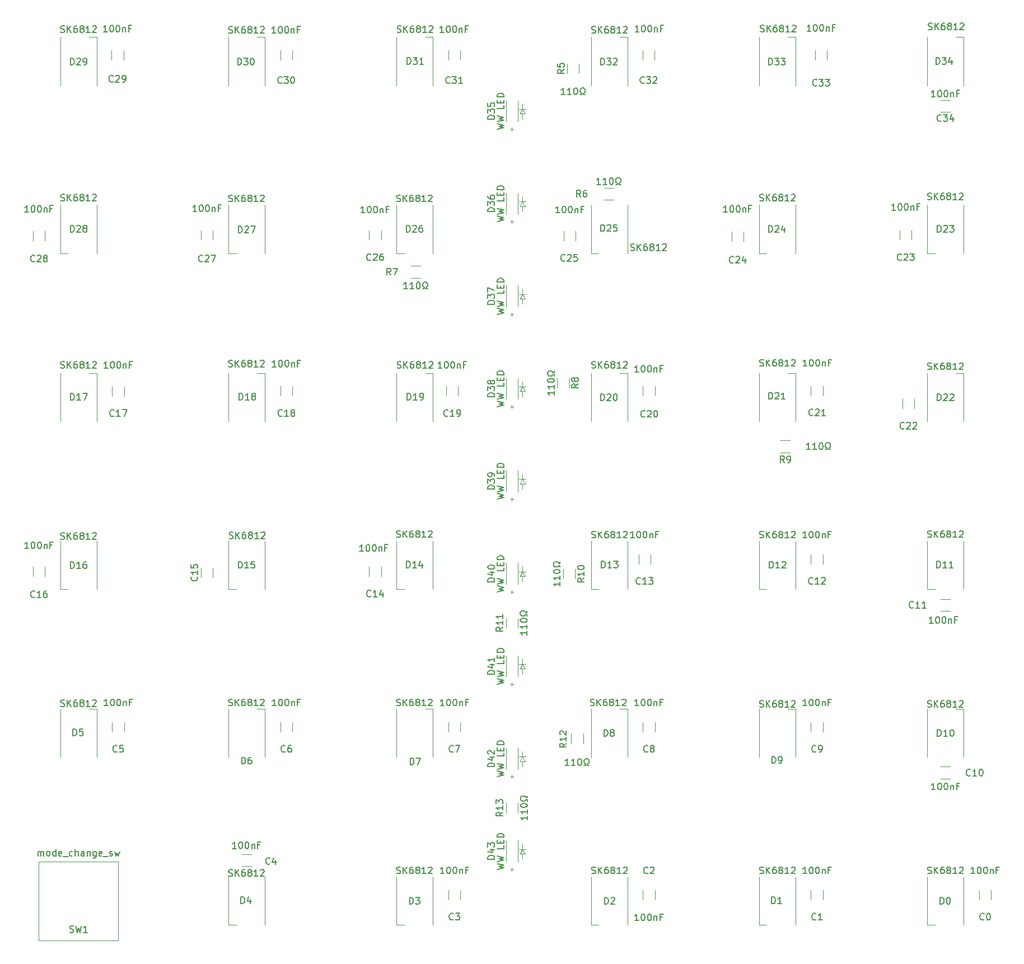
<source format=gbr>
%TF.GenerationSoftware,KiCad,Pcbnew,(5.1.10)-1*%
%TF.CreationDate,2021-09-15T07:53:10+09:00*%
%TF.ProjectId,hanClock,68616e43-6c6f-4636-9b2e-6b696361645f,rev?*%
%TF.SameCoordinates,Original*%
%TF.FileFunction,Legend,Top*%
%TF.FilePolarity,Positive*%
%FSLAX46Y46*%
G04 Gerber Fmt 4.6, Leading zero omitted, Abs format (unit mm)*
G04 Created by KiCad (PCBNEW (5.1.10)-1) date 2021-09-15 07:53:10*
%MOMM*%
%LPD*%
G01*
G04 APERTURE LIST*
%ADD10C,0.120000*%
%ADD11C,0.100000*%
%ADD12C,0.150000*%
G04 APERTURE END LIST*
D10*
%TO.C,D24*%
X121125000Y-34475000D02*
X121125000Y-41775000D01*
X115625000Y-34475000D02*
X115625000Y-41775000D01*
X115625000Y-41775000D02*
X116775000Y-41775000D01*
%TO.C,D42*%
X79350000Y-117950000D02*
X80350000Y-117950000D01*
X79850000Y-117950000D02*
X79850000Y-117150000D01*
X79850000Y-117950000D02*
X79450000Y-118650000D01*
X80250000Y-118650000D02*
X79850000Y-117950000D01*
X79450000Y-118650000D02*
X80250000Y-118650000D01*
X79850000Y-119450000D02*
X79850000Y-118650000D01*
X78000000Y-121000000D02*
X78500000Y-121000000D01*
X78250000Y-121250000D02*
X78250000Y-120750000D01*
D11*
X77400000Y-119850000D02*
X77400000Y-116650000D01*
X79100000Y-119850000D02*
X79100000Y-116650000D01*
D10*
%TO.C,D30*%
X35375000Y-16358300D02*
X35375000Y-9058300D01*
X40875000Y-16358300D02*
X40875000Y-9058300D01*
X40875000Y-9058300D02*
X39725000Y-9058300D01*
%TO.C,D33*%
X115625000Y-16358300D02*
X115625000Y-9058300D01*
X121125000Y-16358300D02*
X121125000Y-9058300D01*
X121125000Y-9058300D02*
X119975000Y-9058300D01*
%TO.C,D32*%
X90208300Y-16358300D02*
X90208300Y-9058300D01*
X95708300Y-16358300D02*
X95708300Y-9058300D01*
X95708300Y-9058300D02*
X94558300Y-9058300D01*
%TO.C,D31*%
X60791700Y-16358300D02*
X60791700Y-9058300D01*
X66291700Y-16358300D02*
X66291700Y-9058300D01*
X66291700Y-9058300D02*
X65141700Y-9058300D01*
%TO.C,D29*%
X9958300Y-16358300D02*
X9958300Y-9058300D01*
X15458300Y-16358300D02*
X15458300Y-9058300D01*
X15458300Y-9058300D02*
X14308300Y-9058300D01*
%TO.C,D28*%
X15458300Y-34475000D02*
X15458300Y-41775000D01*
X9958300Y-34475000D02*
X9958300Y-41775000D01*
X9958300Y-41775000D02*
X11108300Y-41775000D01*
%TO.C,D27*%
X40875000Y-34475000D02*
X40875000Y-41775000D01*
X35375000Y-34475000D02*
X35375000Y-41775000D01*
X35375000Y-41775000D02*
X36525000Y-41775000D01*
%TO.C,D26*%
X66291700Y-34475000D02*
X66291700Y-41775000D01*
X60791700Y-34475000D02*
X60791700Y-41775000D01*
X60791700Y-41775000D02*
X61941700Y-41775000D01*
%TO.C,D25*%
X95708300Y-34475000D02*
X95708300Y-41775000D01*
X90208300Y-34475000D02*
X90208300Y-41775000D01*
X90208300Y-41775000D02*
X91358300Y-41775000D01*
%TO.C,D23*%
X146541700Y-34475000D02*
X146541700Y-41775000D01*
X141041700Y-34475000D02*
X141041700Y-41775000D01*
X141041700Y-41775000D02*
X142191700Y-41775000D01*
%TO.C,D22*%
X141041700Y-67191700D02*
X141041700Y-59891700D01*
X146541700Y-67191700D02*
X146541700Y-59891700D01*
X146541700Y-59891700D02*
X145391700Y-59891700D01*
%TO.C,D21*%
X115625000Y-67191700D02*
X115625000Y-59891700D01*
X121125000Y-67191700D02*
X121125000Y-59891700D01*
X121125000Y-59891700D02*
X119975000Y-59891700D01*
%TO.C,D20*%
X90208300Y-67191700D02*
X90208300Y-59891700D01*
X95708300Y-67191700D02*
X95708300Y-59891700D01*
X95708300Y-59891700D02*
X94558300Y-59891700D01*
%TO.C,D19*%
X60791700Y-67191700D02*
X60791700Y-59891700D01*
X66291700Y-67191700D02*
X66291700Y-59891700D01*
X66291700Y-59891700D02*
X65141700Y-59891700D01*
%TO.C,D18*%
X35375000Y-67191700D02*
X35375000Y-59891700D01*
X40875000Y-67191700D02*
X40875000Y-59891700D01*
X40875000Y-59891700D02*
X39725000Y-59891700D01*
%TO.C,D17*%
X9958300Y-67191700D02*
X9958300Y-59891700D01*
X15458300Y-67191700D02*
X15458300Y-59891700D01*
X15458300Y-59891700D02*
X14308300Y-59891700D01*
%TO.C,D16*%
X15458300Y-85308300D02*
X15458300Y-92608300D01*
X9958300Y-85308300D02*
X9958300Y-92608300D01*
X9958300Y-92608300D02*
X11108300Y-92608300D01*
%TO.C,D15*%
X40875000Y-85308300D02*
X40875000Y-92608300D01*
X35375000Y-85308300D02*
X35375000Y-92608300D01*
X35375000Y-92608300D02*
X36525000Y-92608300D01*
%TO.C,D14*%
X66291700Y-85308300D02*
X66291700Y-92608300D01*
X60791700Y-85308300D02*
X60791700Y-92608300D01*
X60791700Y-92608300D02*
X61941700Y-92608300D01*
%TO.C,D13*%
X95708300Y-85308300D02*
X95708300Y-92608300D01*
X90208300Y-85308300D02*
X90208300Y-92608300D01*
X90208300Y-92608300D02*
X91358300Y-92608300D01*
%TO.C,D12*%
X121125000Y-85308300D02*
X121125000Y-92608300D01*
X115625000Y-85308300D02*
X115625000Y-92608300D01*
X115625000Y-92608300D02*
X116775000Y-92608300D01*
%TO.C,D11*%
X146541700Y-85308300D02*
X146541700Y-92608300D01*
X141041700Y-85308300D02*
X141041700Y-92608300D01*
X141041700Y-92608300D02*
X142191700Y-92608300D01*
%TO.C,D10*%
X141041700Y-118025000D02*
X141041700Y-110725000D01*
X146541700Y-118025000D02*
X146541700Y-110725000D01*
X146541700Y-110725000D02*
X145391700Y-110725000D01*
%TO.C,D9*%
X115625000Y-118025000D02*
X115625000Y-110725000D01*
X121125000Y-118025000D02*
X121125000Y-110725000D01*
X121125000Y-110725000D02*
X119975000Y-110725000D01*
%TO.C,D8*%
X90208300Y-118025000D02*
X90208300Y-110725000D01*
X95708300Y-118025000D02*
X95708300Y-110725000D01*
X95708300Y-110725000D02*
X94558300Y-110725000D01*
%TO.C,D7*%
X60791700Y-118025000D02*
X60791700Y-110725000D01*
X66291700Y-118025000D02*
X66291700Y-110725000D01*
X66291700Y-110725000D02*
X65141700Y-110725000D01*
%TO.C,D6*%
X35375000Y-118025000D02*
X35375000Y-110725000D01*
X40875000Y-118025000D02*
X40875000Y-110725000D01*
X40875000Y-110725000D02*
X39725000Y-110725000D01*
%TO.C,D5*%
X9958300Y-118025000D02*
X9958300Y-110725000D01*
X15458300Y-118025000D02*
X15458300Y-110725000D01*
X15458300Y-110725000D02*
X14308300Y-110725000D01*
%TO.C,D4*%
X40875000Y-136141700D02*
X40875000Y-143441700D01*
X35375000Y-136141700D02*
X35375000Y-143441700D01*
X35375000Y-143441700D02*
X36525000Y-143441700D01*
%TO.C,D3*%
X66291700Y-136141700D02*
X66291700Y-143441700D01*
X60791700Y-136141700D02*
X60791700Y-143441700D01*
X60791700Y-143441700D02*
X61941700Y-143441700D01*
%TO.C,D2*%
X95708300Y-136141700D02*
X95708300Y-143441700D01*
X90208300Y-136141700D02*
X90208300Y-143441700D01*
X90208300Y-143441700D02*
X91358300Y-143441700D01*
%TO.C,D1*%
X121125000Y-136141700D02*
X121125000Y-143441700D01*
X115625000Y-136141700D02*
X115625000Y-143441700D01*
X115625000Y-143441700D02*
X116775000Y-143441700D01*
%TO.C,D0*%
X146541700Y-136141700D02*
X146541700Y-143441700D01*
X141041700Y-136141700D02*
X141041700Y-143441700D01*
X141041700Y-143441700D02*
X142191700Y-143441700D01*
%TO.C,D34*%
X141041700Y-16358300D02*
X141041700Y-9058300D01*
X146541700Y-16358300D02*
X146541700Y-9058300D01*
X146541700Y-9058300D02*
X145391700Y-9058300D01*
%TO.C,D36*%
X79350000Y-33950000D02*
X80350000Y-33950000D01*
X79850000Y-33950000D02*
X79850000Y-33150000D01*
X79850000Y-33950000D02*
X79450000Y-34650000D01*
X80250000Y-34650000D02*
X79850000Y-33950000D01*
X79450000Y-34650000D02*
X80250000Y-34650000D01*
X79850000Y-35450000D02*
X79850000Y-34650000D01*
X78000000Y-37000000D02*
X78500000Y-37000000D01*
X78250000Y-37250000D02*
X78250000Y-36750000D01*
D11*
X77400000Y-35850000D02*
X77400000Y-32650000D01*
X79100000Y-35850000D02*
X79100000Y-32650000D01*
D10*
%TO.C,D43*%
X79350000Y-131950000D02*
X80350000Y-131950000D01*
X79850000Y-131950000D02*
X79850000Y-131150000D01*
X79850000Y-131950000D02*
X79450000Y-132650000D01*
X80250000Y-132650000D02*
X79850000Y-131950000D01*
X79450000Y-132650000D02*
X80250000Y-132650000D01*
X79850000Y-133450000D02*
X79850000Y-132650000D01*
X78000000Y-135000000D02*
X78500000Y-135000000D01*
X78250000Y-135250000D02*
X78250000Y-134750000D01*
D11*
X77400000Y-133850000D02*
X77400000Y-130650000D01*
X79100000Y-133850000D02*
X79100000Y-130650000D01*
D10*
%TO.C,D35*%
X79350000Y-19950000D02*
X80350000Y-19950000D01*
X79850000Y-19950000D02*
X79850000Y-19150000D01*
X79850000Y-19950000D02*
X79450000Y-20650000D01*
X80250000Y-20650000D02*
X79850000Y-19950000D01*
X79450000Y-20650000D02*
X80250000Y-20650000D01*
X79850000Y-21450000D02*
X79850000Y-20650000D01*
X78000000Y-23000000D02*
X78500000Y-23000000D01*
X78250000Y-23250000D02*
X78250000Y-22750000D01*
D11*
X77400000Y-21850000D02*
X77400000Y-18650000D01*
X79100000Y-21850000D02*
X79100000Y-18650000D01*
D10*
%TO.C,D37*%
X79350000Y-47950000D02*
X80350000Y-47950000D01*
X79850000Y-47950000D02*
X79850000Y-47150000D01*
X79850000Y-47950000D02*
X79450000Y-48650000D01*
X80250000Y-48650000D02*
X79850000Y-47950000D01*
X79450000Y-48650000D02*
X80250000Y-48650000D01*
X79850000Y-49450000D02*
X79850000Y-48650000D01*
X78000000Y-51000000D02*
X78500000Y-51000000D01*
X78250000Y-51250000D02*
X78250000Y-50750000D01*
D11*
X77400000Y-49850000D02*
X77400000Y-46650000D01*
X79100000Y-49850000D02*
X79100000Y-46650000D01*
D10*
%TO.C,D38*%
X79350000Y-61950000D02*
X80350000Y-61950000D01*
X79850000Y-61950000D02*
X79850000Y-61150000D01*
X79850000Y-61950000D02*
X79450000Y-62650000D01*
X80250000Y-62650000D02*
X79850000Y-61950000D01*
X79450000Y-62650000D02*
X80250000Y-62650000D01*
X79850000Y-63450000D02*
X79850000Y-62650000D01*
X78000000Y-65000000D02*
X78500000Y-65000000D01*
X78250000Y-65250000D02*
X78250000Y-64750000D01*
D11*
X77400000Y-63850000D02*
X77400000Y-60650000D01*
X79100000Y-63850000D02*
X79100000Y-60650000D01*
D10*
%TO.C,D39*%
X79350000Y-75950000D02*
X80350000Y-75950000D01*
X79850000Y-75950000D02*
X79850000Y-75150000D01*
X79850000Y-75950000D02*
X79450000Y-76650000D01*
X80250000Y-76650000D02*
X79850000Y-75950000D01*
X79450000Y-76650000D02*
X80250000Y-76650000D01*
X79850000Y-77450000D02*
X79850000Y-76650000D01*
X78000000Y-79000000D02*
X78500000Y-79000000D01*
X78250000Y-79250000D02*
X78250000Y-78750000D01*
D11*
X77400000Y-77850000D02*
X77400000Y-74650000D01*
X79100000Y-77850000D02*
X79100000Y-74650000D01*
D10*
%TO.C,D40*%
X79350000Y-89950000D02*
X80350000Y-89950000D01*
X79850000Y-89950000D02*
X79850000Y-89150000D01*
X79850000Y-89950000D02*
X79450000Y-90650000D01*
X80250000Y-90650000D02*
X79850000Y-89950000D01*
X79450000Y-90650000D02*
X80250000Y-90650000D01*
X79850000Y-91450000D02*
X79850000Y-90650000D01*
X78000000Y-93000000D02*
X78500000Y-93000000D01*
X78250000Y-93250000D02*
X78250000Y-92750000D01*
D11*
X77400000Y-91850000D02*
X77400000Y-88650000D01*
X79100000Y-91850000D02*
X79100000Y-88650000D01*
D10*
%TO.C,D41*%
X79350000Y-103950000D02*
X80350000Y-103950000D01*
X79850000Y-103950000D02*
X79850000Y-103150000D01*
X79850000Y-103950000D02*
X79450000Y-104650000D01*
X80250000Y-104650000D02*
X79850000Y-103950000D01*
X79450000Y-104650000D02*
X80250000Y-104650000D01*
X79850000Y-105450000D02*
X79850000Y-104650000D01*
X78000000Y-107000000D02*
X78500000Y-107000000D01*
X78250000Y-107250000D02*
X78250000Y-106750000D01*
D11*
X77400000Y-105850000D02*
X77400000Y-102650000D01*
X79100000Y-105850000D02*
X79100000Y-102650000D01*
D10*
%TO.C,SW1*%
X6708300Y-133791700D02*
X18708300Y-133791700D01*
X6708300Y-145791700D02*
X18708300Y-145791700D01*
X18708300Y-133791700D02*
X18708300Y-145791700D01*
X6708300Y-133791700D02*
X6708300Y-145791700D01*
%TO.C,C0*%
X150701700Y-139611252D02*
X150701700Y-138188748D01*
X148881700Y-139611252D02*
X148881700Y-138188748D01*
%TO.C,C1*%
X123465000Y-139611252D02*
X123465000Y-138188748D01*
X125285000Y-139611252D02*
X125285000Y-138188748D01*
%TO.C,C2*%
X98048300Y-139611252D02*
X98048300Y-138188748D01*
X99868300Y-139611252D02*
X99868300Y-138188748D01*
%TO.C,C3*%
X68631700Y-139611252D02*
X68631700Y-138188748D01*
X70451700Y-139611252D02*
X70451700Y-138188748D01*
%TO.C,C4*%
X37388748Y-132690000D02*
X38811252Y-132690000D01*
X37388748Y-134510000D02*
X38811252Y-134510000D01*
%TO.C,C5*%
X19618300Y-112788748D02*
X19618300Y-114211252D01*
X17798300Y-112788748D02*
X17798300Y-114211252D01*
%TO.C,C6*%
X45035000Y-112788748D02*
X45035000Y-114211252D01*
X43215000Y-112788748D02*
X43215000Y-114211252D01*
%TO.C,C7*%
X70451700Y-112788748D02*
X70451700Y-114211252D01*
X68631700Y-112788748D02*
X68631700Y-114211252D01*
%TO.C,C8*%
X99868300Y-112788748D02*
X99868300Y-114211252D01*
X98048300Y-112788748D02*
X98048300Y-114211252D01*
%TO.C,C9*%
X125285000Y-112788748D02*
X125285000Y-114211252D01*
X123465000Y-112788748D02*
X123465000Y-114211252D01*
%TO.C,C10*%
X144511252Y-121285000D02*
X143088748Y-121285000D01*
X144511252Y-119465000D02*
X143088748Y-119465000D01*
%TO.C,C11*%
X143088748Y-94090000D02*
X144511252Y-94090000D01*
X143088748Y-95910000D02*
X144511252Y-95910000D01*
%TO.C,C12*%
X123465000Y-88811252D02*
X123465000Y-87388748D01*
X125285000Y-88811252D02*
X125285000Y-87388748D01*
%TO.C,C13*%
X97390000Y-88811252D02*
X97390000Y-87388748D01*
X99210000Y-88811252D02*
X99210000Y-87388748D01*
%TO.C,C14*%
X56631700Y-90611252D02*
X56631700Y-89188748D01*
X58451700Y-90611252D02*
X58451700Y-89188748D01*
%TO.C,C15*%
X31190000Y-90811252D02*
X31190000Y-89388748D01*
X33010000Y-90811252D02*
X33010000Y-89388748D01*
%TO.C,C16*%
X5798300Y-90611252D02*
X5798300Y-89188748D01*
X7618300Y-90611252D02*
X7618300Y-89188748D01*
%TO.C,C17*%
X19618300Y-61988748D02*
X19618300Y-63411252D01*
X17798300Y-61988748D02*
X17798300Y-63411252D01*
%TO.C,C18*%
X45035000Y-61888748D02*
X45035000Y-63311252D01*
X43215000Y-61888748D02*
X43215000Y-63311252D01*
%TO.C,C19*%
X70110000Y-61888748D02*
X70110000Y-63311252D01*
X68290000Y-61888748D02*
X68290000Y-63311252D01*
%TO.C,C20*%
X99868300Y-61888748D02*
X99868300Y-63311252D01*
X98048300Y-61888748D02*
X98048300Y-63311252D01*
%TO.C,C21*%
X125285000Y-61888748D02*
X125285000Y-63311252D01*
X123465000Y-61888748D02*
X123465000Y-63311252D01*
%TO.C,C22*%
X139110000Y-63788748D02*
X139110000Y-65211252D01*
X137290000Y-63788748D02*
X137290000Y-65211252D01*
%TO.C,C23*%
X136881700Y-39711252D02*
X136881700Y-38288748D01*
X138701700Y-39711252D02*
X138701700Y-38288748D01*
%TO.C,C24*%
X111465000Y-39911252D02*
X111465000Y-38488748D01*
X113285000Y-39911252D02*
X113285000Y-38488748D01*
%TO.C,C25*%
X86048300Y-39811252D02*
X86048300Y-38388748D01*
X87868300Y-39811252D02*
X87868300Y-38388748D01*
%TO.C,C26*%
X56631700Y-39711252D02*
X56631700Y-38288748D01*
X58451700Y-39711252D02*
X58451700Y-38288748D01*
%TO.C,C27*%
X31215000Y-39711252D02*
X31215000Y-38288748D01*
X33035000Y-39711252D02*
X33035000Y-38288748D01*
%TO.C,C28*%
X5798300Y-39811252D02*
X5798300Y-38388748D01*
X7618300Y-39811252D02*
X7618300Y-38388748D01*
%TO.C,C29*%
X19510000Y-11088748D02*
X19510000Y-12511252D01*
X17690000Y-11088748D02*
X17690000Y-12511252D01*
%TO.C,C30*%
X45035000Y-11088748D02*
X45035000Y-12511252D01*
X43215000Y-11088748D02*
X43215000Y-12511252D01*
%TO.C,C31*%
X70451700Y-11088748D02*
X70451700Y-12511252D01*
X68631700Y-11088748D02*
X68631700Y-12511252D01*
%TO.C,C32*%
X99810000Y-11088748D02*
X99810000Y-12511252D01*
X97990000Y-11088748D02*
X97990000Y-12511252D01*
%TO.C,C33*%
X125910000Y-11088748D02*
X125910000Y-12511252D01*
X124090000Y-11088748D02*
X124090000Y-12511252D01*
%TO.C,C34*%
X144511252Y-20410000D02*
X143088748Y-20410000D01*
X144511252Y-18590000D02*
X143088748Y-18590000D01*
%TO.C,R5*%
X86590000Y-14527064D02*
X86590000Y-13072936D01*
X88410000Y-14527064D02*
X88410000Y-13072936D01*
%TO.C,R6*%
X92172936Y-31890000D02*
X93627064Y-31890000D01*
X92172936Y-33710000D02*
X93627064Y-33710000D01*
%TO.C,R7*%
X64427064Y-45510000D02*
X62972936Y-45510000D01*
X64427064Y-43690000D02*
X62972936Y-43690000D01*
%TO.C,R8*%
X86910000Y-60672936D02*
X86910000Y-62127064D01*
X85090000Y-60672936D02*
X85090000Y-62127064D01*
%TO.C,R9*%
X118872936Y-70090000D02*
X120327064Y-70090000D01*
X118872936Y-71910000D02*
X120327064Y-71910000D01*
%TO.C,R10*%
X87810000Y-89572936D02*
X87810000Y-91027064D01*
X85990000Y-89572936D02*
X85990000Y-91027064D01*
%TO.C,R11*%
X77340000Y-98427064D02*
X77340000Y-96972936D01*
X79160000Y-98427064D02*
X79160000Y-96972936D01*
%TO.C,R12*%
X87190000Y-115927064D02*
X87190000Y-114472936D01*
X89010000Y-115927064D02*
X89010000Y-114472936D01*
%TO.C,R13*%
X77340000Y-126427064D02*
X77340000Y-124972936D01*
X79160000Y-126427064D02*
X79160000Y-124972936D01*
%TO.C,D24*%
D12*
X117085714Y-38577380D02*
X117085714Y-37577380D01*
X117323809Y-37577380D01*
X117466666Y-37625000D01*
X117561904Y-37720238D01*
X117609523Y-37815476D01*
X117657142Y-38005952D01*
X117657142Y-38148809D01*
X117609523Y-38339285D01*
X117561904Y-38434523D01*
X117466666Y-38529761D01*
X117323809Y-38577380D01*
X117085714Y-38577380D01*
X118038095Y-37672619D02*
X118085714Y-37625000D01*
X118180952Y-37577380D01*
X118419047Y-37577380D01*
X118514285Y-37625000D01*
X118561904Y-37672619D01*
X118609523Y-37767857D01*
X118609523Y-37863095D01*
X118561904Y-38005952D01*
X117990476Y-38577380D01*
X118609523Y-38577380D01*
X119466666Y-37910714D02*
X119466666Y-38577380D01*
X119228571Y-37529761D02*
X118990476Y-38244047D01*
X119609523Y-38244047D01*
X115709523Y-33804761D02*
X115852380Y-33852380D01*
X116090476Y-33852380D01*
X116185714Y-33804761D01*
X116233333Y-33757142D01*
X116280952Y-33661904D01*
X116280952Y-33566666D01*
X116233333Y-33471428D01*
X116185714Y-33423809D01*
X116090476Y-33376190D01*
X115900000Y-33328571D01*
X115804761Y-33280952D01*
X115757142Y-33233333D01*
X115709523Y-33138095D01*
X115709523Y-33042857D01*
X115757142Y-32947619D01*
X115804761Y-32900000D01*
X115900000Y-32852380D01*
X116138095Y-32852380D01*
X116280952Y-32900000D01*
X116709523Y-33852380D02*
X116709523Y-32852380D01*
X117280952Y-33852380D02*
X116852380Y-33280952D01*
X117280952Y-32852380D02*
X116709523Y-33423809D01*
X118138095Y-32852380D02*
X117947619Y-32852380D01*
X117852380Y-32900000D01*
X117804761Y-32947619D01*
X117709523Y-33090476D01*
X117661904Y-33280952D01*
X117661904Y-33661904D01*
X117709523Y-33757142D01*
X117757142Y-33804761D01*
X117852380Y-33852380D01*
X118042857Y-33852380D01*
X118138095Y-33804761D01*
X118185714Y-33757142D01*
X118233333Y-33661904D01*
X118233333Y-33423809D01*
X118185714Y-33328571D01*
X118138095Y-33280952D01*
X118042857Y-33233333D01*
X117852380Y-33233333D01*
X117757142Y-33280952D01*
X117709523Y-33328571D01*
X117661904Y-33423809D01*
X118804761Y-33280952D02*
X118709523Y-33233333D01*
X118661904Y-33185714D01*
X118614285Y-33090476D01*
X118614285Y-33042857D01*
X118661904Y-32947619D01*
X118709523Y-32900000D01*
X118804761Y-32852380D01*
X118995238Y-32852380D01*
X119090476Y-32900000D01*
X119138095Y-32947619D01*
X119185714Y-33042857D01*
X119185714Y-33090476D01*
X119138095Y-33185714D01*
X119090476Y-33233333D01*
X118995238Y-33280952D01*
X118804761Y-33280952D01*
X118709523Y-33328571D01*
X118661904Y-33376190D01*
X118614285Y-33471428D01*
X118614285Y-33661904D01*
X118661904Y-33757142D01*
X118709523Y-33804761D01*
X118804761Y-33852380D01*
X118995238Y-33852380D01*
X119090476Y-33804761D01*
X119138095Y-33757142D01*
X119185714Y-33661904D01*
X119185714Y-33471428D01*
X119138095Y-33376190D01*
X119090476Y-33328571D01*
X118995238Y-33280952D01*
X120138095Y-33852380D02*
X119566666Y-33852380D01*
X119852380Y-33852380D02*
X119852380Y-32852380D01*
X119757142Y-32995238D01*
X119661904Y-33090476D01*
X119566666Y-33138095D01*
X120519047Y-32947619D02*
X120566666Y-32900000D01*
X120661904Y-32852380D01*
X120900000Y-32852380D01*
X120995238Y-32900000D01*
X121042857Y-32947619D01*
X121090476Y-33042857D01*
X121090476Y-33138095D01*
X121042857Y-33280952D01*
X120471428Y-33852380D01*
X121090476Y-33852380D01*
%TO.C,D42*%
X75602380Y-119464285D02*
X74602380Y-119464285D01*
X74602380Y-119226190D01*
X74650000Y-119083333D01*
X74745238Y-118988095D01*
X74840476Y-118940476D01*
X75030952Y-118892857D01*
X75173809Y-118892857D01*
X75364285Y-118940476D01*
X75459523Y-118988095D01*
X75554761Y-119083333D01*
X75602380Y-119226190D01*
X75602380Y-119464285D01*
X74935714Y-118035714D02*
X75602380Y-118035714D01*
X74554761Y-118273809D02*
X75269047Y-118511904D01*
X75269047Y-117892857D01*
X74697619Y-117559523D02*
X74650000Y-117511904D01*
X74602380Y-117416666D01*
X74602380Y-117178571D01*
X74650000Y-117083333D01*
X74697619Y-117035714D01*
X74792857Y-116988095D01*
X74888095Y-116988095D01*
X75030952Y-117035714D01*
X75602380Y-117607142D01*
X75602380Y-116988095D01*
X76002380Y-120988095D02*
X77002380Y-120750000D01*
X76288095Y-120559523D01*
X77002380Y-120369047D01*
X76002380Y-120130952D01*
X76002380Y-119845238D02*
X77002380Y-119607142D01*
X76288095Y-119416666D01*
X77002380Y-119226190D01*
X76002380Y-118988095D01*
X77002380Y-117369047D02*
X77002380Y-117845238D01*
X76002380Y-117845238D01*
X76478571Y-117035714D02*
X76478571Y-116702380D01*
X77002380Y-116559523D02*
X77002380Y-117035714D01*
X76002380Y-117035714D01*
X76002380Y-116559523D01*
X77002380Y-116130952D02*
X76002380Y-116130952D01*
X76002380Y-115892857D01*
X76050000Y-115750000D01*
X76145238Y-115654761D01*
X76240476Y-115607142D01*
X76430952Y-115559523D01*
X76573809Y-115559523D01*
X76764285Y-115607142D01*
X76859523Y-115654761D01*
X76954761Y-115750000D01*
X77002380Y-115892857D01*
X77002380Y-116130952D01*
%TO.C,D30*%
X36785714Y-13252380D02*
X36785714Y-12252380D01*
X37023809Y-12252380D01*
X37166666Y-12300000D01*
X37261904Y-12395238D01*
X37309523Y-12490476D01*
X37357142Y-12680952D01*
X37357142Y-12823809D01*
X37309523Y-13014285D01*
X37261904Y-13109523D01*
X37166666Y-13204761D01*
X37023809Y-13252380D01*
X36785714Y-13252380D01*
X37690476Y-12252380D02*
X38309523Y-12252380D01*
X37976190Y-12633333D01*
X38119047Y-12633333D01*
X38214285Y-12680952D01*
X38261904Y-12728571D01*
X38309523Y-12823809D01*
X38309523Y-13061904D01*
X38261904Y-13157142D01*
X38214285Y-13204761D01*
X38119047Y-13252380D01*
X37833333Y-13252380D01*
X37738095Y-13204761D01*
X37690476Y-13157142D01*
X38928571Y-12252380D02*
X39023809Y-12252380D01*
X39119047Y-12300000D01*
X39166666Y-12347619D01*
X39214285Y-12442857D01*
X39261904Y-12633333D01*
X39261904Y-12871428D01*
X39214285Y-13061904D01*
X39166666Y-13157142D01*
X39119047Y-13204761D01*
X39023809Y-13252380D01*
X38928571Y-13252380D01*
X38833333Y-13204761D01*
X38785714Y-13157142D01*
X38738095Y-13061904D01*
X38690476Y-12871428D01*
X38690476Y-12633333D01*
X38738095Y-12442857D01*
X38785714Y-12347619D01*
X38833333Y-12300000D01*
X38928571Y-12252380D01*
X35409523Y-8404761D02*
X35552380Y-8452380D01*
X35790476Y-8452380D01*
X35885714Y-8404761D01*
X35933333Y-8357142D01*
X35980952Y-8261904D01*
X35980952Y-8166666D01*
X35933333Y-8071428D01*
X35885714Y-8023809D01*
X35790476Y-7976190D01*
X35600000Y-7928571D01*
X35504761Y-7880952D01*
X35457142Y-7833333D01*
X35409523Y-7738095D01*
X35409523Y-7642857D01*
X35457142Y-7547619D01*
X35504761Y-7500000D01*
X35600000Y-7452380D01*
X35838095Y-7452380D01*
X35980952Y-7500000D01*
X36409523Y-8452380D02*
X36409523Y-7452380D01*
X36980952Y-8452380D02*
X36552380Y-7880952D01*
X36980952Y-7452380D02*
X36409523Y-8023809D01*
X37838095Y-7452380D02*
X37647619Y-7452380D01*
X37552380Y-7500000D01*
X37504761Y-7547619D01*
X37409523Y-7690476D01*
X37361904Y-7880952D01*
X37361904Y-8261904D01*
X37409523Y-8357142D01*
X37457142Y-8404761D01*
X37552380Y-8452380D01*
X37742857Y-8452380D01*
X37838095Y-8404761D01*
X37885714Y-8357142D01*
X37933333Y-8261904D01*
X37933333Y-8023809D01*
X37885714Y-7928571D01*
X37838095Y-7880952D01*
X37742857Y-7833333D01*
X37552380Y-7833333D01*
X37457142Y-7880952D01*
X37409523Y-7928571D01*
X37361904Y-8023809D01*
X38504761Y-7880952D02*
X38409523Y-7833333D01*
X38361904Y-7785714D01*
X38314285Y-7690476D01*
X38314285Y-7642857D01*
X38361904Y-7547619D01*
X38409523Y-7500000D01*
X38504761Y-7452380D01*
X38695238Y-7452380D01*
X38790476Y-7500000D01*
X38838095Y-7547619D01*
X38885714Y-7642857D01*
X38885714Y-7690476D01*
X38838095Y-7785714D01*
X38790476Y-7833333D01*
X38695238Y-7880952D01*
X38504761Y-7880952D01*
X38409523Y-7928571D01*
X38361904Y-7976190D01*
X38314285Y-8071428D01*
X38314285Y-8261904D01*
X38361904Y-8357142D01*
X38409523Y-8404761D01*
X38504761Y-8452380D01*
X38695238Y-8452380D01*
X38790476Y-8404761D01*
X38838095Y-8357142D01*
X38885714Y-8261904D01*
X38885714Y-8071428D01*
X38838095Y-7976190D01*
X38790476Y-7928571D01*
X38695238Y-7880952D01*
X39838095Y-8452380D02*
X39266666Y-8452380D01*
X39552380Y-8452380D02*
X39552380Y-7452380D01*
X39457142Y-7595238D01*
X39361904Y-7690476D01*
X39266666Y-7738095D01*
X40219047Y-7547619D02*
X40266666Y-7500000D01*
X40361904Y-7452380D01*
X40600000Y-7452380D01*
X40695238Y-7500000D01*
X40742857Y-7547619D01*
X40790476Y-7642857D01*
X40790476Y-7738095D01*
X40742857Y-7880952D01*
X40171428Y-8452380D01*
X40790476Y-8452380D01*
%TO.C,D33*%
X117085714Y-13252380D02*
X117085714Y-12252380D01*
X117323809Y-12252380D01*
X117466666Y-12300000D01*
X117561904Y-12395238D01*
X117609523Y-12490476D01*
X117657142Y-12680952D01*
X117657142Y-12823809D01*
X117609523Y-13014285D01*
X117561904Y-13109523D01*
X117466666Y-13204761D01*
X117323809Y-13252380D01*
X117085714Y-13252380D01*
X117990476Y-12252380D02*
X118609523Y-12252380D01*
X118276190Y-12633333D01*
X118419047Y-12633333D01*
X118514285Y-12680952D01*
X118561904Y-12728571D01*
X118609523Y-12823809D01*
X118609523Y-13061904D01*
X118561904Y-13157142D01*
X118514285Y-13204761D01*
X118419047Y-13252380D01*
X118133333Y-13252380D01*
X118038095Y-13204761D01*
X117990476Y-13157142D01*
X118942857Y-12252380D02*
X119561904Y-12252380D01*
X119228571Y-12633333D01*
X119371428Y-12633333D01*
X119466666Y-12680952D01*
X119514285Y-12728571D01*
X119561904Y-12823809D01*
X119561904Y-13061904D01*
X119514285Y-13157142D01*
X119466666Y-13204761D01*
X119371428Y-13252380D01*
X119085714Y-13252380D01*
X118990476Y-13204761D01*
X118942857Y-13157142D01*
X115809523Y-8204761D02*
X115952380Y-8252380D01*
X116190476Y-8252380D01*
X116285714Y-8204761D01*
X116333333Y-8157142D01*
X116380952Y-8061904D01*
X116380952Y-7966666D01*
X116333333Y-7871428D01*
X116285714Y-7823809D01*
X116190476Y-7776190D01*
X116000000Y-7728571D01*
X115904761Y-7680952D01*
X115857142Y-7633333D01*
X115809523Y-7538095D01*
X115809523Y-7442857D01*
X115857142Y-7347619D01*
X115904761Y-7300000D01*
X116000000Y-7252380D01*
X116238095Y-7252380D01*
X116380952Y-7300000D01*
X116809523Y-8252380D02*
X116809523Y-7252380D01*
X117380952Y-8252380D02*
X116952380Y-7680952D01*
X117380952Y-7252380D02*
X116809523Y-7823809D01*
X118238095Y-7252380D02*
X118047619Y-7252380D01*
X117952380Y-7300000D01*
X117904761Y-7347619D01*
X117809523Y-7490476D01*
X117761904Y-7680952D01*
X117761904Y-8061904D01*
X117809523Y-8157142D01*
X117857142Y-8204761D01*
X117952380Y-8252380D01*
X118142857Y-8252380D01*
X118238095Y-8204761D01*
X118285714Y-8157142D01*
X118333333Y-8061904D01*
X118333333Y-7823809D01*
X118285714Y-7728571D01*
X118238095Y-7680952D01*
X118142857Y-7633333D01*
X117952380Y-7633333D01*
X117857142Y-7680952D01*
X117809523Y-7728571D01*
X117761904Y-7823809D01*
X118904761Y-7680952D02*
X118809523Y-7633333D01*
X118761904Y-7585714D01*
X118714285Y-7490476D01*
X118714285Y-7442857D01*
X118761904Y-7347619D01*
X118809523Y-7300000D01*
X118904761Y-7252380D01*
X119095238Y-7252380D01*
X119190476Y-7300000D01*
X119238095Y-7347619D01*
X119285714Y-7442857D01*
X119285714Y-7490476D01*
X119238095Y-7585714D01*
X119190476Y-7633333D01*
X119095238Y-7680952D01*
X118904761Y-7680952D01*
X118809523Y-7728571D01*
X118761904Y-7776190D01*
X118714285Y-7871428D01*
X118714285Y-8061904D01*
X118761904Y-8157142D01*
X118809523Y-8204761D01*
X118904761Y-8252380D01*
X119095238Y-8252380D01*
X119190476Y-8204761D01*
X119238095Y-8157142D01*
X119285714Y-8061904D01*
X119285714Y-7871428D01*
X119238095Y-7776190D01*
X119190476Y-7728571D01*
X119095238Y-7680952D01*
X120238095Y-8252380D02*
X119666666Y-8252380D01*
X119952380Y-8252380D02*
X119952380Y-7252380D01*
X119857142Y-7395238D01*
X119761904Y-7490476D01*
X119666666Y-7538095D01*
X120619047Y-7347619D02*
X120666666Y-7300000D01*
X120761904Y-7252380D01*
X121000000Y-7252380D01*
X121095238Y-7300000D01*
X121142857Y-7347619D01*
X121190476Y-7442857D01*
X121190476Y-7538095D01*
X121142857Y-7680952D01*
X120571428Y-8252380D01*
X121190476Y-8252380D01*
%TO.C,D32*%
X91685714Y-13252380D02*
X91685714Y-12252380D01*
X91923809Y-12252380D01*
X92066666Y-12300000D01*
X92161904Y-12395238D01*
X92209523Y-12490476D01*
X92257142Y-12680952D01*
X92257142Y-12823809D01*
X92209523Y-13014285D01*
X92161904Y-13109523D01*
X92066666Y-13204761D01*
X91923809Y-13252380D01*
X91685714Y-13252380D01*
X92590476Y-12252380D02*
X93209523Y-12252380D01*
X92876190Y-12633333D01*
X93019047Y-12633333D01*
X93114285Y-12680952D01*
X93161904Y-12728571D01*
X93209523Y-12823809D01*
X93209523Y-13061904D01*
X93161904Y-13157142D01*
X93114285Y-13204761D01*
X93019047Y-13252380D01*
X92733333Y-13252380D01*
X92638095Y-13204761D01*
X92590476Y-13157142D01*
X93590476Y-12347619D02*
X93638095Y-12300000D01*
X93733333Y-12252380D01*
X93971428Y-12252380D01*
X94066666Y-12300000D01*
X94114285Y-12347619D01*
X94161904Y-12442857D01*
X94161904Y-12538095D01*
X94114285Y-12680952D01*
X93542857Y-13252380D01*
X94161904Y-13252380D01*
X90309523Y-8404761D02*
X90452380Y-8452380D01*
X90690476Y-8452380D01*
X90785714Y-8404761D01*
X90833333Y-8357142D01*
X90880952Y-8261904D01*
X90880952Y-8166666D01*
X90833333Y-8071428D01*
X90785714Y-8023809D01*
X90690476Y-7976190D01*
X90500000Y-7928571D01*
X90404761Y-7880952D01*
X90357142Y-7833333D01*
X90309523Y-7738095D01*
X90309523Y-7642857D01*
X90357142Y-7547619D01*
X90404761Y-7500000D01*
X90500000Y-7452380D01*
X90738095Y-7452380D01*
X90880952Y-7500000D01*
X91309523Y-8452380D02*
X91309523Y-7452380D01*
X91880952Y-8452380D02*
X91452380Y-7880952D01*
X91880952Y-7452380D02*
X91309523Y-8023809D01*
X92738095Y-7452380D02*
X92547619Y-7452380D01*
X92452380Y-7500000D01*
X92404761Y-7547619D01*
X92309523Y-7690476D01*
X92261904Y-7880952D01*
X92261904Y-8261904D01*
X92309523Y-8357142D01*
X92357142Y-8404761D01*
X92452380Y-8452380D01*
X92642857Y-8452380D01*
X92738095Y-8404761D01*
X92785714Y-8357142D01*
X92833333Y-8261904D01*
X92833333Y-8023809D01*
X92785714Y-7928571D01*
X92738095Y-7880952D01*
X92642857Y-7833333D01*
X92452380Y-7833333D01*
X92357142Y-7880952D01*
X92309523Y-7928571D01*
X92261904Y-8023809D01*
X93404761Y-7880952D02*
X93309523Y-7833333D01*
X93261904Y-7785714D01*
X93214285Y-7690476D01*
X93214285Y-7642857D01*
X93261904Y-7547619D01*
X93309523Y-7500000D01*
X93404761Y-7452380D01*
X93595238Y-7452380D01*
X93690476Y-7500000D01*
X93738095Y-7547619D01*
X93785714Y-7642857D01*
X93785714Y-7690476D01*
X93738095Y-7785714D01*
X93690476Y-7833333D01*
X93595238Y-7880952D01*
X93404761Y-7880952D01*
X93309523Y-7928571D01*
X93261904Y-7976190D01*
X93214285Y-8071428D01*
X93214285Y-8261904D01*
X93261904Y-8357142D01*
X93309523Y-8404761D01*
X93404761Y-8452380D01*
X93595238Y-8452380D01*
X93690476Y-8404761D01*
X93738095Y-8357142D01*
X93785714Y-8261904D01*
X93785714Y-8071428D01*
X93738095Y-7976190D01*
X93690476Y-7928571D01*
X93595238Y-7880952D01*
X94738095Y-8452380D02*
X94166666Y-8452380D01*
X94452380Y-8452380D02*
X94452380Y-7452380D01*
X94357142Y-7595238D01*
X94261904Y-7690476D01*
X94166666Y-7738095D01*
X95119047Y-7547619D02*
X95166666Y-7500000D01*
X95261904Y-7452380D01*
X95500000Y-7452380D01*
X95595238Y-7500000D01*
X95642857Y-7547619D01*
X95690476Y-7642857D01*
X95690476Y-7738095D01*
X95642857Y-7880952D01*
X95071428Y-8452380D01*
X95690476Y-8452380D01*
%TO.C,D31*%
X62385714Y-13152380D02*
X62385714Y-12152380D01*
X62623809Y-12152380D01*
X62766666Y-12200000D01*
X62861904Y-12295238D01*
X62909523Y-12390476D01*
X62957142Y-12580952D01*
X62957142Y-12723809D01*
X62909523Y-12914285D01*
X62861904Y-13009523D01*
X62766666Y-13104761D01*
X62623809Y-13152380D01*
X62385714Y-13152380D01*
X63290476Y-12152380D02*
X63909523Y-12152380D01*
X63576190Y-12533333D01*
X63719047Y-12533333D01*
X63814285Y-12580952D01*
X63861904Y-12628571D01*
X63909523Y-12723809D01*
X63909523Y-12961904D01*
X63861904Y-13057142D01*
X63814285Y-13104761D01*
X63719047Y-13152380D01*
X63433333Y-13152380D01*
X63338095Y-13104761D01*
X63290476Y-13057142D01*
X64861904Y-13152380D02*
X64290476Y-13152380D01*
X64576190Y-13152380D02*
X64576190Y-12152380D01*
X64480952Y-12295238D01*
X64385714Y-12390476D01*
X64290476Y-12438095D01*
X60909523Y-8304761D02*
X61052380Y-8352380D01*
X61290476Y-8352380D01*
X61385714Y-8304761D01*
X61433333Y-8257142D01*
X61480952Y-8161904D01*
X61480952Y-8066666D01*
X61433333Y-7971428D01*
X61385714Y-7923809D01*
X61290476Y-7876190D01*
X61100000Y-7828571D01*
X61004761Y-7780952D01*
X60957142Y-7733333D01*
X60909523Y-7638095D01*
X60909523Y-7542857D01*
X60957142Y-7447619D01*
X61004761Y-7400000D01*
X61100000Y-7352380D01*
X61338095Y-7352380D01*
X61480952Y-7400000D01*
X61909523Y-8352380D02*
X61909523Y-7352380D01*
X62480952Y-8352380D02*
X62052380Y-7780952D01*
X62480952Y-7352380D02*
X61909523Y-7923809D01*
X63338095Y-7352380D02*
X63147619Y-7352380D01*
X63052380Y-7400000D01*
X63004761Y-7447619D01*
X62909523Y-7590476D01*
X62861904Y-7780952D01*
X62861904Y-8161904D01*
X62909523Y-8257142D01*
X62957142Y-8304761D01*
X63052380Y-8352380D01*
X63242857Y-8352380D01*
X63338095Y-8304761D01*
X63385714Y-8257142D01*
X63433333Y-8161904D01*
X63433333Y-7923809D01*
X63385714Y-7828571D01*
X63338095Y-7780952D01*
X63242857Y-7733333D01*
X63052380Y-7733333D01*
X62957142Y-7780952D01*
X62909523Y-7828571D01*
X62861904Y-7923809D01*
X64004761Y-7780952D02*
X63909523Y-7733333D01*
X63861904Y-7685714D01*
X63814285Y-7590476D01*
X63814285Y-7542857D01*
X63861904Y-7447619D01*
X63909523Y-7400000D01*
X64004761Y-7352380D01*
X64195238Y-7352380D01*
X64290476Y-7400000D01*
X64338095Y-7447619D01*
X64385714Y-7542857D01*
X64385714Y-7590476D01*
X64338095Y-7685714D01*
X64290476Y-7733333D01*
X64195238Y-7780952D01*
X64004761Y-7780952D01*
X63909523Y-7828571D01*
X63861904Y-7876190D01*
X63814285Y-7971428D01*
X63814285Y-8161904D01*
X63861904Y-8257142D01*
X63909523Y-8304761D01*
X64004761Y-8352380D01*
X64195238Y-8352380D01*
X64290476Y-8304761D01*
X64338095Y-8257142D01*
X64385714Y-8161904D01*
X64385714Y-7971428D01*
X64338095Y-7876190D01*
X64290476Y-7828571D01*
X64195238Y-7780952D01*
X65338095Y-8352380D02*
X64766666Y-8352380D01*
X65052380Y-8352380D02*
X65052380Y-7352380D01*
X64957142Y-7495238D01*
X64861904Y-7590476D01*
X64766666Y-7638095D01*
X65719047Y-7447619D02*
X65766666Y-7400000D01*
X65861904Y-7352380D01*
X66100000Y-7352380D01*
X66195238Y-7400000D01*
X66242857Y-7447619D01*
X66290476Y-7542857D01*
X66290476Y-7638095D01*
X66242857Y-7780952D01*
X65671428Y-8352380D01*
X66290476Y-8352380D01*
%TO.C,D29*%
X11485714Y-13252380D02*
X11485714Y-12252380D01*
X11723809Y-12252380D01*
X11866666Y-12300000D01*
X11961904Y-12395238D01*
X12009523Y-12490476D01*
X12057142Y-12680952D01*
X12057142Y-12823809D01*
X12009523Y-13014285D01*
X11961904Y-13109523D01*
X11866666Y-13204761D01*
X11723809Y-13252380D01*
X11485714Y-13252380D01*
X12438095Y-12347619D02*
X12485714Y-12300000D01*
X12580952Y-12252380D01*
X12819047Y-12252380D01*
X12914285Y-12300000D01*
X12961904Y-12347619D01*
X13009523Y-12442857D01*
X13009523Y-12538095D01*
X12961904Y-12680952D01*
X12390476Y-13252380D01*
X13009523Y-13252380D01*
X13485714Y-13252380D02*
X13676190Y-13252380D01*
X13771428Y-13204761D01*
X13819047Y-13157142D01*
X13914285Y-13014285D01*
X13961904Y-12823809D01*
X13961904Y-12442857D01*
X13914285Y-12347619D01*
X13866666Y-12300000D01*
X13771428Y-12252380D01*
X13580952Y-12252380D01*
X13485714Y-12300000D01*
X13438095Y-12347619D01*
X13390476Y-12442857D01*
X13390476Y-12680952D01*
X13438095Y-12776190D01*
X13485714Y-12823809D01*
X13580952Y-12871428D01*
X13771428Y-12871428D01*
X13866666Y-12823809D01*
X13914285Y-12776190D01*
X13961904Y-12680952D01*
X10009523Y-8304761D02*
X10152380Y-8352380D01*
X10390476Y-8352380D01*
X10485714Y-8304761D01*
X10533333Y-8257142D01*
X10580952Y-8161904D01*
X10580952Y-8066666D01*
X10533333Y-7971428D01*
X10485714Y-7923809D01*
X10390476Y-7876190D01*
X10200000Y-7828571D01*
X10104761Y-7780952D01*
X10057142Y-7733333D01*
X10009523Y-7638095D01*
X10009523Y-7542857D01*
X10057142Y-7447619D01*
X10104761Y-7400000D01*
X10200000Y-7352380D01*
X10438095Y-7352380D01*
X10580952Y-7400000D01*
X11009523Y-8352380D02*
X11009523Y-7352380D01*
X11580952Y-8352380D02*
X11152380Y-7780952D01*
X11580952Y-7352380D02*
X11009523Y-7923809D01*
X12438095Y-7352380D02*
X12247619Y-7352380D01*
X12152380Y-7400000D01*
X12104761Y-7447619D01*
X12009523Y-7590476D01*
X11961904Y-7780952D01*
X11961904Y-8161904D01*
X12009523Y-8257142D01*
X12057142Y-8304761D01*
X12152380Y-8352380D01*
X12342857Y-8352380D01*
X12438095Y-8304761D01*
X12485714Y-8257142D01*
X12533333Y-8161904D01*
X12533333Y-7923809D01*
X12485714Y-7828571D01*
X12438095Y-7780952D01*
X12342857Y-7733333D01*
X12152380Y-7733333D01*
X12057142Y-7780952D01*
X12009523Y-7828571D01*
X11961904Y-7923809D01*
X13104761Y-7780952D02*
X13009523Y-7733333D01*
X12961904Y-7685714D01*
X12914285Y-7590476D01*
X12914285Y-7542857D01*
X12961904Y-7447619D01*
X13009523Y-7400000D01*
X13104761Y-7352380D01*
X13295238Y-7352380D01*
X13390476Y-7400000D01*
X13438095Y-7447619D01*
X13485714Y-7542857D01*
X13485714Y-7590476D01*
X13438095Y-7685714D01*
X13390476Y-7733333D01*
X13295238Y-7780952D01*
X13104761Y-7780952D01*
X13009523Y-7828571D01*
X12961904Y-7876190D01*
X12914285Y-7971428D01*
X12914285Y-8161904D01*
X12961904Y-8257142D01*
X13009523Y-8304761D01*
X13104761Y-8352380D01*
X13295238Y-8352380D01*
X13390476Y-8304761D01*
X13438095Y-8257142D01*
X13485714Y-8161904D01*
X13485714Y-7971428D01*
X13438095Y-7876190D01*
X13390476Y-7828571D01*
X13295238Y-7780952D01*
X14438095Y-8352380D02*
X13866666Y-8352380D01*
X14152380Y-8352380D02*
X14152380Y-7352380D01*
X14057142Y-7495238D01*
X13961904Y-7590476D01*
X13866666Y-7638095D01*
X14819047Y-7447619D02*
X14866666Y-7400000D01*
X14961904Y-7352380D01*
X15200000Y-7352380D01*
X15295238Y-7400000D01*
X15342857Y-7447619D01*
X15390476Y-7542857D01*
X15390476Y-7638095D01*
X15342857Y-7780952D01*
X14771428Y-8352380D01*
X15390476Y-8352380D01*
%TO.C,D28*%
X11485714Y-38552380D02*
X11485714Y-37552380D01*
X11723809Y-37552380D01*
X11866666Y-37600000D01*
X11961904Y-37695238D01*
X12009523Y-37790476D01*
X12057142Y-37980952D01*
X12057142Y-38123809D01*
X12009523Y-38314285D01*
X11961904Y-38409523D01*
X11866666Y-38504761D01*
X11723809Y-38552380D01*
X11485714Y-38552380D01*
X12438095Y-37647619D02*
X12485714Y-37600000D01*
X12580952Y-37552380D01*
X12819047Y-37552380D01*
X12914285Y-37600000D01*
X12961904Y-37647619D01*
X13009523Y-37742857D01*
X13009523Y-37838095D01*
X12961904Y-37980952D01*
X12390476Y-38552380D01*
X13009523Y-38552380D01*
X13580952Y-37980952D02*
X13485714Y-37933333D01*
X13438095Y-37885714D01*
X13390476Y-37790476D01*
X13390476Y-37742857D01*
X13438095Y-37647619D01*
X13485714Y-37600000D01*
X13580952Y-37552380D01*
X13771428Y-37552380D01*
X13866666Y-37600000D01*
X13914285Y-37647619D01*
X13961904Y-37742857D01*
X13961904Y-37790476D01*
X13914285Y-37885714D01*
X13866666Y-37933333D01*
X13771428Y-37980952D01*
X13580952Y-37980952D01*
X13485714Y-38028571D01*
X13438095Y-38076190D01*
X13390476Y-38171428D01*
X13390476Y-38361904D01*
X13438095Y-38457142D01*
X13485714Y-38504761D01*
X13580952Y-38552380D01*
X13771428Y-38552380D01*
X13866666Y-38504761D01*
X13914285Y-38457142D01*
X13961904Y-38361904D01*
X13961904Y-38171428D01*
X13914285Y-38076190D01*
X13866666Y-38028571D01*
X13771428Y-37980952D01*
X10009523Y-33804761D02*
X10152380Y-33852380D01*
X10390476Y-33852380D01*
X10485714Y-33804761D01*
X10533333Y-33757142D01*
X10580952Y-33661904D01*
X10580952Y-33566666D01*
X10533333Y-33471428D01*
X10485714Y-33423809D01*
X10390476Y-33376190D01*
X10200000Y-33328571D01*
X10104761Y-33280952D01*
X10057142Y-33233333D01*
X10009523Y-33138095D01*
X10009523Y-33042857D01*
X10057142Y-32947619D01*
X10104761Y-32900000D01*
X10200000Y-32852380D01*
X10438095Y-32852380D01*
X10580952Y-32900000D01*
X11009523Y-33852380D02*
X11009523Y-32852380D01*
X11580952Y-33852380D02*
X11152380Y-33280952D01*
X11580952Y-32852380D02*
X11009523Y-33423809D01*
X12438095Y-32852380D02*
X12247619Y-32852380D01*
X12152380Y-32900000D01*
X12104761Y-32947619D01*
X12009523Y-33090476D01*
X11961904Y-33280952D01*
X11961904Y-33661904D01*
X12009523Y-33757142D01*
X12057142Y-33804761D01*
X12152380Y-33852380D01*
X12342857Y-33852380D01*
X12438095Y-33804761D01*
X12485714Y-33757142D01*
X12533333Y-33661904D01*
X12533333Y-33423809D01*
X12485714Y-33328571D01*
X12438095Y-33280952D01*
X12342857Y-33233333D01*
X12152380Y-33233333D01*
X12057142Y-33280952D01*
X12009523Y-33328571D01*
X11961904Y-33423809D01*
X13104761Y-33280952D02*
X13009523Y-33233333D01*
X12961904Y-33185714D01*
X12914285Y-33090476D01*
X12914285Y-33042857D01*
X12961904Y-32947619D01*
X13009523Y-32900000D01*
X13104761Y-32852380D01*
X13295238Y-32852380D01*
X13390476Y-32900000D01*
X13438095Y-32947619D01*
X13485714Y-33042857D01*
X13485714Y-33090476D01*
X13438095Y-33185714D01*
X13390476Y-33233333D01*
X13295238Y-33280952D01*
X13104761Y-33280952D01*
X13009523Y-33328571D01*
X12961904Y-33376190D01*
X12914285Y-33471428D01*
X12914285Y-33661904D01*
X12961904Y-33757142D01*
X13009523Y-33804761D01*
X13104761Y-33852380D01*
X13295238Y-33852380D01*
X13390476Y-33804761D01*
X13438095Y-33757142D01*
X13485714Y-33661904D01*
X13485714Y-33471428D01*
X13438095Y-33376190D01*
X13390476Y-33328571D01*
X13295238Y-33280952D01*
X14438095Y-33852380D02*
X13866666Y-33852380D01*
X14152380Y-33852380D02*
X14152380Y-32852380D01*
X14057142Y-32995238D01*
X13961904Y-33090476D01*
X13866666Y-33138095D01*
X14819047Y-32947619D02*
X14866666Y-32900000D01*
X14961904Y-32852380D01*
X15200000Y-32852380D01*
X15295238Y-32900000D01*
X15342857Y-32947619D01*
X15390476Y-33042857D01*
X15390476Y-33138095D01*
X15342857Y-33280952D01*
X14771428Y-33852380D01*
X15390476Y-33852380D01*
%TO.C,D27*%
X36885714Y-38652380D02*
X36885714Y-37652380D01*
X37123809Y-37652380D01*
X37266666Y-37700000D01*
X37361904Y-37795238D01*
X37409523Y-37890476D01*
X37457142Y-38080952D01*
X37457142Y-38223809D01*
X37409523Y-38414285D01*
X37361904Y-38509523D01*
X37266666Y-38604761D01*
X37123809Y-38652380D01*
X36885714Y-38652380D01*
X37838095Y-37747619D02*
X37885714Y-37700000D01*
X37980952Y-37652380D01*
X38219047Y-37652380D01*
X38314285Y-37700000D01*
X38361904Y-37747619D01*
X38409523Y-37842857D01*
X38409523Y-37938095D01*
X38361904Y-38080952D01*
X37790476Y-38652380D01*
X38409523Y-38652380D01*
X38742857Y-37652380D02*
X39409523Y-37652380D01*
X38980952Y-38652380D01*
X35409523Y-33904761D02*
X35552380Y-33952380D01*
X35790476Y-33952380D01*
X35885714Y-33904761D01*
X35933333Y-33857142D01*
X35980952Y-33761904D01*
X35980952Y-33666666D01*
X35933333Y-33571428D01*
X35885714Y-33523809D01*
X35790476Y-33476190D01*
X35600000Y-33428571D01*
X35504761Y-33380952D01*
X35457142Y-33333333D01*
X35409523Y-33238095D01*
X35409523Y-33142857D01*
X35457142Y-33047619D01*
X35504761Y-33000000D01*
X35600000Y-32952380D01*
X35838095Y-32952380D01*
X35980952Y-33000000D01*
X36409523Y-33952380D02*
X36409523Y-32952380D01*
X36980952Y-33952380D02*
X36552380Y-33380952D01*
X36980952Y-32952380D02*
X36409523Y-33523809D01*
X37838095Y-32952380D02*
X37647619Y-32952380D01*
X37552380Y-33000000D01*
X37504761Y-33047619D01*
X37409523Y-33190476D01*
X37361904Y-33380952D01*
X37361904Y-33761904D01*
X37409523Y-33857142D01*
X37457142Y-33904761D01*
X37552380Y-33952380D01*
X37742857Y-33952380D01*
X37838095Y-33904761D01*
X37885714Y-33857142D01*
X37933333Y-33761904D01*
X37933333Y-33523809D01*
X37885714Y-33428571D01*
X37838095Y-33380952D01*
X37742857Y-33333333D01*
X37552380Y-33333333D01*
X37457142Y-33380952D01*
X37409523Y-33428571D01*
X37361904Y-33523809D01*
X38504761Y-33380952D02*
X38409523Y-33333333D01*
X38361904Y-33285714D01*
X38314285Y-33190476D01*
X38314285Y-33142857D01*
X38361904Y-33047619D01*
X38409523Y-33000000D01*
X38504761Y-32952380D01*
X38695238Y-32952380D01*
X38790476Y-33000000D01*
X38838095Y-33047619D01*
X38885714Y-33142857D01*
X38885714Y-33190476D01*
X38838095Y-33285714D01*
X38790476Y-33333333D01*
X38695238Y-33380952D01*
X38504761Y-33380952D01*
X38409523Y-33428571D01*
X38361904Y-33476190D01*
X38314285Y-33571428D01*
X38314285Y-33761904D01*
X38361904Y-33857142D01*
X38409523Y-33904761D01*
X38504761Y-33952380D01*
X38695238Y-33952380D01*
X38790476Y-33904761D01*
X38838095Y-33857142D01*
X38885714Y-33761904D01*
X38885714Y-33571428D01*
X38838095Y-33476190D01*
X38790476Y-33428571D01*
X38695238Y-33380952D01*
X39838095Y-33952380D02*
X39266666Y-33952380D01*
X39552380Y-33952380D02*
X39552380Y-32952380D01*
X39457142Y-33095238D01*
X39361904Y-33190476D01*
X39266666Y-33238095D01*
X40219047Y-33047619D02*
X40266666Y-33000000D01*
X40361904Y-32952380D01*
X40600000Y-32952380D01*
X40695238Y-33000000D01*
X40742857Y-33047619D01*
X40790476Y-33142857D01*
X40790476Y-33238095D01*
X40742857Y-33380952D01*
X40171428Y-33952380D01*
X40790476Y-33952380D01*
%TO.C,D26*%
X62285714Y-38552380D02*
X62285714Y-37552380D01*
X62523809Y-37552380D01*
X62666666Y-37600000D01*
X62761904Y-37695238D01*
X62809523Y-37790476D01*
X62857142Y-37980952D01*
X62857142Y-38123809D01*
X62809523Y-38314285D01*
X62761904Y-38409523D01*
X62666666Y-38504761D01*
X62523809Y-38552380D01*
X62285714Y-38552380D01*
X63238095Y-37647619D02*
X63285714Y-37600000D01*
X63380952Y-37552380D01*
X63619047Y-37552380D01*
X63714285Y-37600000D01*
X63761904Y-37647619D01*
X63809523Y-37742857D01*
X63809523Y-37838095D01*
X63761904Y-37980952D01*
X63190476Y-38552380D01*
X63809523Y-38552380D01*
X64666666Y-37552380D02*
X64476190Y-37552380D01*
X64380952Y-37600000D01*
X64333333Y-37647619D01*
X64238095Y-37790476D01*
X64190476Y-37980952D01*
X64190476Y-38361904D01*
X64238095Y-38457142D01*
X64285714Y-38504761D01*
X64380952Y-38552380D01*
X64571428Y-38552380D01*
X64666666Y-38504761D01*
X64714285Y-38457142D01*
X64761904Y-38361904D01*
X64761904Y-38123809D01*
X64714285Y-38028571D01*
X64666666Y-37980952D01*
X64571428Y-37933333D01*
X64380952Y-37933333D01*
X64285714Y-37980952D01*
X64238095Y-38028571D01*
X64190476Y-38123809D01*
X60809523Y-33904761D02*
X60952380Y-33952380D01*
X61190476Y-33952380D01*
X61285714Y-33904761D01*
X61333333Y-33857142D01*
X61380952Y-33761904D01*
X61380952Y-33666666D01*
X61333333Y-33571428D01*
X61285714Y-33523809D01*
X61190476Y-33476190D01*
X61000000Y-33428571D01*
X60904761Y-33380952D01*
X60857142Y-33333333D01*
X60809523Y-33238095D01*
X60809523Y-33142857D01*
X60857142Y-33047619D01*
X60904761Y-33000000D01*
X61000000Y-32952380D01*
X61238095Y-32952380D01*
X61380952Y-33000000D01*
X61809523Y-33952380D02*
X61809523Y-32952380D01*
X62380952Y-33952380D02*
X61952380Y-33380952D01*
X62380952Y-32952380D02*
X61809523Y-33523809D01*
X63238095Y-32952380D02*
X63047619Y-32952380D01*
X62952380Y-33000000D01*
X62904761Y-33047619D01*
X62809523Y-33190476D01*
X62761904Y-33380952D01*
X62761904Y-33761904D01*
X62809523Y-33857142D01*
X62857142Y-33904761D01*
X62952380Y-33952380D01*
X63142857Y-33952380D01*
X63238095Y-33904761D01*
X63285714Y-33857142D01*
X63333333Y-33761904D01*
X63333333Y-33523809D01*
X63285714Y-33428571D01*
X63238095Y-33380952D01*
X63142857Y-33333333D01*
X62952380Y-33333333D01*
X62857142Y-33380952D01*
X62809523Y-33428571D01*
X62761904Y-33523809D01*
X63904761Y-33380952D02*
X63809523Y-33333333D01*
X63761904Y-33285714D01*
X63714285Y-33190476D01*
X63714285Y-33142857D01*
X63761904Y-33047619D01*
X63809523Y-33000000D01*
X63904761Y-32952380D01*
X64095238Y-32952380D01*
X64190476Y-33000000D01*
X64238095Y-33047619D01*
X64285714Y-33142857D01*
X64285714Y-33190476D01*
X64238095Y-33285714D01*
X64190476Y-33333333D01*
X64095238Y-33380952D01*
X63904761Y-33380952D01*
X63809523Y-33428571D01*
X63761904Y-33476190D01*
X63714285Y-33571428D01*
X63714285Y-33761904D01*
X63761904Y-33857142D01*
X63809523Y-33904761D01*
X63904761Y-33952380D01*
X64095238Y-33952380D01*
X64190476Y-33904761D01*
X64238095Y-33857142D01*
X64285714Y-33761904D01*
X64285714Y-33571428D01*
X64238095Y-33476190D01*
X64190476Y-33428571D01*
X64095238Y-33380952D01*
X65238095Y-33952380D02*
X64666666Y-33952380D01*
X64952380Y-33952380D02*
X64952380Y-32952380D01*
X64857142Y-33095238D01*
X64761904Y-33190476D01*
X64666666Y-33238095D01*
X65619047Y-33047619D02*
X65666666Y-33000000D01*
X65761904Y-32952380D01*
X66000000Y-32952380D01*
X66095238Y-33000000D01*
X66142857Y-33047619D01*
X66190476Y-33142857D01*
X66190476Y-33238095D01*
X66142857Y-33380952D01*
X65571428Y-33952380D01*
X66190476Y-33952380D01*
%TO.C,D25*%
X91685714Y-38452380D02*
X91685714Y-37452380D01*
X91923809Y-37452380D01*
X92066666Y-37500000D01*
X92161904Y-37595238D01*
X92209523Y-37690476D01*
X92257142Y-37880952D01*
X92257142Y-38023809D01*
X92209523Y-38214285D01*
X92161904Y-38309523D01*
X92066666Y-38404761D01*
X91923809Y-38452380D01*
X91685714Y-38452380D01*
X92638095Y-37547619D02*
X92685714Y-37500000D01*
X92780952Y-37452380D01*
X93019047Y-37452380D01*
X93114285Y-37500000D01*
X93161904Y-37547619D01*
X93209523Y-37642857D01*
X93209523Y-37738095D01*
X93161904Y-37880952D01*
X92590476Y-38452380D01*
X93209523Y-38452380D01*
X94114285Y-37452380D02*
X93638095Y-37452380D01*
X93590476Y-37928571D01*
X93638095Y-37880952D01*
X93733333Y-37833333D01*
X93971428Y-37833333D01*
X94066666Y-37880952D01*
X94114285Y-37928571D01*
X94161904Y-38023809D01*
X94161904Y-38261904D01*
X94114285Y-38357142D01*
X94066666Y-38404761D01*
X93971428Y-38452380D01*
X93733333Y-38452380D01*
X93638095Y-38404761D01*
X93590476Y-38357142D01*
X96209523Y-41304761D02*
X96352380Y-41352380D01*
X96590476Y-41352380D01*
X96685714Y-41304761D01*
X96733333Y-41257142D01*
X96780952Y-41161904D01*
X96780952Y-41066666D01*
X96733333Y-40971428D01*
X96685714Y-40923809D01*
X96590476Y-40876190D01*
X96400000Y-40828571D01*
X96304761Y-40780952D01*
X96257142Y-40733333D01*
X96209523Y-40638095D01*
X96209523Y-40542857D01*
X96257142Y-40447619D01*
X96304761Y-40400000D01*
X96400000Y-40352380D01*
X96638095Y-40352380D01*
X96780952Y-40400000D01*
X97209523Y-41352380D02*
X97209523Y-40352380D01*
X97780952Y-41352380D02*
X97352380Y-40780952D01*
X97780952Y-40352380D02*
X97209523Y-40923809D01*
X98638095Y-40352380D02*
X98447619Y-40352380D01*
X98352380Y-40400000D01*
X98304761Y-40447619D01*
X98209523Y-40590476D01*
X98161904Y-40780952D01*
X98161904Y-41161904D01*
X98209523Y-41257142D01*
X98257142Y-41304761D01*
X98352380Y-41352380D01*
X98542857Y-41352380D01*
X98638095Y-41304761D01*
X98685714Y-41257142D01*
X98733333Y-41161904D01*
X98733333Y-40923809D01*
X98685714Y-40828571D01*
X98638095Y-40780952D01*
X98542857Y-40733333D01*
X98352380Y-40733333D01*
X98257142Y-40780952D01*
X98209523Y-40828571D01*
X98161904Y-40923809D01*
X99304761Y-40780952D02*
X99209523Y-40733333D01*
X99161904Y-40685714D01*
X99114285Y-40590476D01*
X99114285Y-40542857D01*
X99161904Y-40447619D01*
X99209523Y-40400000D01*
X99304761Y-40352380D01*
X99495238Y-40352380D01*
X99590476Y-40400000D01*
X99638095Y-40447619D01*
X99685714Y-40542857D01*
X99685714Y-40590476D01*
X99638095Y-40685714D01*
X99590476Y-40733333D01*
X99495238Y-40780952D01*
X99304761Y-40780952D01*
X99209523Y-40828571D01*
X99161904Y-40876190D01*
X99114285Y-40971428D01*
X99114285Y-41161904D01*
X99161904Y-41257142D01*
X99209523Y-41304761D01*
X99304761Y-41352380D01*
X99495238Y-41352380D01*
X99590476Y-41304761D01*
X99638095Y-41257142D01*
X99685714Y-41161904D01*
X99685714Y-40971428D01*
X99638095Y-40876190D01*
X99590476Y-40828571D01*
X99495238Y-40780952D01*
X100638095Y-41352380D02*
X100066666Y-41352380D01*
X100352380Y-41352380D02*
X100352380Y-40352380D01*
X100257142Y-40495238D01*
X100161904Y-40590476D01*
X100066666Y-40638095D01*
X101019047Y-40447619D02*
X101066666Y-40400000D01*
X101161904Y-40352380D01*
X101400000Y-40352380D01*
X101495238Y-40400000D01*
X101542857Y-40447619D01*
X101590476Y-40542857D01*
X101590476Y-40638095D01*
X101542857Y-40780952D01*
X100971428Y-41352380D01*
X101590476Y-41352380D01*
%TO.C,D23*%
X142585714Y-38552380D02*
X142585714Y-37552380D01*
X142823809Y-37552380D01*
X142966666Y-37600000D01*
X143061904Y-37695238D01*
X143109523Y-37790476D01*
X143157142Y-37980952D01*
X143157142Y-38123809D01*
X143109523Y-38314285D01*
X143061904Y-38409523D01*
X142966666Y-38504761D01*
X142823809Y-38552380D01*
X142585714Y-38552380D01*
X143538095Y-37647619D02*
X143585714Y-37600000D01*
X143680952Y-37552380D01*
X143919047Y-37552380D01*
X144014285Y-37600000D01*
X144061904Y-37647619D01*
X144109523Y-37742857D01*
X144109523Y-37838095D01*
X144061904Y-37980952D01*
X143490476Y-38552380D01*
X144109523Y-38552380D01*
X144442857Y-37552380D02*
X145061904Y-37552380D01*
X144728571Y-37933333D01*
X144871428Y-37933333D01*
X144966666Y-37980952D01*
X145014285Y-38028571D01*
X145061904Y-38123809D01*
X145061904Y-38361904D01*
X145014285Y-38457142D01*
X144966666Y-38504761D01*
X144871428Y-38552380D01*
X144585714Y-38552380D01*
X144490476Y-38504761D01*
X144442857Y-38457142D01*
X141109523Y-33604761D02*
X141252380Y-33652380D01*
X141490476Y-33652380D01*
X141585714Y-33604761D01*
X141633333Y-33557142D01*
X141680952Y-33461904D01*
X141680952Y-33366666D01*
X141633333Y-33271428D01*
X141585714Y-33223809D01*
X141490476Y-33176190D01*
X141300000Y-33128571D01*
X141204761Y-33080952D01*
X141157142Y-33033333D01*
X141109523Y-32938095D01*
X141109523Y-32842857D01*
X141157142Y-32747619D01*
X141204761Y-32700000D01*
X141300000Y-32652380D01*
X141538095Y-32652380D01*
X141680952Y-32700000D01*
X142109523Y-33652380D02*
X142109523Y-32652380D01*
X142680952Y-33652380D02*
X142252380Y-33080952D01*
X142680952Y-32652380D02*
X142109523Y-33223809D01*
X143538095Y-32652380D02*
X143347619Y-32652380D01*
X143252380Y-32700000D01*
X143204761Y-32747619D01*
X143109523Y-32890476D01*
X143061904Y-33080952D01*
X143061904Y-33461904D01*
X143109523Y-33557142D01*
X143157142Y-33604761D01*
X143252380Y-33652380D01*
X143442857Y-33652380D01*
X143538095Y-33604761D01*
X143585714Y-33557142D01*
X143633333Y-33461904D01*
X143633333Y-33223809D01*
X143585714Y-33128571D01*
X143538095Y-33080952D01*
X143442857Y-33033333D01*
X143252380Y-33033333D01*
X143157142Y-33080952D01*
X143109523Y-33128571D01*
X143061904Y-33223809D01*
X144204761Y-33080952D02*
X144109523Y-33033333D01*
X144061904Y-32985714D01*
X144014285Y-32890476D01*
X144014285Y-32842857D01*
X144061904Y-32747619D01*
X144109523Y-32700000D01*
X144204761Y-32652380D01*
X144395238Y-32652380D01*
X144490476Y-32700000D01*
X144538095Y-32747619D01*
X144585714Y-32842857D01*
X144585714Y-32890476D01*
X144538095Y-32985714D01*
X144490476Y-33033333D01*
X144395238Y-33080952D01*
X144204761Y-33080952D01*
X144109523Y-33128571D01*
X144061904Y-33176190D01*
X144014285Y-33271428D01*
X144014285Y-33461904D01*
X144061904Y-33557142D01*
X144109523Y-33604761D01*
X144204761Y-33652380D01*
X144395238Y-33652380D01*
X144490476Y-33604761D01*
X144538095Y-33557142D01*
X144585714Y-33461904D01*
X144585714Y-33271428D01*
X144538095Y-33176190D01*
X144490476Y-33128571D01*
X144395238Y-33080952D01*
X145538095Y-33652380D02*
X144966666Y-33652380D01*
X145252380Y-33652380D02*
X145252380Y-32652380D01*
X145157142Y-32795238D01*
X145061904Y-32890476D01*
X144966666Y-32938095D01*
X145919047Y-32747619D02*
X145966666Y-32700000D01*
X146061904Y-32652380D01*
X146300000Y-32652380D01*
X146395238Y-32700000D01*
X146442857Y-32747619D01*
X146490476Y-32842857D01*
X146490476Y-32938095D01*
X146442857Y-33080952D01*
X145871428Y-33652380D01*
X146490476Y-33652380D01*
%TO.C,D22*%
X142585714Y-64052380D02*
X142585714Y-63052380D01*
X142823809Y-63052380D01*
X142966666Y-63100000D01*
X143061904Y-63195238D01*
X143109523Y-63290476D01*
X143157142Y-63480952D01*
X143157142Y-63623809D01*
X143109523Y-63814285D01*
X143061904Y-63909523D01*
X142966666Y-64004761D01*
X142823809Y-64052380D01*
X142585714Y-64052380D01*
X143538095Y-63147619D02*
X143585714Y-63100000D01*
X143680952Y-63052380D01*
X143919047Y-63052380D01*
X144014285Y-63100000D01*
X144061904Y-63147619D01*
X144109523Y-63242857D01*
X144109523Y-63338095D01*
X144061904Y-63480952D01*
X143490476Y-64052380D01*
X144109523Y-64052380D01*
X144490476Y-63147619D02*
X144538095Y-63100000D01*
X144633333Y-63052380D01*
X144871428Y-63052380D01*
X144966666Y-63100000D01*
X145014285Y-63147619D01*
X145061904Y-63242857D01*
X145061904Y-63338095D01*
X145014285Y-63480952D01*
X144442857Y-64052380D01*
X145061904Y-64052380D01*
X141109523Y-59304761D02*
X141252380Y-59352380D01*
X141490476Y-59352380D01*
X141585714Y-59304761D01*
X141633333Y-59257142D01*
X141680952Y-59161904D01*
X141680952Y-59066666D01*
X141633333Y-58971428D01*
X141585714Y-58923809D01*
X141490476Y-58876190D01*
X141300000Y-58828571D01*
X141204761Y-58780952D01*
X141157142Y-58733333D01*
X141109523Y-58638095D01*
X141109523Y-58542857D01*
X141157142Y-58447619D01*
X141204761Y-58400000D01*
X141300000Y-58352380D01*
X141538095Y-58352380D01*
X141680952Y-58400000D01*
X142109523Y-59352380D02*
X142109523Y-58352380D01*
X142680952Y-59352380D02*
X142252380Y-58780952D01*
X142680952Y-58352380D02*
X142109523Y-58923809D01*
X143538095Y-58352380D02*
X143347619Y-58352380D01*
X143252380Y-58400000D01*
X143204761Y-58447619D01*
X143109523Y-58590476D01*
X143061904Y-58780952D01*
X143061904Y-59161904D01*
X143109523Y-59257142D01*
X143157142Y-59304761D01*
X143252380Y-59352380D01*
X143442857Y-59352380D01*
X143538095Y-59304761D01*
X143585714Y-59257142D01*
X143633333Y-59161904D01*
X143633333Y-58923809D01*
X143585714Y-58828571D01*
X143538095Y-58780952D01*
X143442857Y-58733333D01*
X143252380Y-58733333D01*
X143157142Y-58780952D01*
X143109523Y-58828571D01*
X143061904Y-58923809D01*
X144204761Y-58780952D02*
X144109523Y-58733333D01*
X144061904Y-58685714D01*
X144014285Y-58590476D01*
X144014285Y-58542857D01*
X144061904Y-58447619D01*
X144109523Y-58400000D01*
X144204761Y-58352380D01*
X144395238Y-58352380D01*
X144490476Y-58400000D01*
X144538095Y-58447619D01*
X144585714Y-58542857D01*
X144585714Y-58590476D01*
X144538095Y-58685714D01*
X144490476Y-58733333D01*
X144395238Y-58780952D01*
X144204761Y-58780952D01*
X144109523Y-58828571D01*
X144061904Y-58876190D01*
X144014285Y-58971428D01*
X144014285Y-59161904D01*
X144061904Y-59257142D01*
X144109523Y-59304761D01*
X144204761Y-59352380D01*
X144395238Y-59352380D01*
X144490476Y-59304761D01*
X144538095Y-59257142D01*
X144585714Y-59161904D01*
X144585714Y-58971428D01*
X144538095Y-58876190D01*
X144490476Y-58828571D01*
X144395238Y-58780952D01*
X145538095Y-59352380D02*
X144966666Y-59352380D01*
X145252380Y-59352380D02*
X145252380Y-58352380D01*
X145157142Y-58495238D01*
X145061904Y-58590476D01*
X144966666Y-58638095D01*
X145919047Y-58447619D02*
X145966666Y-58400000D01*
X146061904Y-58352380D01*
X146300000Y-58352380D01*
X146395238Y-58400000D01*
X146442857Y-58447619D01*
X146490476Y-58542857D01*
X146490476Y-58638095D01*
X146442857Y-58780952D01*
X145871428Y-59352380D01*
X146490476Y-59352380D01*
%TO.C,D21*%
X117085714Y-63852380D02*
X117085714Y-62852380D01*
X117323809Y-62852380D01*
X117466666Y-62900000D01*
X117561904Y-62995238D01*
X117609523Y-63090476D01*
X117657142Y-63280952D01*
X117657142Y-63423809D01*
X117609523Y-63614285D01*
X117561904Y-63709523D01*
X117466666Y-63804761D01*
X117323809Y-63852380D01*
X117085714Y-63852380D01*
X118038095Y-62947619D02*
X118085714Y-62900000D01*
X118180952Y-62852380D01*
X118419047Y-62852380D01*
X118514285Y-62900000D01*
X118561904Y-62947619D01*
X118609523Y-63042857D01*
X118609523Y-63138095D01*
X118561904Y-63280952D01*
X117990476Y-63852380D01*
X118609523Y-63852380D01*
X119561904Y-63852380D02*
X118990476Y-63852380D01*
X119276190Y-63852380D02*
X119276190Y-62852380D01*
X119180952Y-62995238D01*
X119085714Y-63090476D01*
X118990476Y-63138095D01*
X115709523Y-58804761D02*
X115852380Y-58852380D01*
X116090476Y-58852380D01*
X116185714Y-58804761D01*
X116233333Y-58757142D01*
X116280952Y-58661904D01*
X116280952Y-58566666D01*
X116233333Y-58471428D01*
X116185714Y-58423809D01*
X116090476Y-58376190D01*
X115900000Y-58328571D01*
X115804761Y-58280952D01*
X115757142Y-58233333D01*
X115709523Y-58138095D01*
X115709523Y-58042857D01*
X115757142Y-57947619D01*
X115804761Y-57900000D01*
X115900000Y-57852380D01*
X116138095Y-57852380D01*
X116280952Y-57900000D01*
X116709523Y-58852380D02*
X116709523Y-57852380D01*
X117280952Y-58852380D02*
X116852380Y-58280952D01*
X117280952Y-57852380D02*
X116709523Y-58423809D01*
X118138095Y-57852380D02*
X117947619Y-57852380D01*
X117852380Y-57900000D01*
X117804761Y-57947619D01*
X117709523Y-58090476D01*
X117661904Y-58280952D01*
X117661904Y-58661904D01*
X117709523Y-58757142D01*
X117757142Y-58804761D01*
X117852380Y-58852380D01*
X118042857Y-58852380D01*
X118138095Y-58804761D01*
X118185714Y-58757142D01*
X118233333Y-58661904D01*
X118233333Y-58423809D01*
X118185714Y-58328571D01*
X118138095Y-58280952D01*
X118042857Y-58233333D01*
X117852380Y-58233333D01*
X117757142Y-58280952D01*
X117709523Y-58328571D01*
X117661904Y-58423809D01*
X118804761Y-58280952D02*
X118709523Y-58233333D01*
X118661904Y-58185714D01*
X118614285Y-58090476D01*
X118614285Y-58042857D01*
X118661904Y-57947619D01*
X118709523Y-57900000D01*
X118804761Y-57852380D01*
X118995238Y-57852380D01*
X119090476Y-57900000D01*
X119138095Y-57947619D01*
X119185714Y-58042857D01*
X119185714Y-58090476D01*
X119138095Y-58185714D01*
X119090476Y-58233333D01*
X118995238Y-58280952D01*
X118804761Y-58280952D01*
X118709523Y-58328571D01*
X118661904Y-58376190D01*
X118614285Y-58471428D01*
X118614285Y-58661904D01*
X118661904Y-58757142D01*
X118709523Y-58804761D01*
X118804761Y-58852380D01*
X118995238Y-58852380D01*
X119090476Y-58804761D01*
X119138095Y-58757142D01*
X119185714Y-58661904D01*
X119185714Y-58471428D01*
X119138095Y-58376190D01*
X119090476Y-58328571D01*
X118995238Y-58280952D01*
X120138095Y-58852380D02*
X119566666Y-58852380D01*
X119852380Y-58852380D02*
X119852380Y-57852380D01*
X119757142Y-57995238D01*
X119661904Y-58090476D01*
X119566666Y-58138095D01*
X120519047Y-57947619D02*
X120566666Y-57900000D01*
X120661904Y-57852380D01*
X120900000Y-57852380D01*
X120995238Y-57900000D01*
X121042857Y-57947619D01*
X121090476Y-58042857D01*
X121090476Y-58138095D01*
X121042857Y-58280952D01*
X120471428Y-58852380D01*
X121090476Y-58852380D01*
%TO.C,D20*%
X91685714Y-64052380D02*
X91685714Y-63052380D01*
X91923809Y-63052380D01*
X92066666Y-63100000D01*
X92161904Y-63195238D01*
X92209523Y-63290476D01*
X92257142Y-63480952D01*
X92257142Y-63623809D01*
X92209523Y-63814285D01*
X92161904Y-63909523D01*
X92066666Y-64004761D01*
X91923809Y-64052380D01*
X91685714Y-64052380D01*
X92638095Y-63147619D02*
X92685714Y-63100000D01*
X92780952Y-63052380D01*
X93019047Y-63052380D01*
X93114285Y-63100000D01*
X93161904Y-63147619D01*
X93209523Y-63242857D01*
X93209523Y-63338095D01*
X93161904Y-63480952D01*
X92590476Y-64052380D01*
X93209523Y-64052380D01*
X93828571Y-63052380D02*
X93923809Y-63052380D01*
X94019047Y-63100000D01*
X94066666Y-63147619D01*
X94114285Y-63242857D01*
X94161904Y-63433333D01*
X94161904Y-63671428D01*
X94114285Y-63861904D01*
X94066666Y-63957142D01*
X94019047Y-64004761D01*
X93923809Y-64052380D01*
X93828571Y-64052380D01*
X93733333Y-64004761D01*
X93685714Y-63957142D01*
X93638095Y-63861904D01*
X93590476Y-63671428D01*
X93590476Y-63433333D01*
X93638095Y-63242857D01*
X93685714Y-63147619D01*
X93733333Y-63100000D01*
X93828571Y-63052380D01*
X90309523Y-59104761D02*
X90452380Y-59152380D01*
X90690476Y-59152380D01*
X90785714Y-59104761D01*
X90833333Y-59057142D01*
X90880952Y-58961904D01*
X90880952Y-58866666D01*
X90833333Y-58771428D01*
X90785714Y-58723809D01*
X90690476Y-58676190D01*
X90500000Y-58628571D01*
X90404761Y-58580952D01*
X90357142Y-58533333D01*
X90309523Y-58438095D01*
X90309523Y-58342857D01*
X90357142Y-58247619D01*
X90404761Y-58200000D01*
X90500000Y-58152380D01*
X90738095Y-58152380D01*
X90880952Y-58200000D01*
X91309523Y-59152380D02*
X91309523Y-58152380D01*
X91880952Y-59152380D02*
X91452380Y-58580952D01*
X91880952Y-58152380D02*
X91309523Y-58723809D01*
X92738095Y-58152380D02*
X92547619Y-58152380D01*
X92452380Y-58200000D01*
X92404761Y-58247619D01*
X92309523Y-58390476D01*
X92261904Y-58580952D01*
X92261904Y-58961904D01*
X92309523Y-59057142D01*
X92357142Y-59104761D01*
X92452380Y-59152380D01*
X92642857Y-59152380D01*
X92738095Y-59104761D01*
X92785714Y-59057142D01*
X92833333Y-58961904D01*
X92833333Y-58723809D01*
X92785714Y-58628571D01*
X92738095Y-58580952D01*
X92642857Y-58533333D01*
X92452380Y-58533333D01*
X92357142Y-58580952D01*
X92309523Y-58628571D01*
X92261904Y-58723809D01*
X93404761Y-58580952D02*
X93309523Y-58533333D01*
X93261904Y-58485714D01*
X93214285Y-58390476D01*
X93214285Y-58342857D01*
X93261904Y-58247619D01*
X93309523Y-58200000D01*
X93404761Y-58152380D01*
X93595238Y-58152380D01*
X93690476Y-58200000D01*
X93738095Y-58247619D01*
X93785714Y-58342857D01*
X93785714Y-58390476D01*
X93738095Y-58485714D01*
X93690476Y-58533333D01*
X93595238Y-58580952D01*
X93404761Y-58580952D01*
X93309523Y-58628571D01*
X93261904Y-58676190D01*
X93214285Y-58771428D01*
X93214285Y-58961904D01*
X93261904Y-59057142D01*
X93309523Y-59104761D01*
X93404761Y-59152380D01*
X93595238Y-59152380D01*
X93690476Y-59104761D01*
X93738095Y-59057142D01*
X93785714Y-58961904D01*
X93785714Y-58771428D01*
X93738095Y-58676190D01*
X93690476Y-58628571D01*
X93595238Y-58580952D01*
X94738095Y-59152380D02*
X94166666Y-59152380D01*
X94452380Y-59152380D02*
X94452380Y-58152380D01*
X94357142Y-58295238D01*
X94261904Y-58390476D01*
X94166666Y-58438095D01*
X95119047Y-58247619D02*
X95166666Y-58200000D01*
X95261904Y-58152380D01*
X95500000Y-58152380D01*
X95595238Y-58200000D01*
X95642857Y-58247619D01*
X95690476Y-58342857D01*
X95690476Y-58438095D01*
X95642857Y-58580952D01*
X95071428Y-59152380D01*
X95690476Y-59152380D01*
%TO.C,D19*%
X62385714Y-63952380D02*
X62385714Y-62952380D01*
X62623809Y-62952380D01*
X62766666Y-63000000D01*
X62861904Y-63095238D01*
X62909523Y-63190476D01*
X62957142Y-63380952D01*
X62957142Y-63523809D01*
X62909523Y-63714285D01*
X62861904Y-63809523D01*
X62766666Y-63904761D01*
X62623809Y-63952380D01*
X62385714Y-63952380D01*
X63909523Y-63952380D02*
X63338095Y-63952380D01*
X63623809Y-63952380D02*
X63623809Y-62952380D01*
X63528571Y-63095238D01*
X63433333Y-63190476D01*
X63338095Y-63238095D01*
X64385714Y-63952380D02*
X64576190Y-63952380D01*
X64671428Y-63904761D01*
X64719047Y-63857142D01*
X64814285Y-63714285D01*
X64861904Y-63523809D01*
X64861904Y-63142857D01*
X64814285Y-63047619D01*
X64766666Y-63000000D01*
X64671428Y-62952380D01*
X64480952Y-62952380D01*
X64385714Y-63000000D01*
X64338095Y-63047619D01*
X64290476Y-63142857D01*
X64290476Y-63380952D01*
X64338095Y-63476190D01*
X64385714Y-63523809D01*
X64480952Y-63571428D01*
X64671428Y-63571428D01*
X64766666Y-63523809D01*
X64814285Y-63476190D01*
X64861904Y-63380952D01*
X60909523Y-59104761D02*
X61052380Y-59152380D01*
X61290476Y-59152380D01*
X61385714Y-59104761D01*
X61433333Y-59057142D01*
X61480952Y-58961904D01*
X61480952Y-58866666D01*
X61433333Y-58771428D01*
X61385714Y-58723809D01*
X61290476Y-58676190D01*
X61100000Y-58628571D01*
X61004761Y-58580952D01*
X60957142Y-58533333D01*
X60909523Y-58438095D01*
X60909523Y-58342857D01*
X60957142Y-58247619D01*
X61004761Y-58200000D01*
X61100000Y-58152380D01*
X61338095Y-58152380D01*
X61480952Y-58200000D01*
X61909523Y-59152380D02*
X61909523Y-58152380D01*
X62480952Y-59152380D02*
X62052380Y-58580952D01*
X62480952Y-58152380D02*
X61909523Y-58723809D01*
X63338095Y-58152380D02*
X63147619Y-58152380D01*
X63052380Y-58200000D01*
X63004761Y-58247619D01*
X62909523Y-58390476D01*
X62861904Y-58580952D01*
X62861904Y-58961904D01*
X62909523Y-59057142D01*
X62957142Y-59104761D01*
X63052380Y-59152380D01*
X63242857Y-59152380D01*
X63338095Y-59104761D01*
X63385714Y-59057142D01*
X63433333Y-58961904D01*
X63433333Y-58723809D01*
X63385714Y-58628571D01*
X63338095Y-58580952D01*
X63242857Y-58533333D01*
X63052380Y-58533333D01*
X62957142Y-58580952D01*
X62909523Y-58628571D01*
X62861904Y-58723809D01*
X64004761Y-58580952D02*
X63909523Y-58533333D01*
X63861904Y-58485714D01*
X63814285Y-58390476D01*
X63814285Y-58342857D01*
X63861904Y-58247619D01*
X63909523Y-58200000D01*
X64004761Y-58152380D01*
X64195238Y-58152380D01*
X64290476Y-58200000D01*
X64338095Y-58247619D01*
X64385714Y-58342857D01*
X64385714Y-58390476D01*
X64338095Y-58485714D01*
X64290476Y-58533333D01*
X64195238Y-58580952D01*
X64004761Y-58580952D01*
X63909523Y-58628571D01*
X63861904Y-58676190D01*
X63814285Y-58771428D01*
X63814285Y-58961904D01*
X63861904Y-59057142D01*
X63909523Y-59104761D01*
X64004761Y-59152380D01*
X64195238Y-59152380D01*
X64290476Y-59104761D01*
X64338095Y-59057142D01*
X64385714Y-58961904D01*
X64385714Y-58771428D01*
X64338095Y-58676190D01*
X64290476Y-58628571D01*
X64195238Y-58580952D01*
X65338095Y-59152380D02*
X64766666Y-59152380D01*
X65052380Y-59152380D02*
X65052380Y-58152380D01*
X64957142Y-58295238D01*
X64861904Y-58390476D01*
X64766666Y-58438095D01*
X65719047Y-58247619D02*
X65766666Y-58200000D01*
X65861904Y-58152380D01*
X66100000Y-58152380D01*
X66195238Y-58200000D01*
X66242857Y-58247619D01*
X66290476Y-58342857D01*
X66290476Y-58438095D01*
X66242857Y-58580952D01*
X65671428Y-59152380D01*
X66290476Y-59152380D01*
%TO.C,D18*%
X36985714Y-63952380D02*
X36985714Y-62952380D01*
X37223809Y-62952380D01*
X37366666Y-63000000D01*
X37461904Y-63095238D01*
X37509523Y-63190476D01*
X37557142Y-63380952D01*
X37557142Y-63523809D01*
X37509523Y-63714285D01*
X37461904Y-63809523D01*
X37366666Y-63904761D01*
X37223809Y-63952380D01*
X36985714Y-63952380D01*
X38509523Y-63952380D02*
X37938095Y-63952380D01*
X38223809Y-63952380D02*
X38223809Y-62952380D01*
X38128571Y-63095238D01*
X38033333Y-63190476D01*
X37938095Y-63238095D01*
X39080952Y-63380952D02*
X38985714Y-63333333D01*
X38938095Y-63285714D01*
X38890476Y-63190476D01*
X38890476Y-63142857D01*
X38938095Y-63047619D01*
X38985714Y-63000000D01*
X39080952Y-62952380D01*
X39271428Y-62952380D01*
X39366666Y-63000000D01*
X39414285Y-63047619D01*
X39461904Y-63142857D01*
X39461904Y-63190476D01*
X39414285Y-63285714D01*
X39366666Y-63333333D01*
X39271428Y-63380952D01*
X39080952Y-63380952D01*
X38985714Y-63428571D01*
X38938095Y-63476190D01*
X38890476Y-63571428D01*
X38890476Y-63761904D01*
X38938095Y-63857142D01*
X38985714Y-63904761D01*
X39080952Y-63952380D01*
X39271428Y-63952380D01*
X39366666Y-63904761D01*
X39414285Y-63857142D01*
X39461904Y-63761904D01*
X39461904Y-63571428D01*
X39414285Y-63476190D01*
X39366666Y-63428571D01*
X39271428Y-63380952D01*
X35409523Y-58904761D02*
X35552380Y-58952380D01*
X35790476Y-58952380D01*
X35885714Y-58904761D01*
X35933333Y-58857142D01*
X35980952Y-58761904D01*
X35980952Y-58666666D01*
X35933333Y-58571428D01*
X35885714Y-58523809D01*
X35790476Y-58476190D01*
X35600000Y-58428571D01*
X35504761Y-58380952D01*
X35457142Y-58333333D01*
X35409523Y-58238095D01*
X35409523Y-58142857D01*
X35457142Y-58047619D01*
X35504761Y-58000000D01*
X35600000Y-57952380D01*
X35838095Y-57952380D01*
X35980952Y-58000000D01*
X36409523Y-58952380D02*
X36409523Y-57952380D01*
X36980952Y-58952380D02*
X36552380Y-58380952D01*
X36980952Y-57952380D02*
X36409523Y-58523809D01*
X37838095Y-57952380D02*
X37647619Y-57952380D01*
X37552380Y-58000000D01*
X37504761Y-58047619D01*
X37409523Y-58190476D01*
X37361904Y-58380952D01*
X37361904Y-58761904D01*
X37409523Y-58857142D01*
X37457142Y-58904761D01*
X37552380Y-58952380D01*
X37742857Y-58952380D01*
X37838095Y-58904761D01*
X37885714Y-58857142D01*
X37933333Y-58761904D01*
X37933333Y-58523809D01*
X37885714Y-58428571D01*
X37838095Y-58380952D01*
X37742857Y-58333333D01*
X37552380Y-58333333D01*
X37457142Y-58380952D01*
X37409523Y-58428571D01*
X37361904Y-58523809D01*
X38504761Y-58380952D02*
X38409523Y-58333333D01*
X38361904Y-58285714D01*
X38314285Y-58190476D01*
X38314285Y-58142857D01*
X38361904Y-58047619D01*
X38409523Y-58000000D01*
X38504761Y-57952380D01*
X38695238Y-57952380D01*
X38790476Y-58000000D01*
X38838095Y-58047619D01*
X38885714Y-58142857D01*
X38885714Y-58190476D01*
X38838095Y-58285714D01*
X38790476Y-58333333D01*
X38695238Y-58380952D01*
X38504761Y-58380952D01*
X38409523Y-58428571D01*
X38361904Y-58476190D01*
X38314285Y-58571428D01*
X38314285Y-58761904D01*
X38361904Y-58857142D01*
X38409523Y-58904761D01*
X38504761Y-58952380D01*
X38695238Y-58952380D01*
X38790476Y-58904761D01*
X38838095Y-58857142D01*
X38885714Y-58761904D01*
X38885714Y-58571428D01*
X38838095Y-58476190D01*
X38790476Y-58428571D01*
X38695238Y-58380952D01*
X39838095Y-58952380D02*
X39266666Y-58952380D01*
X39552380Y-58952380D02*
X39552380Y-57952380D01*
X39457142Y-58095238D01*
X39361904Y-58190476D01*
X39266666Y-58238095D01*
X40219047Y-58047619D02*
X40266666Y-58000000D01*
X40361904Y-57952380D01*
X40600000Y-57952380D01*
X40695238Y-58000000D01*
X40742857Y-58047619D01*
X40790476Y-58142857D01*
X40790476Y-58238095D01*
X40742857Y-58380952D01*
X40171428Y-58952380D01*
X40790476Y-58952380D01*
%TO.C,D17*%
X11485714Y-63994080D02*
X11485714Y-62994080D01*
X11723809Y-62994080D01*
X11866666Y-63041700D01*
X11961904Y-63136938D01*
X12009523Y-63232176D01*
X12057142Y-63422652D01*
X12057142Y-63565509D01*
X12009523Y-63755985D01*
X11961904Y-63851223D01*
X11866666Y-63946461D01*
X11723809Y-63994080D01*
X11485714Y-63994080D01*
X13009523Y-63994080D02*
X12438095Y-63994080D01*
X12723809Y-63994080D02*
X12723809Y-62994080D01*
X12628571Y-63136938D01*
X12533333Y-63232176D01*
X12438095Y-63279795D01*
X13342857Y-62994080D02*
X14009523Y-62994080D01*
X13580952Y-63994080D01*
X10009523Y-59104761D02*
X10152380Y-59152380D01*
X10390476Y-59152380D01*
X10485714Y-59104761D01*
X10533333Y-59057142D01*
X10580952Y-58961904D01*
X10580952Y-58866666D01*
X10533333Y-58771428D01*
X10485714Y-58723809D01*
X10390476Y-58676190D01*
X10200000Y-58628571D01*
X10104761Y-58580952D01*
X10057142Y-58533333D01*
X10009523Y-58438095D01*
X10009523Y-58342857D01*
X10057142Y-58247619D01*
X10104761Y-58200000D01*
X10200000Y-58152380D01*
X10438095Y-58152380D01*
X10580952Y-58200000D01*
X11009523Y-59152380D02*
X11009523Y-58152380D01*
X11580952Y-59152380D02*
X11152380Y-58580952D01*
X11580952Y-58152380D02*
X11009523Y-58723809D01*
X12438095Y-58152380D02*
X12247619Y-58152380D01*
X12152380Y-58200000D01*
X12104761Y-58247619D01*
X12009523Y-58390476D01*
X11961904Y-58580952D01*
X11961904Y-58961904D01*
X12009523Y-59057142D01*
X12057142Y-59104761D01*
X12152380Y-59152380D01*
X12342857Y-59152380D01*
X12438095Y-59104761D01*
X12485714Y-59057142D01*
X12533333Y-58961904D01*
X12533333Y-58723809D01*
X12485714Y-58628571D01*
X12438095Y-58580952D01*
X12342857Y-58533333D01*
X12152380Y-58533333D01*
X12057142Y-58580952D01*
X12009523Y-58628571D01*
X11961904Y-58723809D01*
X13104761Y-58580952D02*
X13009523Y-58533333D01*
X12961904Y-58485714D01*
X12914285Y-58390476D01*
X12914285Y-58342857D01*
X12961904Y-58247619D01*
X13009523Y-58200000D01*
X13104761Y-58152380D01*
X13295238Y-58152380D01*
X13390476Y-58200000D01*
X13438095Y-58247619D01*
X13485714Y-58342857D01*
X13485714Y-58390476D01*
X13438095Y-58485714D01*
X13390476Y-58533333D01*
X13295238Y-58580952D01*
X13104761Y-58580952D01*
X13009523Y-58628571D01*
X12961904Y-58676190D01*
X12914285Y-58771428D01*
X12914285Y-58961904D01*
X12961904Y-59057142D01*
X13009523Y-59104761D01*
X13104761Y-59152380D01*
X13295238Y-59152380D01*
X13390476Y-59104761D01*
X13438095Y-59057142D01*
X13485714Y-58961904D01*
X13485714Y-58771428D01*
X13438095Y-58676190D01*
X13390476Y-58628571D01*
X13295238Y-58580952D01*
X14438095Y-59152380D02*
X13866666Y-59152380D01*
X14152380Y-59152380D02*
X14152380Y-58152380D01*
X14057142Y-58295238D01*
X13961904Y-58390476D01*
X13866666Y-58438095D01*
X14819047Y-58247619D02*
X14866666Y-58200000D01*
X14961904Y-58152380D01*
X15200000Y-58152380D01*
X15295238Y-58200000D01*
X15342857Y-58247619D01*
X15390476Y-58342857D01*
X15390476Y-58438095D01*
X15342857Y-58580952D01*
X14771428Y-59152380D01*
X15390476Y-59152380D01*
%TO.C,D16*%
X11485714Y-89452380D02*
X11485714Y-88452380D01*
X11723809Y-88452380D01*
X11866666Y-88500000D01*
X11961904Y-88595238D01*
X12009523Y-88690476D01*
X12057142Y-88880952D01*
X12057142Y-89023809D01*
X12009523Y-89214285D01*
X11961904Y-89309523D01*
X11866666Y-89404761D01*
X11723809Y-89452380D01*
X11485714Y-89452380D01*
X13009523Y-89452380D02*
X12438095Y-89452380D01*
X12723809Y-89452380D02*
X12723809Y-88452380D01*
X12628571Y-88595238D01*
X12533333Y-88690476D01*
X12438095Y-88738095D01*
X13866666Y-88452380D02*
X13676190Y-88452380D01*
X13580952Y-88500000D01*
X13533333Y-88547619D01*
X13438095Y-88690476D01*
X13390476Y-88880952D01*
X13390476Y-89261904D01*
X13438095Y-89357142D01*
X13485714Y-89404761D01*
X13580952Y-89452380D01*
X13771428Y-89452380D01*
X13866666Y-89404761D01*
X13914285Y-89357142D01*
X13961904Y-89261904D01*
X13961904Y-89023809D01*
X13914285Y-88928571D01*
X13866666Y-88880952D01*
X13771428Y-88833333D01*
X13580952Y-88833333D01*
X13485714Y-88880952D01*
X13438095Y-88928571D01*
X13390476Y-89023809D01*
X10009523Y-85004761D02*
X10152380Y-85052380D01*
X10390476Y-85052380D01*
X10485714Y-85004761D01*
X10533333Y-84957142D01*
X10580952Y-84861904D01*
X10580952Y-84766666D01*
X10533333Y-84671428D01*
X10485714Y-84623809D01*
X10390476Y-84576190D01*
X10200000Y-84528571D01*
X10104761Y-84480952D01*
X10057142Y-84433333D01*
X10009523Y-84338095D01*
X10009523Y-84242857D01*
X10057142Y-84147619D01*
X10104761Y-84100000D01*
X10200000Y-84052380D01*
X10438095Y-84052380D01*
X10580952Y-84100000D01*
X11009523Y-85052380D02*
X11009523Y-84052380D01*
X11580952Y-85052380D02*
X11152380Y-84480952D01*
X11580952Y-84052380D02*
X11009523Y-84623809D01*
X12438095Y-84052380D02*
X12247619Y-84052380D01*
X12152380Y-84100000D01*
X12104761Y-84147619D01*
X12009523Y-84290476D01*
X11961904Y-84480952D01*
X11961904Y-84861904D01*
X12009523Y-84957142D01*
X12057142Y-85004761D01*
X12152380Y-85052380D01*
X12342857Y-85052380D01*
X12438095Y-85004761D01*
X12485714Y-84957142D01*
X12533333Y-84861904D01*
X12533333Y-84623809D01*
X12485714Y-84528571D01*
X12438095Y-84480952D01*
X12342857Y-84433333D01*
X12152380Y-84433333D01*
X12057142Y-84480952D01*
X12009523Y-84528571D01*
X11961904Y-84623809D01*
X13104761Y-84480952D02*
X13009523Y-84433333D01*
X12961904Y-84385714D01*
X12914285Y-84290476D01*
X12914285Y-84242857D01*
X12961904Y-84147619D01*
X13009523Y-84100000D01*
X13104761Y-84052380D01*
X13295238Y-84052380D01*
X13390476Y-84100000D01*
X13438095Y-84147619D01*
X13485714Y-84242857D01*
X13485714Y-84290476D01*
X13438095Y-84385714D01*
X13390476Y-84433333D01*
X13295238Y-84480952D01*
X13104761Y-84480952D01*
X13009523Y-84528571D01*
X12961904Y-84576190D01*
X12914285Y-84671428D01*
X12914285Y-84861904D01*
X12961904Y-84957142D01*
X13009523Y-85004761D01*
X13104761Y-85052380D01*
X13295238Y-85052380D01*
X13390476Y-85004761D01*
X13438095Y-84957142D01*
X13485714Y-84861904D01*
X13485714Y-84671428D01*
X13438095Y-84576190D01*
X13390476Y-84528571D01*
X13295238Y-84480952D01*
X14438095Y-85052380D02*
X13866666Y-85052380D01*
X14152380Y-85052380D02*
X14152380Y-84052380D01*
X14057142Y-84195238D01*
X13961904Y-84290476D01*
X13866666Y-84338095D01*
X14819047Y-84147619D02*
X14866666Y-84100000D01*
X14961904Y-84052380D01*
X15200000Y-84052380D01*
X15295238Y-84100000D01*
X15342857Y-84147619D01*
X15390476Y-84242857D01*
X15390476Y-84338095D01*
X15342857Y-84480952D01*
X14771428Y-85052380D01*
X15390476Y-85052380D01*
%TO.C,D15*%
X36885714Y-89410680D02*
X36885714Y-88410680D01*
X37123809Y-88410680D01*
X37266666Y-88458300D01*
X37361904Y-88553538D01*
X37409523Y-88648776D01*
X37457142Y-88839252D01*
X37457142Y-88982109D01*
X37409523Y-89172585D01*
X37361904Y-89267823D01*
X37266666Y-89363061D01*
X37123809Y-89410680D01*
X36885714Y-89410680D01*
X38409523Y-89410680D02*
X37838095Y-89410680D01*
X38123809Y-89410680D02*
X38123809Y-88410680D01*
X38028571Y-88553538D01*
X37933333Y-88648776D01*
X37838095Y-88696395D01*
X39314285Y-88410680D02*
X38838095Y-88410680D01*
X38790476Y-88886871D01*
X38838095Y-88839252D01*
X38933333Y-88791633D01*
X39171428Y-88791633D01*
X39266666Y-88839252D01*
X39314285Y-88886871D01*
X39361904Y-88982109D01*
X39361904Y-89220204D01*
X39314285Y-89315442D01*
X39266666Y-89363061D01*
X39171428Y-89410680D01*
X38933333Y-89410680D01*
X38838095Y-89363061D01*
X38790476Y-89315442D01*
X35509523Y-84904761D02*
X35652380Y-84952380D01*
X35890476Y-84952380D01*
X35985714Y-84904761D01*
X36033333Y-84857142D01*
X36080952Y-84761904D01*
X36080952Y-84666666D01*
X36033333Y-84571428D01*
X35985714Y-84523809D01*
X35890476Y-84476190D01*
X35700000Y-84428571D01*
X35604761Y-84380952D01*
X35557142Y-84333333D01*
X35509523Y-84238095D01*
X35509523Y-84142857D01*
X35557142Y-84047619D01*
X35604761Y-84000000D01*
X35700000Y-83952380D01*
X35938095Y-83952380D01*
X36080952Y-84000000D01*
X36509523Y-84952380D02*
X36509523Y-83952380D01*
X37080952Y-84952380D02*
X36652380Y-84380952D01*
X37080952Y-83952380D02*
X36509523Y-84523809D01*
X37938095Y-83952380D02*
X37747619Y-83952380D01*
X37652380Y-84000000D01*
X37604761Y-84047619D01*
X37509523Y-84190476D01*
X37461904Y-84380952D01*
X37461904Y-84761904D01*
X37509523Y-84857142D01*
X37557142Y-84904761D01*
X37652380Y-84952380D01*
X37842857Y-84952380D01*
X37938095Y-84904761D01*
X37985714Y-84857142D01*
X38033333Y-84761904D01*
X38033333Y-84523809D01*
X37985714Y-84428571D01*
X37938095Y-84380952D01*
X37842857Y-84333333D01*
X37652380Y-84333333D01*
X37557142Y-84380952D01*
X37509523Y-84428571D01*
X37461904Y-84523809D01*
X38604761Y-84380952D02*
X38509523Y-84333333D01*
X38461904Y-84285714D01*
X38414285Y-84190476D01*
X38414285Y-84142857D01*
X38461904Y-84047619D01*
X38509523Y-84000000D01*
X38604761Y-83952380D01*
X38795238Y-83952380D01*
X38890476Y-84000000D01*
X38938095Y-84047619D01*
X38985714Y-84142857D01*
X38985714Y-84190476D01*
X38938095Y-84285714D01*
X38890476Y-84333333D01*
X38795238Y-84380952D01*
X38604761Y-84380952D01*
X38509523Y-84428571D01*
X38461904Y-84476190D01*
X38414285Y-84571428D01*
X38414285Y-84761904D01*
X38461904Y-84857142D01*
X38509523Y-84904761D01*
X38604761Y-84952380D01*
X38795238Y-84952380D01*
X38890476Y-84904761D01*
X38938095Y-84857142D01*
X38985714Y-84761904D01*
X38985714Y-84571428D01*
X38938095Y-84476190D01*
X38890476Y-84428571D01*
X38795238Y-84380952D01*
X39938095Y-84952380D02*
X39366666Y-84952380D01*
X39652380Y-84952380D02*
X39652380Y-83952380D01*
X39557142Y-84095238D01*
X39461904Y-84190476D01*
X39366666Y-84238095D01*
X40319047Y-84047619D02*
X40366666Y-84000000D01*
X40461904Y-83952380D01*
X40700000Y-83952380D01*
X40795238Y-84000000D01*
X40842857Y-84047619D01*
X40890476Y-84142857D01*
X40890476Y-84238095D01*
X40842857Y-84380952D01*
X40271428Y-84952380D01*
X40890476Y-84952380D01*
%TO.C,D14*%
X62285714Y-89352380D02*
X62285714Y-88352380D01*
X62523809Y-88352380D01*
X62666666Y-88400000D01*
X62761904Y-88495238D01*
X62809523Y-88590476D01*
X62857142Y-88780952D01*
X62857142Y-88923809D01*
X62809523Y-89114285D01*
X62761904Y-89209523D01*
X62666666Y-89304761D01*
X62523809Y-89352380D01*
X62285714Y-89352380D01*
X63809523Y-89352380D02*
X63238095Y-89352380D01*
X63523809Y-89352380D02*
X63523809Y-88352380D01*
X63428571Y-88495238D01*
X63333333Y-88590476D01*
X63238095Y-88638095D01*
X64666666Y-88685714D02*
X64666666Y-89352380D01*
X64428571Y-88304761D02*
X64190476Y-89019047D01*
X64809523Y-89019047D01*
X60809523Y-84704761D02*
X60952380Y-84752380D01*
X61190476Y-84752380D01*
X61285714Y-84704761D01*
X61333333Y-84657142D01*
X61380952Y-84561904D01*
X61380952Y-84466666D01*
X61333333Y-84371428D01*
X61285714Y-84323809D01*
X61190476Y-84276190D01*
X61000000Y-84228571D01*
X60904761Y-84180952D01*
X60857142Y-84133333D01*
X60809523Y-84038095D01*
X60809523Y-83942857D01*
X60857142Y-83847619D01*
X60904761Y-83800000D01*
X61000000Y-83752380D01*
X61238095Y-83752380D01*
X61380952Y-83800000D01*
X61809523Y-84752380D02*
X61809523Y-83752380D01*
X62380952Y-84752380D02*
X61952380Y-84180952D01*
X62380952Y-83752380D02*
X61809523Y-84323809D01*
X63238095Y-83752380D02*
X63047619Y-83752380D01*
X62952380Y-83800000D01*
X62904761Y-83847619D01*
X62809523Y-83990476D01*
X62761904Y-84180952D01*
X62761904Y-84561904D01*
X62809523Y-84657142D01*
X62857142Y-84704761D01*
X62952380Y-84752380D01*
X63142857Y-84752380D01*
X63238095Y-84704761D01*
X63285714Y-84657142D01*
X63333333Y-84561904D01*
X63333333Y-84323809D01*
X63285714Y-84228571D01*
X63238095Y-84180952D01*
X63142857Y-84133333D01*
X62952380Y-84133333D01*
X62857142Y-84180952D01*
X62809523Y-84228571D01*
X62761904Y-84323809D01*
X63904761Y-84180952D02*
X63809523Y-84133333D01*
X63761904Y-84085714D01*
X63714285Y-83990476D01*
X63714285Y-83942857D01*
X63761904Y-83847619D01*
X63809523Y-83800000D01*
X63904761Y-83752380D01*
X64095238Y-83752380D01*
X64190476Y-83800000D01*
X64238095Y-83847619D01*
X64285714Y-83942857D01*
X64285714Y-83990476D01*
X64238095Y-84085714D01*
X64190476Y-84133333D01*
X64095238Y-84180952D01*
X63904761Y-84180952D01*
X63809523Y-84228571D01*
X63761904Y-84276190D01*
X63714285Y-84371428D01*
X63714285Y-84561904D01*
X63761904Y-84657142D01*
X63809523Y-84704761D01*
X63904761Y-84752380D01*
X64095238Y-84752380D01*
X64190476Y-84704761D01*
X64238095Y-84657142D01*
X64285714Y-84561904D01*
X64285714Y-84371428D01*
X64238095Y-84276190D01*
X64190476Y-84228571D01*
X64095238Y-84180952D01*
X65238095Y-84752380D02*
X64666666Y-84752380D01*
X64952380Y-84752380D02*
X64952380Y-83752380D01*
X64857142Y-83895238D01*
X64761904Y-83990476D01*
X64666666Y-84038095D01*
X65619047Y-83847619D02*
X65666666Y-83800000D01*
X65761904Y-83752380D01*
X66000000Y-83752380D01*
X66095238Y-83800000D01*
X66142857Y-83847619D01*
X66190476Y-83942857D01*
X66190476Y-84038095D01*
X66142857Y-84180952D01*
X65571428Y-84752380D01*
X66190476Y-84752380D01*
%TO.C,D13*%
X91785714Y-89352380D02*
X91785714Y-88352380D01*
X92023809Y-88352380D01*
X92166666Y-88400000D01*
X92261904Y-88495238D01*
X92309523Y-88590476D01*
X92357142Y-88780952D01*
X92357142Y-88923809D01*
X92309523Y-89114285D01*
X92261904Y-89209523D01*
X92166666Y-89304761D01*
X92023809Y-89352380D01*
X91785714Y-89352380D01*
X93309523Y-89352380D02*
X92738095Y-89352380D01*
X93023809Y-89352380D02*
X93023809Y-88352380D01*
X92928571Y-88495238D01*
X92833333Y-88590476D01*
X92738095Y-88638095D01*
X93642857Y-88352380D02*
X94261904Y-88352380D01*
X93928571Y-88733333D01*
X94071428Y-88733333D01*
X94166666Y-88780952D01*
X94214285Y-88828571D01*
X94261904Y-88923809D01*
X94261904Y-89161904D01*
X94214285Y-89257142D01*
X94166666Y-89304761D01*
X94071428Y-89352380D01*
X93785714Y-89352380D01*
X93690476Y-89304761D01*
X93642857Y-89257142D01*
X90309523Y-84804761D02*
X90452380Y-84852380D01*
X90690476Y-84852380D01*
X90785714Y-84804761D01*
X90833333Y-84757142D01*
X90880952Y-84661904D01*
X90880952Y-84566666D01*
X90833333Y-84471428D01*
X90785714Y-84423809D01*
X90690476Y-84376190D01*
X90500000Y-84328571D01*
X90404761Y-84280952D01*
X90357142Y-84233333D01*
X90309523Y-84138095D01*
X90309523Y-84042857D01*
X90357142Y-83947619D01*
X90404761Y-83900000D01*
X90500000Y-83852380D01*
X90738095Y-83852380D01*
X90880952Y-83900000D01*
X91309523Y-84852380D02*
X91309523Y-83852380D01*
X91880952Y-84852380D02*
X91452380Y-84280952D01*
X91880952Y-83852380D02*
X91309523Y-84423809D01*
X92738095Y-83852380D02*
X92547619Y-83852380D01*
X92452380Y-83900000D01*
X92404761Y-83947619D01*
X92309523Y-84090476D01*
X92261904Y-84280952D01*
X92261904Y-84661904D01*
X92309523Y-84757142D01*
X92357142Y-84804761D01*
X92452380Y-84852380D01*
X92642857Y-84852380D01*
X92738095Y-84804761D01*
X92785714Y-84757142D01*
X92833333Y-84661904D01*
X92833333Y-84423809D01*
X92785714Y-84328571D01*
X92738095Y-84280952D01*
X92642857Y-84233333D01*
X92452380Y-84233333D01*
X92357142Y-84280952D01*
X92309523Y-84328571D01*
X92261904Y-84423809D01*
X93404761Y-84280952D02*
X93309523Y-84233333D01*
X93261904Y-84185714D01*
X93214285Y-84090476D01*
X93214285Y-84042857D01*
X93261904Y-83947619D01*
X93309523Y-83900000D01*
X93404761Y-83852380D01*
X93595238Y-83852380D01*
X93690476Y-83900000D01*
X93738095Y-83947619D01*
X93785714Y-84042857D01*
X93785714Y-84090476D01*
X93738095Y-84185714D01*
X93690476Y-84233333D01*
X93595238Y-84280952D01*
X93404761Y-84280952D01*
X93309523Y-84328571D01*
X93261904Y-84376190D01*
X93214285Y-84471428D01*
X93214285Y-84661904D01*
X93261904Y-84757142D01*
X93309523Y-84804761D01*
X93404761Y-84852380D01*
X93595238Y-84852380D01*
X93690476Y-84804761D01*
X93738095Y-84757142D01*
X93785714Y-84661904D01*
X93785714Y-84471428D01*
X93738095Y-84376190D01*
X93690476Y-84328571D01*
X93595238Y-84280952D01*
X94738095Y-84852380D02*
X94166666Y-84852380D01*
X94452380Y-84852380D02*
X94452380Y-83852380D01*
X94357142Y-83995238D01*
X94261904Y-84090476D01*
X94166666Y-84138095D01*
X95119047Y-83947619D02*
X95166666Y-83900000D01*
X95261904Y-83852380D01*
X95500000Y-83852380D01*
X95595238Y-83900000D01*
X95642857Y-83947619D01*
X95690476Y-84042857D01*
X95690476Y-84138095D01*
X95642857Y-84280952D01*
X95071428Y-84852380D01*
X95690476Y-84852380D01*
%TO.C,D12*%
X117185714Y-89410680D02*
X117185714Y-88410680D01*
X117423809Y-88410680D01*
X117566666Y-88458300D01*
X117661904Y-88553538D01*
X117709523Y-88648776D01*
X117757142Y-88839252D01*
X117757142Y-88982109D01*
X117709523Y-89172585D01*
X117661904Y-89267823D01*
X117566666Y-89363061D01*
X117423809Y-89410680D01*
X117185714Y-89410680D01*
X118709523Y-89410680D02*
X118138095Y-89410680D01*
X118423809Y-89410680D02*
X118423809Y-88410680D01*
X118328571Y-88553538D01*
X118233333Y-88648776D01*
X118138095Y-88696395D01*
X119090476Y-88505919D02*
X119138095Y-88458300D01*
X119233333Y-88410680D01*
X119471428Y-88410680D01*
X119566666Y-88458300D01*
X119614285Y-88505919D01*
X119661904Y-88601157D01*
X119661904Y-88696395D01*
X119614285Y-88839252D01*
X119042857Y-89410680D01*
X119661904Y-89410680D01*
X115709523Y-84804761D02*
X115852380Y-84852380D01*
X116090476Y-84852380D01*
X116185714Y-84804761D01*
X116233333Y-84757142D01*
X116280952Y-84661904D01*
X116280952Y-84566666D01*
X116233333Y-84471428D01*
X116185714Y-84423809D01*
X116090476Y-84376190D01*
X115900000Y-84328571D01*
X115804761Y-84280952D01*
X115757142Y-84233333D01*
X115709523Y-84138095D01*
X115709523Y-84042857D01*
X115757142Y-83947619D01*
X115804761Y-83900000D01*
X115900000Y-83852380D01*
X116138095Y-83852380D01*
X116280952Y-83900000D01*
X116709523Y-84852380D02*
X116709523Y-83852380D01*
X117280952Y-84852380D02*
X116852380Y-84280952D01*
X117280952Y-83852380D02*
X116709523Y-84423809D01*
X118138095Y-83852380D02*
X117947619Y-83852380D01*
X117852380Y-83900000D01*
X117804761Y-83947619D01*
X117709523Y-84090476D01*
X117661904Y-84280952D01*
X117661904Y-84661904D01*
X117709523Y-84757142D01*
X117757142Y-84804761D01*
X117852380Y-84852380D01*
X118042857Y-84852380D01*
X118138095Y-84804761D01*
X118185714Y-84757142D01*
X118233333Y-84661904D01*
X118233333Y-84423809D01*
X118185714Y-84328571D01*
X118138095Y-84280952D01*
X118042857Y-84233333D01*
X117852380Y-84233333D01*
X117757142Y-84280952D01*
X117709523Y-84328571D01*
X117661904Y-84423809D01*
X118804761Y-84280952D02*
X118709523Y-84233333D01*
X118661904Y-84185714D01*
X118614285Y-84090476D01*
X118614285Y-84042857D01*
X118661904Y-83947619D01*
X118709523Y-83900000D01*
X118804761Y-83852380D01*
X118995238Y-83852380D01*
X119090476Y-83900000D01*
X119138095Y-83947619D01*
X119185714Y-84042857D01*
X119185714Y-84090476D01*
X119138095Y-84185714D01*
X119090476Y-84233333D01*
X118995238Y-84280952D01*
X118804761Y-84280952D01*
X118709523Y-84328571D01*
X118661904Y-84376190D01*
X118614285Y-84471428D01*
X118614285Y-84661904D01*
X118661904Y-84757142D01*
X118709523Y-84804761D01*
X118804761Y-84852380D01*
X118995238Y-84852380D01*
X119090476Y-84804761D01*
X119138095Y-84757142D01*
X119185714Y-84661904D01*
X119185714Y-84471428D01*
X119138095Y-84376190D01*
X119090476Y-84328571D01*
X118995238Y-84280952D01*
X120138095Y-84852380D02*
X119566666Y-84852380D01*
X119852380Y-84852380D02*
X119852380Y-83852380D01*
X119757142Y-83995238D01*
X119661904Y-84090476D01*
X119566666Y-84138095D01*
X120519047Y-83947619D02*
X120566666Y-83900000D01*
X120661904Y-83852380D01*
X120900000Y-83852380D01*
X120995238Y-83900000D01*
X121042857Y-83947619D01*
X121090476Y-84042857D01*
X121090476Y-84138095D01*
X121042857Y-84280952D01*
X120471428Y-84852380D01*
X121090476Y-84852380D01*
%TO.C,D11*%
X142485714Y-89352380D02*
X142485714Y-88352380D01*
X142723809Y-88352380D01*
X142866666Y-88400000D01*
X142961904Y-88495238D01*
X143009523Y-88590476D01*
X143057142Y-88780952D01*
X143057142Y-88923809D01*
X143009523Y-89114285D01*
X142961904Y-89209523D01*
X142866666Y-89304761D01*
X142723809Y-89352380D01*
X142485714Y-89352380D01*
X144009523Y-89352380D02*
X143438095Y-89352380D01*
X143723809Y-89352380D02*
X143723809Y-88352380D01*
X143628571Y-88495238D01*
X143533333Y-88590476D01*
X143438095Y-88638095D01*
X144961904Y-89352380D02*
X144390476Y-89352380D01*
X144676190Y-89352380D02*
X144676190Y-88352380D01*
X144580952Y-88495238D01*
X144485714Y-88590476D01*
X144390476Y-88638095D01*
X141109523Y-84704761D02*
X141252380Y-84752380D01*
X141490476Y-84752380D01*
X141585714Y-84704761D01*
X141633333Y-84657142D01*
X141680952Y-84561904D01*
X141680952Y-84466666D01*
X141633333Y-84371428D01*
X141585714Y-84323809D01*
X141490476Y-84276190D01*
X141300000Y-84228571D01*
X141204761Y-84180952D01*
X141157142Y-84133333D01*
X141109523Y-84038095D01*
X141109523Y-83942857D01*
X141157142Y-83847619D01*
X141204761Y-83800000D01*
X141300000Y-83752380D01*
X141538095Y-83752380D01*
X141680952Y-83800000D01*
X142109523Y-84752380D02*
X142109523Y-83752380D01*
X142680952Y-84752380D02*
X142252380Y-84180952D01*
X142680952Y-83752380D02*
X142109523Y-84323809D01*
X143538095Y-83752380D02*
X143347619Y-83752380D01*
X143252380Y-83800000D01*
X143204761Y-83847619D01*
X143109523Y-83990476D01*
X143061904Y-84180952D01*
X143061904Y-84561904D01*
X143109523Y-84657142D01*
X143157142Y-84704761D01*
X143252380Y-84752380D01*
X143442857Y-84752380D01*
X143538095Y-84704761D01*
X143585714Y-84657142D01*
X143633333Y-84561904D01*
X143633333Y-84323809D01*
X143585714Y-84228571D01*
X143538095Y-84180952D01*
X143442857Y-84133333D01*
X143252380Y-84133333D01*
X143157142Y-84180952D01*
X143109523Y-84228571D01*
X143061904Y-84323809D01*
X144204761Y-84180952D02*
X144109523Y-84133333D01*
X144061904Y-84085714D01*
X144014285Y-83990476D01*
X144014285Y-83942857D01*
X144061904Y-83847619D01*
X144109523Y-83800000D01*
X144204761Y-83752380D01*
X144395238Y-83752380D01*
X144490476Y-83800000D01*
X144538095Y-83847619D01*
X144585714Y-83942857D01*
X144585714Y-83990476D01*
X144538095Y-84085714D01*
X144490476Y-84133333D01*
X144395238Y-84180952D01*
X144204761Y-84180952D01*
X144109523Y-84228571D01*
X144061904Y-84276190D01*
X144014285Y-84371428D01*
X144014285Y-84561904D01*
X144061904Y-84657142D01*
X144109523Y-84704761D01*
X144204761Y-84752380D01*
X144395238Y-84752380D01*
X144490476Y-84704761D01*
X144538095Y-84657142D01*
X144585714Y-84561904D01*
X144585714Y-84371428D01*
X144538095Y-84276190D01*
X144490476Y-84228571D01*
X144395238Y-84180952D01*
X145538095Y-84752380D02*
X144966666Y-84752380D01*
X145252380Y-84752380D02*
X145252380Y-83752380D01*
X145157142Y-83895238D01*
X145061904Y-83990476D01*
X144966666Y-84038095D01*
X145919047Y-83847619D02*
X145966666Y-83800000D01*
X146061904Y-83752380D01*
X146300000Y-83752380D01*
X146395238Y-83800000D01*
X146442857Y-83847619D01*
X146490476Y-83942857D01*
X146490476Y-84038095D01*
X146442857Y-84180952D01*
X145871428Y-84752380D01*
X146490476Y-84752380D01*
%TO.C,D10*%
X142585714Y-114852380D02*
X142585714Y-113852380D01*
X142823809Y-113852380D01*
X142966666Y-113900000D01*
X143061904Y-113995238D01*
X143109523Y-114090476D01*
X143157142Y-114280952D01*
X143157142Y-114423809D01*
X143109523Y-114614285D01*
X143061904Y-114709523D01*
X142966666Y-114804761D01*
X142823809Y-114852380D01*
X142585714Y-114852380D01*
X144109523Y-114852380D02*
X143538095Y-114852380D01*
X143823809Y-114852380D02*
X143823809Y-113852380D01*
X143728571Y-113995238D01*
X143633333Y-114090476D01*
X143538095Y-114138095D01*
X144728571Y-113852380D02*
X144823809Y-113852380D01*
X144919047Y-113900000D01*
X144966666Y-113947619D01*
X145014285Y-114042857D01*
X145061904Y-114233333D01*
X145061904Y-114471428D01*
X145014285Y-114661904D01*
X144966666Y-114757142D01*
X144919047Y-114804761D01*
X144823809Y-114852380D01*
X144728571Y-114852380D01*
X144633333Y-114804761D01*
X144585714Y-114757142D01*
X144538095Y-114661904D01*
X144490476Y-114471428D01*
X144490476Y-114233333D01*
X144538095Y-114042857D01*
X144585714Y-113947619D01*
X144633333Y-113900000D01*
X144728571Y-113852380D01*
X141109523Y-110404761D02*
X141252380Y-110452380D01*
X141490476Y-110452380D01*
X141585714Y-110404761D01*
X141633333Y-110357142D01*
X141680952Y-110261904D01*
X141680952Y-110166666D01*
X141633333Y-110071428D01*
X141585714Y-110023809D01*
X141490476Y-109976190D01*
X141300000Y-109928571D01*
X141204761Y-109880952D01*
X141157142Y-109833333D01*
X141109523Y-109738095D01*
X141109523Y-109642857D01*
X141157142Y-109547619D01*
X141204761Y-109500000D01*
X141300000Y-109452380D01*
X141538095Y-109452380D01*
X141680952Y-109500000D01*
X142109523Y-110452380D02*
X142109523Y-109452380D01*
X142680952Y-110452380D02*
X142252380Y-109880952D01*
X142680952Y-109452380D02*
X142109523Y-110023809D01*
X143538095Y-109452380D02*
X143347619Y-109452380D01*
X143252380Y-109500000D01*
X143204761Y-109547619D01*
X143109523Y-109690476D01*
X143061904Y-109880952D01*
X143061904Y-110261904D01*
X143109523Y-110357142D01*
X143157142Y-110404761D01*
X143252380Y-110452380D01*
X143442857Y-110452380D01*
X143538095Y-110404761D01*
X143585714Y-110357142D01*
X143633333Y-110261904D01*
X143633333Y-110023809D01*
X143585714Y-109928571D01*
X143538095Y-109880952D01*
X143442857Y-109833333D01*
X143252380Y-109833333D01*
X143157142Y-109880952D01*
X143109523Y-109928571D01*
X143061904Y-110023809D01*
X144204761Y-109880952D02*
X144109523Y-109833333D01*
X144061904Y-109785714D01*
X144014285Y-109690476D01*
X144014285Y-109642857D01*
X144061904Y-109547619D01*
X144109523Y-109500000D01*
X144204761Y-109452380D01*
X144395238Y-109452380D01*
X144490476Y-109500000D01*
X144538095Y-109547619D01*
X144585714Y-109642857D01*
X144585714Y-109690476D01*
X144538095Y-109785714D01*
X144490476Y-109833333D01*
X144395238Y-109880952D01*
X144204761Y-109880952D01*
X144109523Y-109928571D01*
X144061904Y-109976190D01*
X144014285Y-110071428D01*
X144014285Y-110261904D01*
X144061904Y-110357142D01*
X144109523Y-110404761D01*
X144204761Y-110452380D01*
X144395238Y-110452380D01*
X144490476Y-110404761D01*
X144538095Y-110357142D01*
X144585714Y-110261904D01*
X144585714Y-110071428D01*
X144538095Y-109976190D01*
X144490476Y-109928571D01*
X144395238Y-109880952D01*
X145538095Y-110452380D02*
X144966666Y-110452380D01*
X145252380Y-110452380D02*
X145252380Y-109452380D01*
X145157142Y-109595238D01*
X145061904Y-109690476D01*
X144966666Y-109738095D01*
X145919047Y-109547619D02*
X145966666Y-109500000D01*
X146061904Y-109452380D01*
X146300000Y-109452380D01*
X146395238Y-109500000D01*
X146442857Y-109547619D01*
X146490476Y-109642857D01*
X146490476Y-109738095D01*
X146442857Y-109880952D01*
X145871428Y-110452380D01*
X146490476Y-110452380D01*
%TO.C,D9*%
X117561904Y-118952380D02*
X117561904Y-117952380D01*
X117800000Y-117952380D01*
X117942857Y-118000000D01*
X118038095Y-118095238D01*
X118085714Y-118190476D01*
X118133333Y-118380952D01*
X118133333Y-118523809D01*
X118085714Y-118714285D01*
X118038095Y-118809523D01*
X117942857Y-118904761D01*
X117800000Y-118952380D01*
X117561904Y-118952380D01*
X118609523Y-118952380D02*
X118800000Y-118952380D01*
X118895238Y-118904761D01*
X118942857Y-118857142D01*
X119038095Y-118714285D01*
X119085714Y-118523809D01*
X119085714Y-118142857D01*
X119038095Y-118047619D01*
X118990476Y-118000000D01*
X118895238Y-117952380D01*
X118704761Y-117952380D01*
X118609523Y-118000000D01*
X118561904Y-118047619D01*
X118514285Y-118142857D01*
X118514285Y-118380952D01*
X118561904Y-118476190D01*
X118609523Y-118523809D01*
X118704761Y-118571428D01*
X118895238Y-118571428D01*
X118990476Y-118523809D01*
X119038095Y-118476190D01*
X119085714Y-118380952D01*
X115709523Y-110404761D02*
X115852380Y-110452380D01*
X116090476Y-110452380D01*
X116185714Y-110404761D01*
X116233333Y-110357142D01*
X116280952Y-110261904D01*
X116280952Y-110166666D01*
X116233333Y-110071428D01*
X116185714Y-110023809D01*
X116090476Y-109976190D01*
X115900000Y-109928571D01*
X115804761Y-109880952D01*
X115757142Y-109833333D01*
X115709523Y-109738095D01*
X115709523Y-109642857D01*
X115757142Y-109547619D01*
X115804761Y-109500000D01*
X115900000Y-109452380D01*
X116138095Y-109452380D01*
X116280952Y-109500000D01*
X116709523Y-110452380D02*
X116709523Y-109452380D01*
X117280952Y-110452380D02*
X116852380Y-109880952D01*
X117280952Y-109452380D02*
X116709523Y-110023809D01*
X118138095Y-109452380D02*
X117947619Y-109452380D01*
X117852380Y-109500000D01*
X117804761Y-109547619D01*
X117709523Y-109690476D01*
X117661904Y-109880952D01*
X117661904Y-110261904D01*
X117709523Y-110357142D01*
X117757142Y-110404761D01*
X117852380Y-110452380D01*
X118042857Y-110452380D01*
X118138095Y-110404761D01*
X118185714Y-110357142D01*
X118233333Y-110261904D01*
X118233333Y-110023809D01*
X118185714Y-109928571D01*
X118138095Y-109880952D01*
X118042857Y-109833333D01*
X117852380Y-109833333D01*
X117757142Y-109880952D01*
X117709523Y-109928571D01*
X117661904Y-110023809D01*
X118804761Y-109880952D02*
X118709523Y-109833333D01*
X118661904Y-109785714D01*
X118614285Y-109690476D01*
X118614285Y-109642857D01*
X118661904Y-109547619D01*
X118709523Y-109500000D01*
X118804761Y-109452380D01*
X118995238Y-109452380D01*
X119090476Y-109500000D01*
X119138095Y-109547619D01*
X119185714Y-109642857D01*
X119185714Y-109690476D01*
X119138095Y-109785714D01*
X119090476Y-109833333D01*
X118995238Y-109880952D01*
X118804761Y-109880952D01*
X118709523Y-109928571D01*
X118661904Y-109976190D01*
X118614285Y-110071428D01*
X118614285Y-110261904D01*
X118661904Y-110357142D01*
X118709523Y-110404761D01*
X118804761Y-110452380D01*
X118995238Y-110452380D01*
X119090476Y-110404761D01*
X119138095Y-110357142D01*
X119185714Y-110261904D01*
X119185714Y-110071428D01*
X119138095Y-109976190D01*
X119090476Y-109928571D01*
X118995238Y-109880952D01*
X120138095Y-110452380D02*
X119566666Y-110452380D01*
X119852380Y-110452380D02*
X119852380Y-109452380D01*
X119757142Y-109595238D01*
X119661904Y-109690476D01*
X119566666Y-109738095D01*
X120519047Y-109547619D02*
X120566666Y-109500000D01*
X120661904Y-109452380D01*
X120900000Y-109452380D01*
X120995238Y-109500000D01*
X121042857Y-109547619D01*
X121090476Y-109642857D01*
X121090476Y-109738095D01*
X121042857Y-109880952D01*
X120471428Y-110452380D01*
X121090476Y-110452380D01*
%TO.C,D8*%
X92161904Y-114852380D02*
X92161904Y-113852380D01*
X92400000Y-113852380D01*
X92542857Y-113900000D01*
X92638095Y-113995238D01*
X92685714Y-114090476D01*
X92733333Y-114280952D01*
X92733333Y-114423809D01*
X92685714Y-114614285D01*
X92638095Y-114709523D01*
X92542857Y-114804761D01*
X92400000Y-114852380D01*
X92161904Y-114852380D01*
X93304761Y-114280952D02*
X93209523Y-114233333D01*
X93161904Y-114185714D01*
X93114285Y-114090476D01*
X93114285Y-114042857D01*
X93161904Y-113947619D01*
X93209523Y-113900000D01*
X93304761Y-113852380D01*
X93495238Y-113852380D01*
X93590476Y-113900000D01*
X93638095Y-113947619D01*
X93685714Y-114042857D01*
X93685714Y-114090476D01*
X93638095Y-114185714D01*
X93590476Y-114233333D01*
X93495238Y-114280952D01*
X93304761Y-114280952D01*
X93209523Y-114328571D01*
X93161904Y-114376190D01*
X93114285Y-114471428D01*
X93114285Y-114661904D01*
X93161904Y-114757142D01*
X93209523Y-114804761D01*
X93304761Y-114852380D01*
X93495238Y-114852380D01*
X93590476Y-114804761D01*
X93638095Y-114757142D01*
X93685714Y-114661904D01*
X93685714Y-114471428D01*
X93638095Y-114376190D01*
X93590476Y-114328571D01*
X93495238Y-114280952D01*
X90109523Y-110204761D02*
X90252380Y-110252380D01*
X90490476Y-110252380D01*
X90585714Y-110204761D01*
X90633333Y-110157142D01*
X90680952Y-110061904D01*
X90680952Y-109966666D01*
X90633333Y-109871428D01*
X90585714Y-109823809D01*
X90490476Y-109776190D01*
X90300000Y-109728571D01*
X90204761Y-109680952D01*
X90157142Y-109633333D01*
X90109523Y-109538095D01*
X90109523Y-109442857D01*
X90157142Y-109347619D01*
X90204761Y-109300000D01*
X90300000Y-109252380D01*
X90538095Y-109252380D01*
X90680952Y-109300000D01*
X91109523Y-110252380D02*
X91109523Y-109252380D01*
X91680952Y-110252380D02*
X91252380Y-109680952D01*
X91680952Y-109252380D02*
X91109523Y-109823809D01*
X92538095Y-109252380D02*
X92347619Y-109252380D01*
X92252380Y-109300000D01*
X92204761Y-109347619D01*
X92109523Y-109490476D01*
X92061904Y-109680952D01*
X92061904Y-110061904D01*
X92109523Y-110157142D01*
X92157142Y-110204761D01*
X92252380Y-110252380D01*
X92442857Y-110252380D01*
X92538095Y-110204761D01*
X92585714Y-110157142D01*
X92633333Y-110061904D01*
X92633333Y-109823809D01*
X92585714Y-109728571D01*
X92538095Y-109680952D01*
X92442857Y-109633333D01*
X92252380Y-109633333D01*
X92157142Y-109680952D01*
X92109523Y-109728571D01*
X92061904Y-109823809D01*
X93204761Y-109680952D02*
X93109523Y-109633333D01*
X93061904Y-109585714D01*
X93014285Y-109490476D01*
X93014285Y-109442857D01*
X93061904Y-109347619D01*
X93109523Y-109300000D01*
X93204761Y-109252380D01*
X93395238Y-109252380D01*
X93490476Y-109300000D01*
X93538095Y-109347619D01*
X93585714Y-109442857D01*
X93585714Y-109490476D01*
X93538095Y-109585714D01*
X93490476Y-109633333D01*
X93395238Y-109680952D01*
X93204761Y-109680952D01*
X93109523Y-109728571D01*
X93061904Y-109776190D01*
X93014285Y-109871428D01*
X93014285Y-110061904D01*
X93061904Y-110157142D01*
X93109523Y-110204761D01*
X93204761Y-110252380D01*
X93395238Y-110252380D01*
X93490476Y-110204761D01*
X93538095Y-110157142D01*
X93585714Y-110061904D01*
X93585714Y-109871428D01*
X93538095Y-109776190D01*
X93490476Y-109728571D01*
X93395238Y-109680952D01*
X94538095Y-110252380D02*
X93966666Y-110252380D01*
X94252380Y-110252380D02*
X94252380Y-109252380D01*
X94157142Y-109395238D01*
X94061904Y-109490476D01*
X93966666Y-109538095D01*
X94919047Y-109347619D02*
X94966666Y-109300000D01*
X95061904Y-109252380D01*
X95300000Y-109252380D01*
X95395238Y-109300000D01*
X95442857Y-109347619D01*
X95490476Y-109442857D01*
X95490476Y-109538095D01*
X95442857Y-109680952D01*
X94871428Y-110252380D01*
X95490476Y-110252380D01*
%TO.C,D7*%
X62861904Y-119152380D02*
X62861904Y-118152380D01*
X63100000Y-118152380D01*
X63242857Y-118200000D01*
X63338095Y-118295238D01*
X63385714Y-118390476D01*
X63433333Y-118580952D01*
X63433333Y-118723809D01*
X63385714Y-118914285D01*
X63338095Y-119009523D01*
X63242857Y-119104761D01*
X63100000Y-119152380D01*
X62861904Y-119152380D01*
X63766666Y-118152380D02*
X64433333Y-118152380D01*
X64004761Y-119152380D01*
X60809523Y-110204761D02*
X60952380Y-110252380D01*
X61190476Y-110252380D01*
X61285714Y-110204761D01*
X61333333Y-110157142D01*
X61380952Y-110061904D01*
X61380952Y-109966666D01*
X61333333Y-109871428D01*
X61285714Y-109823809D01*
X61190476Y-109776190D01*
X61000000Y-109728571D01*
X60904761Y-109680952D01*
X60857142Y-109633333D01*
X60809523Y-109538095D01*
X60809523Y-109442857D01*
X60857142Y-109347619D01*
X60904761Y-109300000D01*
X61000000Y-109252380D01*
X61238095Y-109252380D01*
X61380952Y-109300000D01*
X61809523Y-110252380D02*
X61809523Y-109252380D01*
X62380952Y-110252380D02*
X61952380Y-109680952D01*
X62380952Y-109252380D02*
X61809523Y-109823809D01*
X63238095Y-109252380D02*
X63047619Y-109252380D01*
X62952380Y-109300000D01*
X62904761Y-109347619D01*
X62809523Y-109490476D01*
X62761904Y-109680952D01*
X62761904Y-110061904D01*
X62809523Y-110157142D01*
X62857142Y-110204761D01*
X62952380Y-110252380D01*
X63142857Y-110252380D01*
X63238095Y-110204761D01*
X63285714Y-110157142D01*
X63333333Y-110061904D01*
X63333333Y-109823809D01*
X63285714Y-109728571D01*
X63238095Y-109680952D01*
X63142857Y-109633333D01*
X62952380Y-109633333D01*
X62857142Y-109680952D01*
X62809523Y-109728571D01*
X62761904Y-109823809D01*
X63904761Y-109680952D02*
X63809523Y-109633333D01*
X63761904Y-109585714D01*
X63714285Y-109490476D01*
X63714285Y-109442857D01*
X63761904Y-109347619D01*
X63809523Y-109300000D01*
X63904761Y-109252380D01*
X64095238Y-109252380D01*
X64190476Y-109300000D01*
X64238095Y-109347619D01*
X64285714Y-109442857D01*
X64285714Y-109490476D01*
X64238095Y-109585714D01*
X64190476Y-109633333D01*
X64095238Y-109680952D01*
X63904761Y-109680952D01*
X63809523Y-109728571D01*
X63761904Y-109776190D01*
X63714285Y-109871428D01*
X63714285Y-110061904D01*
X63761904Y-110157142D01*
X63809523Y-110204761D01*
X63904761Y-110252380D01*
X64095238Y-110252380D01*
X64190476Y-110204761D01*
X64238095Y-110157142D01*
X64285714Y-110061904D01*
X64285714Y-109871428D01*
X64238095Y-109776190D01*
X64190476Y-109728571D01*
X64095238Y-109680952D01*
X65238095Y-110252380D02*
X64666666Y-110252380D01*
X64952380Y-110252380D02*
X64952380Y-109252380D01*
X64857142Y-109395238D01*
X64761904Y-109490476D01*
X64666666Y-109538095D01*
X65619047Y-109347619D02*
X65666666Y-109300000D01*
X65761904Y-109252380D01*
X66000000Y-109252380D01*
X66095238Y-109300000D01*
X66142857Y-109347619D01*
X66190476Y-109442857D01*
X66190476Y-109538095D01*
X66142857Y-109680952D01*
X65571428Y-110252380D01*
X66190476Y-110252380D01*
%TO.C,D6*%
X37361904Y-119052380D02*
X37361904Y-118052380D01*
X37600000Y-118052380D01*
X37742857Y-118100000D01*
X37838095Y-118195238D01*
X37885714Y-118290476D01*
X37933333Y-118480952D01*
X37933333Y-118623809D01*
X37885714Y-118814285D01*
X37838095Y-118909523D01*
X37742857Y-119004761D01*
X37600000Y-119052380D01*
X37361904Y-119052380D01*
X38790476Y-118052380D02*
X38600000Y-118052380D01*
X38504761Y-118100000D01*
X38457142Y-118147619D01*
X38361904Y-118290476D01*
X38314285Y-118480952D01*
X38314285Y-118861904D01*
X38361904Y-118957142D01*
X38409523Y-119004761D01*
X38504761Y-119052380D01*
X38695238Y-119052380D01*
X38790476Y-119004761D01*
X38838095Y-118957142D01*
X38885714Y-118861904D01*
X38885714Y-118623809D01*
X38838095Y-118528571D01*
X38790476Y-118480952D01*
X38695238Y-118433333D01*
X38504761Y-118433333D01*
X38409523Y-118480952D01*
X38361904Y-118528571D01*
X38314285Y-118623809D01*
X35409523Y-110204761D02*
X35552380Y-110252380D01*
X35790476Y-110252380D01*
X35885714Y-110204761D01*
X35933333Y-110157142D01*
X35980952Y-110061904D01*
X35980952Y-109966666D01*
X35933333Y-109871428D01*
X35885714Y-109823809D01*
X35790476Y-109776190D01*
X35600000Y-109728571D01*
X35504761Y-109680952D01*
X35457142Y-109633333D01*
X35409523Y-109538095D01*
X35409523Y-109442857D01*
X35457142Y-109347619D01*
X35504761Y-109300000D01*
X35600000Y-109252380D01*
X35838095Y-109252380D01*
X35980952Y-109300000D01*
X36409523Y-110252380D02*
X36409523Y-109252380D01*
X36980952Y-110252380D02*
X36552380Y-109680952D01*
X36980952Y-109252380D02*
X36409523Y-109823809D01*
X37838095Y-109252380D02*
X37647619Y-109252380D01*
X37552380Y-109300000D01*
X37504761Y-109347619D01*
X37409523Y-109490476D01*
X37361904Y-109680952D01*
X37361904Y-110061904D01*
X37409523Y-110157142D01*
X37457142Y-110204761D01*
X37552380Y-110252380D01*
X37742857Y-110252380D01*
X37838095Y-110204761D01*
X37885714Y-110157142D01*
X37933333Y-110061904D01*
X37933333Y-109823809D01*
X37885714Y-109728571D01*
X37838095Y-109680952D01*
X37742857Y-109633333D01*
X37552380Y-109633333D01*
X37457142Y-109680952D01*
X37409523Y-109728571D01*
X37361904Y-109823809D01*
X38504761Y-109680952D02*
X38409523Y-109633333D01*
X38361904Y-109585714D01*
X38314285Y-109490476D01*
X38314285Y-109442857D01*
X38361904Y-109347619D01*
X38409523Y-109300000D01*
X38504761Y-109252380D01*
X38695238Y-109252380D01*
X38790476Y-109300000D01*
X38838095Y-109347619D01*
X38885714Y-109442857D01*
X38885714Y-109490476D01*
X38838095Y-109585714D01*
X38790476Y-109633333D01*
X38695238Y-109680952D01*
X38504761Y-109680952D01*
X38409523Y-109728571D01*
X38361904Y-109776190D01*
X38314285Y-109871428D01*
X38314285Y-110061904D01*
X38361904Y-110157142D01*
X38409523Y-110204761D01*
X38504761Y-110252380D01*
X38695238Y-110252380D01*
X38790476Y-110204761D01*
X38838095Y-110157142D01*
X38885714Y-110061904D01*
X38885714Y-109871428D01*
X38838095Y-109776190D01*
X38790476Y-109728571D01*
X38695238Y-109680952D01*
X39838095Y-110252380D02*
X39266666Y-110252380D01*
X39552380Y-110252380D02*
X39552380Y-109252380D01*
X39457142Y-109395238D01*
X39361904Y-109490476D01*
X39266666Y-109538095D01*
X40219047Y-109347619D02*
X40266666Y-109300000D01*
X40361904Y-109252380D01*
X40600000Y-109252380D01*
X40695238Y-109300000D01*
X40742857Y-109347619D01*
X40790476Y-109442857D01*
X40790476Y-109538095D01*
X40742857Y-109680952D01*
X40171428Y-110252380D01*
X40790476Y-110252380D01*
%TO.C,D5*%
X11861904Y-114752380D02*
X11861904Y-113752380D01*
X12100000Y-113752380D01*
X12242857Y-113800000D01*
X12338095Y-113895238D01*
X12385714Y-113990476D01*
X12433333Y-114180952D01*
X12433333Y-114323809D01*
X12385714Y-114514285D01*
X12338095Y-114609523D01*
X12242857Y-114704761D01*
X12100000Y-114752380D01*
X11861904Y-114752380D01*
X13338095Y-113752380D02*
X12861904Y-113752380D01*
X12814285Y-114228571D01*
X12861904Y-114180952D01*
X12957142Y-114133333D01*
X13195238Y-114133333D01*
X13290476Y-114180952D01*
X13338095Y-114228571D01*
X13385714Y-114323809D01*
X13385714Y-114561904D01*
X13338095Y-114657142D01*
X13290476Y-114704761D01*
X13195238Y-114752380D01*
X12957142Y-114752380D01*
X12861904Y-114704761D01*
X12814285Y-114657142D01*
X10009523Y-110304761D02*
X10152380Y-110352380D01*
X10390476Y-110352380D01*
X10485714Y-110304761D01*
X10533333Y-110257142D01*
X10580952Y-110161904D01*
X10580952Y-110066666D01*
X10533333Y-109971428D01*
X10485714Y-109923809D01*
X10390476Y-109876190D01*
X10200000Y-109828571D01*
X10104761Y-109780952D01*
X10057142Y-109733333D01*
X10009523Y-109638095D01*
X10009523Y-109542857D01*
X10057142Y-109447619D01*
X10104761Y-109400000D01*
X10200000Y-109352380D01*
X10438095Y-109352380D01*
X10580952Y-109400000D01*
X11009523Y-110352380D02*
X11009523Y-109352380D01*
X11580952Y-110352380D02*
X11152380Y-109780952D01*
X11580952Y-109352380D02*
X11009523Y-109923809D01*
X12438095Y-109352380D02*
X12247619Y-109352380D01*
X12152380Y-109400000D01*
X12104761Y-109447619D01*
X12009523Y-109590476D01*
X11961904Y-109780952D01*
X11961904Y-110161904D01*
X12009523Y-110257142D01*
X12057142Y-110304761D01*
X12152380Y-110352380D01*
X12342857Y-110352380D01*
X12438095Y-110304761D01*
X12485714Y-110257142D01*
X12533333Y-110161904D01*
X12533333Y-109923809D01*
X12485714Y-109828571D01*
X12438095Y-109780952D01*
X12342857Y-109733333D01*
X12152380Y-109733333D01*
X12057142Y-109780952D01*
X12009523Y-109828571D01*
X11961904Y-109923809D01*
X13104761Y-109780952D02*
X13009523Y-109733333D01*
X12961904Y-109685714D01*
X12914285Y-109590476D01*
X12914285Y-109542857D01*
X12961904Y-109447619D01*
X13009523Y-109400000D01*
X13104761Y-109352380D01*
X13295238Y-109352380D01*
X13390476Y-109400000D01*
X13438095Y-109447619D01*
X13485714Y-109542857D01*
X13485714Y-109590476D01*
X13438095Y-109685714D01*
X13390476Y-109733333D01*
X13295238Y-109780952D01*
X13104761Y-109780952D01*
X13009523Y-109828571D01*
X12961904Y-109876190D01*
X12914285Y-109971428D01*
X12914285Y-110161904D01*
X12961904Y-110257142D01*
X13009523Y-110304761D01*
X13104761Y-110352380D01*
X13295238Y-110352380D01*
X13390476Y-110304761D01*
X13438095Y-110257142D01*
X13485714Y-110161904D01*
X13485714Y-109971428D01*
X13438095Y-109876190D01*
X13390476Y-109828571D01*
X13295238Y-109780952D01*
X14438095Y-110352380D02*
X13866666Y-110352380D01*
X14152380Y-110352380D02*
X14152380Y-109352380D01*
X14057142Y-109495238D01*
X13961904Y-109590476D01*
X13866666Y-109638095D01*
X14819047Y-109447619D02*
X14866666Y-109400000D01*
X14961904Y-109352380D01*
X15200000Y-109352380D01*
X15295238Y-109400000D01*
X15342857Y-109447619D01*
X15390476Y-109542857D01*
X15390476Y-109638095D01*
X15342857Y-109780952D01*
X14771428Y-110352380D01*
X15390476Y-110352380D01*
%TO.C,D4*%
X37261904Y-140152380D02*
X37261904Y-139152380D01*
X37500000Y-139152380D01*
X37642857Y-139200000D01*
X37738095Y-139295238D01*
X37785714Y-139390476D01*
X37833333Y-139580952D01*
X37833333Y-139723809D01*
X37785714Y-139914285D01*
X37738095Y-140009523D01*
X37642857Y-140104761D01*
X37500000Y-140152380D01*
X37261904Y-140152380D01*
X38690476Y-139485714D02*
X38690476Y-140152380D01*
X38452380Y-139104761D02*
X38214285Y-139819047D01*
X38833333Y-139819047D01*
X35409523Y-136004761D02*
X35552380Y-136052380D01*
X35790476Y-136052380D01*
X35885714Y-136004761D01*
X35933333Y-135957142D01*
X35980952Y-135861904D01*
X35980952Y-135766666D01*
X35933333Y-135671428D01*
X35885714Y-135623809D01*
X35790476Y-135576190D01*
X35600000Y-135528571D01*
X35504761Y-135480952D01*
X35457142Y-135433333D01*
X35409523Y-135338095D01*
X35409523Y-135242857D01*
X35457142Y-135147619D01*
X35504761Y-135100000D01*
X35600000Y-135052380D01*
X35838095Y-135052380D01*
X35980952Y-135100000D01*
X36409523Y-136052380D02*
X36409523Y-135052380D01*
X36980952Y-136052380D02*
X36552380Y-135480952D01*
X36980952Y-135052380D02*
X36409523Y-135623809D01*
X37838095Y-135052380D02*
X37647619Y-135052380D01*
X37552380Y-135100000D01*
X37504761Y-135147619D01*
X37409523Y-135290476D01*
X37361904Y-135480952D01*
X37361904Y-135861904D01*
X37409523Y-135957142D01*
X37457142Y-136004761D01*
X37552380Y-136052380D01*
X37742857Y-136052380D01*
X37838095Y-136004761D01*
X37885714Y-135957142D01*
X37933333Y-135861904D01*
X37933333Y-135623809D01*
X37885714Y-135528571D01*
X37838095Y-135480952D01*
X37742857Y-135433333D01*
X37552380Y-135433333D01*
X37457142Y-135480952D01*
X37409523Y-135528571D01*
X37361904Y-135623809D01*
X38504761Y-135480952D02*
X38409523Y-135433333D01*
X38361904Y-135385714D01*
X38314285Y-135290476D01*
X38314285Y-135242857D01*
X38361904Y-135147619D01*
X38409523Y-135100000D01*
X38504761Y-135052380D01*
X38695238Y-135052380D01*
X38790476Y-135100000D01*
X38838095Y-135147619D01*
X38885714Y-135242857D01*
X38885714Y-135290476D01*
X38838095Y-135385714D01*
X38790476Y-135433333D01*
X38695238Y-135480952D01*
X38504761Y-135480952D01*
X38409523Y-135528571D01*
X38361904Y-135576190D01*
X38314285Y-135671428D01*
X38314285Y-135861904D01*
X38361904Y-135957142D01*
X38409523Y-136004761D01*
X38504761Y-136052380D01*
X38695238Y-136052380D01*
X38790476Y-136004761D01*
X38838095Y-135957142D01*
X38885714Y-135861904D01*
X38885714Y-135671428D01*
X38838095Y-135576190D01*
X38790476Y-135528571D01*
X38695238Y-135480952D01*
X39838095Y-136052380D02*
X39266666Y-136052380D01*
X39552380Y-136052380D02*
X39552380Y-135052380D01*
X39457142Y-135195238D01*
X39361904Y-135290476D01*
X39266666Y-135338095D01*
X40219047Y-135147619D02*
X40266666Y-135100000D01*
X40361904Y-135052380D01*
X40600000Y-135052380D01*
X40695238Y-135100000D01*
X40742857Y-135147619D01*
X40790476Y-135242857D01*
X40790476Y-135338095D01*
X40742857Y-135480952D01*
X40171428Y-136052380D01*
X40790476Y-136052380D01*
%TO.C,D3*%
X62761904Y-140252380D02*
X62761904Y-139252380D01*
X63000000Y-139252380D01*
X63142857Y-139300000D01*
X63238095Y-139395238D01*
X63285714Y-139490476D01*
X63333333Y-139680952D01*
X63333333Y-139823809D01*
X63285714Y-140014285D01*
X63238095Y-140109523D01*
X63142857Y-140204761D01*
X63000000Y-140252380D01*
X62761904Y-140252380D01*
X63666666Y-139252380D02*
X64285714Y-139252380D01*
X63952380Y-139633333D01*
X64095238Y-139633333D01*
X64190476Y-139680952D01*
X64238095Y-139728571D01*
X64285714Y-139823809D01*
X64285714Y-140061904D01*
X64238095Y-140157142D01*
X64190476Y-140204761D01*
X64095238Y-140252380D01*
X63809523Y-140252380D01*
X63714285Y-140204761D01*
X63666666Y-140157142D01*
X60809523Y-135604761D02*
X60952380Y-135652380D01*
X61190476Y-135652380D01*
X61285714Y-135604761D01*
X61333333Y-135557142D01*
X61380952Y-135461904D01*
X61380952Y-135366666D01*
X61333333Y-135271428D01*
X61285714Y-135223809D01*
X61190476Y-135176190D01*
X61000000Y-135128571D01*
X60904761Y-135080952D01*
X60857142Y-135033333D01*
X60809523Y-134938095D01*
X60809523Y-134842857D01*
X60857142Y-134747619D01*
X60904761Y-134700000D01*
X61000000Y-134652380D01*
X61238095Y-134652380D01*
X61380952Y-134700000D01*
X61809523Y-135652380D02*
X61809523Y-134652380D01*
X62380952Y-135652380D02*
X61952380Y-135080952D01*
X62380952Y-134652380D02*
X61809523Y-135223809D01*
X63238095Y-134652380D02*
X63047619Y-134652380D01*
X62952380Y-134700000D01*
X62904761Y-134747619D01*
X62809523Y-134890476D01*
X62761904Y-135080952D01*
X62761904Y-135461904D01*
X62809523Y-135557142D01*
X62857142Y-135604761D01*
X62952380Y-135652380D01*
X63142857Y-135652380D01*
X63238095Y-135604761D01*
X63285714Y-135557142D01*
X63333333Y-135461904D01*
X63333333Y-135223809D01*
X63285714Y-135128571D01*
X63238095Y-135080952D01*
X63142857Y-135033333D01*
X62952380Y-135033333D01*
X62857142Y-135080952D01*
X62809523Y-135128571D01*
X62761904Y-135223809D01*
X63904761Y-135080952D02*
X63809523Y-135033333D01*
X63761904Y-134985714D01*
X63714285Y-134890476D01*
X63714285Y-134842857D01*
X63761904Y-134747619D01*
X63809523Y-134700000D01*
X63904761Y-134652380D01*
X64095238Y-134652380D01*
X64190476Y-134700000D01*
X64238095Y-134747619D01*
X64285714Y-134842857D01*
X64285714Y-134890476D01*
X64238095Y-134985714D01*
X64190476Y-135033333D01*
X64095238Y-135080952D01*
X63904761Y-135080952D01*
X63809523Y-135128571D01*
X63761904Y-135176190D01*
X63714285Y-135271428D01*
X63714285Y-135461904D01*
X63761904Y-135557142D01*
X63809523Y-135604761D01*
X63904761Y-135652380D01*
X64095238Y-135652380D01*
X64190476Y-135604761D01*
X64238095Y-135557142D01*
X64285714Y-135461904D01*
X64285714Y-135271428D01*
X64238095Y-135176190D01*
X64190476Y-135128571D01*
X64095238Y-135080952D01*
X65238095Y-135652380D02*
X64666666Y-135652380D01*
X64952380Y-135652380D02*
X64952380Y-134652380D01*
X64857142Y-134795238D01*
X64761904Y-134890476D01*
X64666666Y-134938095D01*
X65619047Y-134747619D02*
X65666666Y-134700000D01*
X65761904Y-134652380D01*
X66000000Y-134652380D01*
X66095238Y-134700000D01*
X66142857Y-134747619D01*
X66190476Y-134842857D01*
X66190476Y-134938095D01*
X66142857Y-135080952D01*
X65571428Y-135652380D01*
X66190476Y-135652380D01*
%TO.C,D2*%
X92261904Y-140252380D02*
X92261904Y-139252380D01*
X92500000Y-139252380D01*
X92642857Y-139300000D01*
X92738095Y-139395238D01*
X92785714Y-139490476D01*
X92833333Y-139680952D01*
X92833333Y-139823809D01*
X92785714Y-140014285D01*
X92738095Y-140109523D01*
X92642857Y-140204761D01*
X92500000Y-140252380D01*
X92261904Y-140252380D01*
X93214285Y-139347619D02*
X93261904Y-139300000D01*
X93357142Y-139252380D01*
X93595238Y-139252380D01*
X93690476Y-139300000D01*
X93738095Y-139347619D01*
X93785714Y-139442857D01*
X93785714Y-139538095D01*
X93738095Y-139680952D01*
X93166666Y-140252380D01*
X93785714Y-140252380D01*
X90309523Y-135604761D02*
X90452380Y-135652380D01*
X90690476Y-135652380D01*
X90785714Y-135604761D01*
X90833333Y-135557142D01*
X90880952Y-135461904D01*
X90880952Y-135366666D01*
X90833333Y-135271428D01*
X90785714Y-135223809D01*
X90690476Y-135176190D01*
X90500000Y-135128571D01*
X90404761Y-135080952D01*
X90357142Y-135033333D01*
X90309523Y-134938095D01*
X90309523Y-134842857D01*
X90357142Y-134747619D01*
X90404761Y-134700000D01*
X90500000Y-134652380D01*
X90738095Y-134652380D01*
X90880952Y-134700000D01*
X91309523Y-135652380D02*
X91309523Y-134652380D01*
X91880952Y-135652380D02*
X91452380Y-135080952D01*
X91880952Y-134652380D02*
X91309523Y-135223809D01*
X92738095Y-134652380D02*
X92547619Y-134652380D01*
X92452380Y-134700000D01*
X92404761Y-134747619D01*
X92309523Y-134890476D01*
X92261904Y-135080952D01*
X92261904Y-135461904D01*
X92309523Y-135557142D01*
X92357142Y-135604761D01*
X92452380Y-135652380D01*
X92642857Y-135652380D01*
X92738095Y-135604761D01*
X92785714Y-135557142D01*
X92833333Y-135461904D01*
X92833333Y-135223809D01*
X92785714Y-135128571D01*
X92738095Y-135080952D01*
X92642857Y-135033333D01*
X92452380Y-135033333D01*
X92357142Y-135080952D01*
X92309523Y-135128571D01*
X92261904Y-135223809D01*
X93404761Y-135080952D02*
X93309523Y-135033333D01*
X93261904Y-134985714D01*
X93214285Y-134890476D01*
X93214285Y-134842857D01*
X93261904Y-134747619D01*
X93309523Y-134700000D01*
X93404761Y-134652380D01*
X93595238Y-134652380D01*
X93690476Y-134700000D01*
X93738095Y-134747619D01*
X93785714Y-134842857D01*
X93785714Y-134890476D01*
X93738095Y-134985714D01*
X93690476Y-135033333D01*
X93595238Y-135080952D01*
X93404761Y-135080952D01*
X93309523Y-135128571D01*
X93261904Y-135176190D01*
X93214285Y-135271428D01*
X93214285Y-135461904D01*
X93261904Y-135557142D01*
X93309523Y-135604761D01*
X93404761Y-135652380D01*
X93595238Y-135652380D01*
X93690476Y-135604761D01*
X93738095Y-135557142D01*
X93785714Y-135461904D01*
X93785714Y-135271428D01*
X93738095Y-135176190D01*
X93690476Y-135128571D01*
X93595238Y-135080952D01*
X94738095Y-135652380D02*
X94166666Y-135652380D01*
X94452380Y-135652380D02*
X94452380Y-134652380D01*
X94357142Y-134795238D01*
X94261904Y-134890476D01*
X94166666Y-134938095D01*
X95119047Y-134747619D02*
X95166666Y-134700000D01*
X95261904Y-134652380D01*
X95500000Y-134652380D01*
X95595238Y-134700000D01*
X95642857Y-134747619D01*
X95690476Y-134842857D01*
X95690476Y-134938095D01*
X95642857Y-135080952D01*
X95071428Y-135652380D01*
X95690476Y-135652380D01*
%TO.C,D1*%
X117511904Y-140202380D02*
X117511904Y-139202380D01*
X117750000Y-139202380D01*
X117892857Y-139250000D01*
X117988095Y-139345238D01*
X118035714Y-139440476D01*
X118083333Y-139630952D01*
X118083333Y-139773809D01*
X118035714Y-139964285D01*
X117988095Y-140059523D01*
X117892857Y-140154761D01*
X117750000Y-140202380D01*
X117511904Y-140202380D01*
X119035714Y-140202380D02*
X118464285Y-140202380D01*
X118750000Y-140202380D02*
X118750000Y-139202380D01*
X118654761Y-139345238D01*
X118559523Y-139440476D01*
X118464285Y-139488095D01*
X115709523Y-135604761D02*
X115852380Y-135652380D01*
X116090476Y-135652380D01*
X116185714Y-135604761D01*
X116233333Y-135557142D01*
X116280952Y-135461904D01*
X116280952Y-135366666D01*
X116233333Y-135271428D01*
X116185714Y-135223809D01*
X116090476Y-135176190D01*
X115900000Y-135128571D01*
X115804761Y-135080952D01*
X115757142Y-135033333D01*
X115709523Y-134938095D01*
X115709523Y-134842857D01*
X115757142Y-134747619D01*
X115804761Y-134700000D01*
X115900000Y-134652380D01*
X116138095Y-134652380D01*
X116280952Y-134700000D01*
X116709523Y-135652380D02*
X116709523Y-134652380D01*
X117280952Y-135652380D02*
X116852380Y-135080952D01*
X117280952Y-134652380D02*
X116709523Y-135223809D01*
X118138095Y-134652380D02*
X117947619Y-134652380D01*
X117852380Y-134700000D01*
X117804761Y-134747619D01*
X117709523Y-134890476D01*
X117661904Y-135080952D01*
X117661904Y-135461904D01*
X117709523Y-135557142D01*
X117757142Y-135604761D01*
X117852380Y-135652380D01*
X118042857Y-135652380D01*
X118138095Y-135604761D01*
X118185714Y-135557142D01*
X118233333Y-135461904D01*
X118233333Y-135223809D01*
X118185714Y-135128571D01*
X118138095Y-135080952D01*
X118042857Y-135033333D01*
X117852380Y-135033333D01*
X117757142Y-135080952D01*
X117709523Y-135128571D01*
X117661904Y-135223809D01*
X118804761Y-135080952D02*
X118709523Y-135033333D01*
X118661904Y-134985714D01*
X118614285Y-134890476D01*
X118614285Y-134842857D01*
X118661904Y-134747619D01*
X118709523Y-134700000D01*
X118804761Y-134652380D01*
X118995238Y-134652380D01*
X119090476Y-134700000D01*
X119138095Y-134747619D01*
X119185714Y-134842857D01*
X119185714Y-134890476D01*
X119138095Y-134985714D01*
X119090476Y-135033333D01*
X118995238Y-135080952D01*
X118804761Y-135080952D01*
X118709523Y-135128571D01*
X118661904Y-135176190D01*
X118614285Y-135271428D01*
X118614285Y-135461904D01*
X118661904Y-135557142D01*
X118709523Y-135604761D01*
X118804761Y-135652380D01*
X118995238Y-135652380D01*
X119090476Y-135604761D01*
X119138095Y-135557142D01*
X119185714Y-135461904D01*
X119185714Y-135271428D01*
X119138095Y-135176190D01*
X119090476Y-135128571D01*
X118995238Y-135080952D01*
X120138095Y-135652380D02*
X119566666Y-135652380D01*
X119852380Y-135652380D02*
X119852380Y-134652380D01*
X119757142Y-134795238D01*
X119661904Y-134890476D01*
X119566666Y-134938095D01*
X120519047Y-134747619D02*
X120566666Y-134700000D01*
X120661904Y-134652380D01*
X120900000Y-134652380D01*
X120995238Y-134700000D01*
X121042857Y-134747619D01*
X121090476Y-134842857D01*
X121090476Y-134938095D01*
X121042857Y-135080952D01*
X120471428Y-135652380D01*
X121090476Y-135652380D01*
%TO.C,D0*%
X143011904Y-140244080D02*
X143011904Y-139244080D01*
X143250000Y-139244080D01*
X143392857Y-139291700D01*
X143488095Y-139386938D01*
X143535714Y-139482176D01*
X143583333Y-139672652D01*
X143583333Y-139815509D01*
X143535714Y-140005985D01*
X143488095Y-140101223D01*
X143392857Y-140196461D01*
X143250000Y-140244080D01*
X143011904Y-140244080D01*
X144202380Y-139244080D02*
X144297619Y-139244080D01*
X144392857Y-139291700D01*
X144440476Y-139339319D01*
X144488095Y-139434557D01*
X144535714Y-139625033D01*
X144535714Y-139863128D01*
X144488095Y-140053604D01*
X144440476Y-140148842D01*
X144392857Y-140196461D01*
X144297619Y-140244080D01*
X144202380Y-140244080D01*
X144107142Y-140196461D01*
X144059523Y-140148842D01*
X144011904Y-140053604D01*
X143964285Y-139863128D01*
X143964285Y-139625033D01*
X144011904Y-139434557D01*
X144059523Y-139339319D01*
X144107142Y-139291700D01*
X144202380Y-139244080D01*
X141109523Y-135604761D02*
X141252380Y-135652380D01*
X141490476Y-135652380D01*
X141585714Y-135604761D01*
X141633333Y-135557142D01*
X141680952Y-135461904D01*
X141680952Y-135366666D01*
X141633333Y-135271428D01*
X141585714Y-135223809D01*
X141490476Y-135176190D01*
X141300000Y-135128571D01*
X141204761Y-135080952D01*
X141157142Y-135033333D01*
X141109523Y-134938095D01*
X141109523Y-134842857D01*
X141157142Y-134747619D01*
X141204761Y-134700000D01*
X141300000Y-134652380D01*
X141538095Y-134652380D01*
X141680952Y-134700000D01*
X142109523Y-135652380D02*
X142109523Y-134652380D01*
X142680952Y-135652380D02*
X142252380Y-135080952D01*
X142680952Y-134652380D02*
X142109523Y-135223809D01*
X143538095Y-134652380D02*
X143347619Y-134652380D01*
X143252380Y-134700000D01*
X143204761Y-134747619D01*
X143109523Y-134890476D01*
X143061904Y-135080952D01*
X143061904Y-135461904D01*
X143109523Y-135557142D01*
X143157142Y-135604761D01*
X143252380Y-135652380D01*
X143442857Y-135652380D01*
X143538095Y-135604761D01*
X143585714Y-135557142D01*
X143633333Y-135461904D01*
X143633333Y-135223809D01*
X143585714Y-135128571D01*
X143538095Y-135080952D01*
X143442857Y-135033333D01*
X143252380Y-135033333D01*
X143157142Y-135080952D01*
X143109523Y-135128571D01*
X143061904Y-135223809D01*
X144204761Y-135080952D02*
X144109523Y-135033333D01*
X144061904Y-134985714D01*
X144014285Y-134890476D01*
X144014285Y-134842857D01*
X144061904Y-134747619D01*
X144109523Y-134700000D01*
X144204761Y-134652380D01*
X144395238Y-134652380D01*
X144490476Y-134700000D01*
X144538095Y-134747619D01*
X144585714Y-134842857D01*
X144585714Y-134890476D01*
X144538095Y-134985714D01*
X144490476Y-135033333D01*
X144395238Y-135080952D01*
X144204761Y-135080952D01*
X144109523Y-135128571D01*
X144061904Y-135176190D01*
X144014285Y-135271428D01*
X144014285Y-135461904D01*
X144061904Y-135557142D01*
X144109523Y-135604761D01*
X144204761Y-135652380D01*
X144395238Y-135652380D01*
X144490476Y-135604761D01*
X144538095Y-135557142D01*
X144585714Y-135461904D01*
X144585714Y-135271428D01*
X144538095Y-135176190D01*
X144490476Y-135128571D01*
X144395238Y-135080952D01*
X145538095Y-135652380D02*
X144966666Y-135652380D01*
X145252380Y-135652380D02*
X145252380Y-134652380D01*
X145157142Y-134795238D01*
X145061904Y-134890476D01*
X144966666Y-134938095D01*
X145919047Y-134747619D02*
X145966666Y-134700000D01*
X146061904Y-134652380D01*
X146300000Y-134652380D01*
X146395238Y-134700000D01*
X146442857Y-134747619D01*
X146490476Y-134842857D01*
X146490476Y-134938095D01*
X146442857Y-135080952D01*
X145871428Y-135652380D01*
X146490476Y-135652380D01*
%TO.C,D34*%
X142385714Y-13152380D02*
X142385714Y-12152380D01*
X142623809Y-12152380D01*
X142766666Y-12200000D01*
X142861904Y-12295238D01*
X142909523Y-12390476D01*
X142957142Y-12580952D01*
X142957142Y-12723809D01*
X142909523Y-12914285D01*
X142861904Y-13009523D01*
X142766666Y-13104761D01*
X142623809Y-13152380D01*
X142385714Y-13152380D01*
X143290476Y-12152380D02*
X143909523Y-12152380D01*
X143576190Y-12533333D01*
X143719047Y-12533333D01*
X143814285Y-12580952D01*
X143861904Y-12628571D01*
X143909523Y-12723809D01*
X143909523Y-12961904D01*
X143861904Y-13057142D01*
X143814285Y-13104761D01*
X143719047Y-13152380D01*
X143433333Y-13152380D01*
X143338095Y-13104761D01*
X143290476Y-13057142D01*
X144766666Y-12485714D02*
X144766666Y-13152380D01*
X144528571Y-12104761D02*
X144290476Y-12819047D01*
X144909523Y-12819047D01*
X141209523Y-7904761D02*
X141352380Y-7952380D01*
X141590476Y-7952380D01*
X141685714Y-7904761D01*
X141733333Y-7857142D01*
X141780952Y-7761904D01*
X141780952Y-7666666D01*
X141733333Y-7571428D01*
X141685714Y-7523809D01*
X141590476Y-7476190D01*
X141400000Y-7428571D01*
X141304761Y-7380952D01*
X141257142Y-7333333D01*
X141209523Y-7238095D01*
X141209523Y-7142857D01*
X141257142Y-7047619D01*
X141304761Y-7000000D01*
X141400000Y-6952380D01*
X141638095Y-6952380D01*
X141780952Y-7000000D01*
X142209523Y-7952380D02*
X142209523Y-6952380D01*
X142780952Y-7952380D02*
X142352380Y-7380952D01*
X142780952Y-6952380D02*
X142209523Y-7523809D01*
X143638095Y-6952380D02*
X143447619Y-6952380D01*
X143352380Y-7000000D01*
X143304761Y-7047619D01*
X143209523Y-7190476D01*
X143161904Y-7380952D01*
X143161904Y-7761904D01*
X143209523Y-7857142D01*
X143257142Y-7904761D01*
X143352380Y-7952380D01*
X143542857Y-7952380D01*
X143638095Y-7904761D01*
X143685714Y-7857142D01*
X143733333Y-7761904D01*
X143733333Y-7523809D01*
X143685714Y-7428571D01*
X143638095Y-7380952D01*
X143542857Y-7333333D01*
X143352380Y-7333333D01*
X143257142Y-7380952D01*
X143209523Y-7428571D01*
X143161904Y-7523809D01*
X144304761Y-7380952D02*
X144209523Y-7333333D01*
X144161904Y-7285714D01*
X144114285Y-7190476D01*
X144114285Y-7142857D01*
X144161904Y-7047619D01*
X144209523Y-7000000D01*
X144304761Y-6952380D01*
X144495238Y-6952380D01*
X144590476Y-7000000D01*
X144638095Y-7047619D01*
X144685714Y-7142857D01*
X144685714Y-7190476D01*
X144638095Y-7285714D01*
X144590476Y-7333333D01*
X144495238Y-7380952D01*
X144304761Y-7380952D01*
X144209523Y-7428571D01*
X144161904Y-7476190D01*
X144114285Y-7571428D01*
X144114285Y-7761904D01*
X144161904Y-7857142D01*
X144209523Y-7904761D01*
X144304761Y-7952380D01*
X144495238Y-7952380D01*
X144590476Y-7904761D01*
X144638095Y-7857142D01*
X144685714Y-7761904D01*
X144685714Y-7571428D01*
X144638095Y-7476190D01*
X144590476Y-7428571D01*
X144495238Y-7380952D01*
X145638095Y-7952380D02*
X145066666Y-7952380D01*
X145352380Y-7952380D02*
X145352380Y-6952380D01*
X145257142Y-7095238D01*
X145161904Y-7190476D01*
X145066666Y-7238095D01*
X146019047Y-7047619D02*
X146066666Y-7000000D01*
X146161904Y-6952380D01*
X146400000Y-6952380D01*
X146495238Y-7000000D01*
X146542857Y-7047619D01*
X146590476Y-7142857D01*
X146590476Y-7238095D01*
X146542857Y-7380952D01*
X145971428Y-7952380D01*
X146590476Y-7952380D01*
%TO.C,D36*%
X75602380Y-35464285D02*
X74602380Y-35464285D01*
X74602380Y-35226190D01*
X74650000Y-35083333D01*
X74745238Y-34988095D01*
X74840476Y-34940476D01*
X75030952Y-34892857D01*
X75173809Y-34892857D01*
X75364285Y-34940476D01*
X75459523Y-34988095D01*
X75554761Y-35083333D01*
X75602380Y-35226190D01*
X75602380Y-35464285D01*
X74602380Y-34559523D02*
X74602380Y-33940476D01*
X74983333Y-34273809D01*
X74983333Y-34130952D01*
X75030952Y-34035714D01*
X75078571Y-33988095D01*
X75173809Y-33940476D01*
X75411904Y-33940476D01*
X75507142Y-33988095D01*
X75554761Y-34035714D01*
X75602380Y-34130952D01*
X75602380Y-34416666D01*
X75554761Y-34511904D01*
X75507142Y-34559523D01*
X74602380Y-33083333D02*
X74602380Y-33273809D01*
X74650000Y-33369047D01*
X74697619Y-33416666D01*
X74840476Y-33511904D01*
X75030952Y-33559523D01*
X75411904Y-33559523D01*
X75507142Y-33511904D01*
X75554761Y-33464285D01*
X75602380Y-33369047D01*
X75602380Y-33178571D01*
X75554761Y-33083333D01*
X75507142Y-33035714D01*
X75411904Y-32988095D01*
X75173809Y-32988095D01*
X75078571Y-33035714D01*
X75030952Y-33083333D01*
X74983333Y-33178571D01*
X74983333Y-33369047D01*
X75030952Y-33464285D01*
X75078571Y-33511904D01*
X75173809Y-33559523D01*
X76002380Y-36988095D02*
X77002380Y-36750000D01*
X76288095Y-36559523D01*
X77002380Y-36369047D01*
X76002380Y-36130952D01*
X76002380Y-35845238D02*
X77002380Y-35607142D01*
X76288095Y-35416666D01*
X77002380Y-35226190D01*
X76002380Y-34988095D01*
X77002380Y-33369047D02*
X77002380Y-33845238D01*
X76002380Y-33845238D01*
X76478571Y-33035714D02*
X76478571Y-32702380D01*
X77002380Y-32559523D02*
X77002380Y-33035714D01*
X76002380Y-33035714D01*
X76002380Y-32559523D01*
X77002380Y-32130952D02*
X76002380Y-32130952D01*
X76002380Y-31892857D01*
X76050000Y-31750000D01*
X76145238Y-31654761D01*
X76240476Y-31607142D01*
X76430952Y-31559523D01*
X76573809Y-31559523D01*
X76764285Y-31607142D01*
X76859523Y-31654761D01*
X76954761Y-31750000D01*
X77002380Y-31892857D01*
X77002380Y-32130952D01*
%TO.C,D43*%
X75602380Y-133464285D02*
X74602380Y-133464285D01*
X74602380Y-133226190D01*
X74650000Y-133083333D01*
X74745238Y-132988095D01*
X74840476Y-132940476D01*
X75030952Y-132892857D01*
X75173809Y-132892857D01*
X75364285Y-132940476D01*
X75459523Y-132988095D01*
X75554761Y-133083333D01*
X75602380Y-133226190D01*
X75602380Y-133464285D01*
X74935714Y-132035714D02*
X75602380Y-132035714D01*
X74554761Y-132273809D02*
X75269047Y-132511904D01*
X75269047Y-131892857D01*
X74602380Y-131607142D02*
X74602380Y-130988095D01*
X74983333Y-131321428D01*
X74983333Y-131178571D01*
X75030952Y-131083333D01*
X75078571Y-131035714D01*
X75173809Y-130988095D01*
X75411904Y-130988095D01*
X75507142Y-131035714D01*
X75554761Y-131083333D01*
X75602380Y-131178571D01*
X75602380Y-131464285D01*
X75554761Y-131559523D01*
X75507142Y-131607142D01*
X76002380Y-134988095D02*
X77002380Y-134750000D01*
X76288095Y-134559523D01*
X77002380Y-134369047D01*
X76002380Y-134130952D01*
X76002380Y-133845238D02*
X77002380Y-133607142D01*
X76288095Y-133416666D01*
X77002380Y-133226190D01*
X76002380Y-132988095D01*
X77002380Y-131369047D02*
X77002380Y-131845238D01*
X76002380Y-131845238D01*
X76478571Y-131035714D02*
X76478571Y-130702380D01*
X77002380Y-130559523D02*
X77002380Y-131035714D01*
X76002380Y-131035714D01*
X76002380Y-130559523D01*
X77002380Y-130130952D02*
X76002380Y-130130952D01*
X76002380Y-129892857D01*
X76050000Y-129750000D01*
X76145238Y-129654761D01*
X76240476Y-129607142D01*
X76430952Y-129559523D01*
X76573809Y-129559523D01*
X76764285Y-129607142D01*
X76859523Y-129654761D01*
X76954761Y-129750000D01*
X77002380Y-129892857D01*
X77002380Y-130130952D01*
%TO.C,D35*%
X75602380Y-21464285D02*
X74602380Y-21464285D01*
X74602380Y-21226190D01*
X74650000Y-21083333D01*
X74745238Y-20988095D01*
X74840476Y-20940476D01*
X75030952Y-20892857D01*
X75173809Y-20892857D01*
X75364285Y-20940476D01*
X75459523Y-20988095D01*
X75554761Y-21083333D01*
X75602380Y-21226190D01*
X75602380Y-21464285D01*
X74602380Y-20559523D02*
X74602380Y-19940476D01*
X74983333Y-20273809D01*
X74983333Y-20130952D01*
X75030952Y-20035714D01*
X75078571Y-19988095D01*
X75173809Y-19940476D01*
X75411904Y-19940476D01*
X75507142Y-19988095D01*
X75554761Y-20035714D01*
X75602380Y-20130952D01*
X75602380Y-20416666D01*
X75554761Y-20511904D01*
X75507142Y-20559523D01*
X74602380Y-19035714D02*
X74602380Y-19511904D01*
X75078571Y-19559523D01*
X75030952Y-19511904D01*
X74983333Y-19416666D01*
X74983333Y-19178571D01*
X75030952Y-19083333D01*
X75078571Y-19035714D01*
X75173809Y-18988095D01*
X75411904Y-18988095D01*
X75507142Y-19035714D01*
X75554761Y-19083333D01*
X75602380Y-19178571D01*
X75602380Y-19416666D01*
X75554761Y-19511904D01*
X75507142Y-19559523D01*
X76002380Y-22988095D02*
X77002380Y-22750000D01*
X76288095Y-22559523D01*
X77002380Y-22369047D01*
X76002380Y-22130952D01*
X76002380Y-21845238D02*
X77002380Y-21607142D01*
X76288095Y-21416666D01*
X77002380Y-21226190D01*
X76002380Y-20988095D01*
X77002380Y-19369047D02*
X77002380Y-19845238D01*
X76002380Y-19845238D01*
X76478571Y-19035714D02*
X76478571Y-18702380D01*
X77002380Y-18559523D02*
X77002380Y-19035714D01*
X76002380Y-19035714D01*
X76002380Y-18559523D01*
X77002380Y-18130952D02*
X76002380Y-18130952D01*
X76002380Y-17892857D01*
X76050000Y-17750000D01*
X76145238Y-17654761D01*
X76240476Y-17607142D01*
X76430952Y-17559523D01*
X76573809Y-17559523D01*
X76764285Y-17607142D01*
X76859523Y-17654761D01*
X76954761Y-17750000D01*
X77002380Y-17892857D01*
X77002380Y-18130952D01*
%TO.C,D37*%
X75602380Y-49464285D02*
X74602380Y-49464285D01*
X74602380Y-49226190D01*
X74650000Y-49083333D01*
X74745238Y-48988095D01*
X74840476Y-48940476D01*
X75030952Y-48892857D01*
X75173809Y-48892857D01*
X75364285Y-48940476D01*
X75459523Y-48988095D01*
X75554761Y-49083333D01*
X75602380Y-49226190D01*
X75602380Y-49464285D01*
X74602380Y-48559523D02*
X74602380Y-47940476D01*
X74983333Y-48273809D01*
X74983333Y-48130952D01*
X75030952Y-48035714D01*
X75078571Y-47988095D01*
X75173809Y-47940476D01*
X75411904Y-47940476D01*
X75507142Y-47988095D01*
X75554761Y-48035714D01*
X75602380Y-48130952D01*
X75602380Y-48416666D01*
X75554761Y-48511904D01*
X75507142Y-48559523D01*
X74602380Y-47607142D02*
X74602380Y-46940476D01*
X75602380Y-47369047D01*
X76002380Y-50988095D02*
X77002380Y-50750000D01*
X76288095Y-50559523D01*
X77002380Y-50369047D01*
X76002380Y-50130952D01*
X76002380Y-49845238D02*
X77002380Y-49607142D01*
X76288095Y-49416666D01*
X77002380Y-49226190D01*
X76002380Y-48988095D01*
X77002380Y-47369047D02*
X77002380Y-47845238D01*
X76002380Y-47845238D01*
X76478571Y-47035714D02*
X76478571Y-46702380D01*
X77002380Y-46559523D02*
X77002380Y-47035714D01*
X76002380Y-47035714D01*
X76002380Y-46559523D01*
X77002380Y-46130952D02*
X76002380Y-46130952D01*
X76002380Y-45892857D01*
X76050000Y-45750000D01*
X76145238Y-45654761D01*
X76240476Y-45607142D01*
X76430952Y-45559523D01*
X76573809Y-45559523D01*
X76764285Y-45607142D01*
X76859523Y-45654761D01*
X76954761Y-45750000D01*
X77002380Y-45892857D01*
X77002380Y-46130952D01*
%TO.C,D38*%
X75602380Y-63464285D02*
X74602380Y-63464285D01*
X74602380Y-63226190D01*
X74650000Y-63083333D01*
X74745238Y-62988095D01*
X74840476Y-62940476D01*
X75030952Y-62892857D01*
X75173809Y-62892857D01*
X75364285Y-62940476D01*
X75459523Y-62988095D01*
X75554761Y-63083333D01*
X75602380Y-63226190D01*
X75602380Y-63464285D01*
X74602380Y-62559523D02*
X74602380Y-61940476D01*
X74983333Y-62273809D01*
X74983333Y-62130952D01*
X75030952Y-62035714D01*
X75078571Y-61988095D01*
X75173809Y-61940476D01*
X75411904Y-61940476D01*
X75507142Y-61988095D01*
X75554761Y-62035714D01*
X75602380Y-62130952D01*
X75602380Y-62416666D01*
X75554761Y-62511904D01*
X75507142Y-62559523D01*
X75030952Y-61369047D02*
X74983333Y-61464285D01*
X74935714Y-61511904D01*
X74840476Y-61559523D01*
X74792857Y-61559523D01*
X74697619Y-61511904D01*
X74650000Y-61464285D01*
X74602380Y-61369047D01*
X74602380Y-61178571D01*
X74650000Y-61083333D01*
X74697619Y-61035714D01*
X74792857Y-60988095D01*
X74840476Y-60988095D01*
X74935714Y-61035714D01*
X74983333Y-61083333D01*
X75030952Y-61178571D01*
X75030952Y-61369047D01*
X75078571Y-61464285D01*
X75126190Y-61511904D01*
X75221428Y-61559523D01*
X75411904Y-61559523D01*
X75507142Y-61511904D01*
X75554761Y-61464285D01*
X75602380Y-61369047D01*
X75602380Y-61178571D01*
X75554761Y-61083333D01*
X75507142Y-61035714D01*
X75411904Y-60988095D01*
X75221428Y-60988095D01*
X75126190Y-61035714D01*
X75078571Y-61083333D01*
X75030952Y-61178571D01*
X76002380Y-64988095D02*
X77002380Y-64750000D01*
X76288095Y-64559523D01*
X77002380Y-64369047D01*
X76002380Y-64130952D01*
X76002380Y-63845238D02*
X77002380Y-63607142D01*
X76288095Y-63416666D01*
X77002380Y-63226190D01*
X76002380Y-62988095D01*
X77002380Y-61369047D02*
X77002380Y-61845238D01*
X76002380Y-61845238D01*
X76478571Y-61035714D02*
X76478571Y-60702380D01*
X77002380Y-60559523D02*
X77002380Y-61035714D01*
X76002380Y-61035714D01*
X76002380Y-60559523D01*
X77002380Y-60130952D02*
X76002380Y-60130952D01*
X76002380Y-59892857D01*
X76050000Y-59750000D01*
X76145238Y-59654761D01*
X76240476Y-59607142D01*
X76430952Y-59559523D01*
X76573809Y-59559523D01*
X76764285Y-59607142D01*
X76859523Y-59654761D01*
X76954761Y-59750000D01*
X77002380Y-59892857D01*
X77002380Y-60130952D01*
%TO.C,D39*%
X75602380Y-77464285D02*
X74602380Y-77464285D01*
X74602380Y-77226190D01*
X74650000Y-77083333D01*
X74745238Y-76988095D01*
X74840476Y-76940476D01*
X75030952Y-76892857D01*
X75173809Y-76892857D01*
X75364285Y-76940476D01*
X75459523Y-76988095D01*
X75554761Y-77083333D01*
X75602380Y-77226190D01*
X75602380Y-77464285D01*
X74602380Y-76559523D02*
X74602380Y-75940476D01*
X74983333Y-76273809D01*
X74983333Y-76130952D01*
X75030952Y-76035714D01*
X75078571Y-75988095D01*
X75173809Y-75940476D01*
X75411904Y-75940476D01*
X75507142Y-75988095D01*
X75554761Y-76035714D01*
X75602380Y-76130952D01*
X75602380Y-76416666D01*
X75554761Y-76511904D01*
X75507142Y-76559523D01*
X75602380Y-75464285D02*
X75602380Y-75273809D01*
X75554761Y-75178571D01*
X75507142Y-75130952D01*
X75364285Y-75035714D01*
X75173809Y-74988095D01*
X74792857Y-74988095D01*
X74697619Y-75035714D01*
X74650000Y-75083333D01*
X74602380Y-75178571D01*
X74602380Y-75369047D01*
X74650000Y-75464285D01*
X74697619Y-75511904D01*
X74792857Y-75559523D01*
X75030952Y-75559523D01*
X75126190Y-75511904D01*
X75173809Y-75464285D01*
X75221428Y-75369047D01*
X75221428Y-75178571D01*
X75173809Y-75083333D01*
X75126190Y-75035714D01*
X75030952Y-74988095D01*
X76002380Y-78988095D02*
X77002380Y-78750000D01*
X76288095Y-78559523D01*
X77002380Y-78369047D01*
X76002380Y-78130952D01*
X76002380Y-77845238D02*
X77002380Y-77607142D01*
X76288095Y-77416666D01*
X77002380Y-77226190D01*
X76002380Y-76988095D01*
X77002380Y-75369047D02*
X77002380Y-75845238D01*
X76002380Y-75845238D01*
X76478571Y-75035714D02*
X76478571Y-74702380D01*
X77002380Y-74559523D02*
X77002380Y-75035714D01*
X76002380Y-75035714D01*
X76002380Y-74559523D01*
X77002380Y-74130952D02*
X76002380Y-74130952D01*
X76002380Y-73892857D01*
X76050000Y-73750000D01*
X76145238Y-73654761D01*
X76240476Y-73607142D01*
X76430952Y-73559523D01*
X76573809Y-73559523D01*
X76764285Y-73607142D01*
X76859523Y-73654761D01*
X76954761Y-73750000D01*
X77002380Y-73892857D01*
X77002380Y-74130952D01*
%TO.C,D40*%
X75602380Y-91464285D02*
X74602380Y-91464285D01*
X74602380Y-91226190D01*
X74650000Y-91083333D01*
X74745238Y-90988095D01*
X74840476Y-90940476D01*
X75030952Y-90892857D01*
X75173809Y-90892857D01*
X75364285Y-90940476D01*
X75459523Y-90988095D01*
X75554761Y-91083333D01*
X75602380Y-91226190D01*
X75602380Y-91464285D01*
X74935714Y-90035714D02*
X75602380Y-90035714D01*
X74554761Y-90273809D02*
X75269047Y-90511904D01*
X75269047Y-89892857D01*
X74602380Y-89321428D02*
X74602380Y-89226190D01*
X74650000Y-89130952D01*
X74697619Y-89083333D01*
X74792857Y-89035714D01*
X74983333Y-88988095D01*
X75221428Y-88988095D01*
X75411904Y-89035714D01*
X75507142Y-89083333D01*
X75554761Y-89130952D01*
X75602380Y-89226190D01*
X75602380Y-89321428D01*
X75554761Y-89416666D01*
X75507142Y-89464285D01*
X75411904Y-89511904D01*
X75221428Y-89559523D01*
X74983333Y-89559523D01*
X74792857Y-89511904D01*
X74697619Y-89464285D01*
X74650000Y-89416666D01*
X74602380Y-89321428D01*
X76002380Y-92988095D02*
X77002380Y-92750000D01*
X76288095Y-92559523D01*
X77002380Y-92369047D01*
X76002380Y-92130952D01*
X76002380Y-91845238D02*
X77002380Y-91607142D01*
X76288095Y-91416666D01*
X77002380Y-91226190D01*
X76002380Y-90988095D01*
X77002380Y-89369047D02*
X77002380Y-89845238D01*
X76002380Y-89845238D01*
X76478571Y-89035714D02*
X76478571Y-88702380D01*
X77002380Y-88559523D02*
X77002380Y-89035714D01*
X76002380Y-89035714D01*
X76002380Y-88559523D01*
X77002380Y-88130952D02*
X76002380Y-88130952D01*
X76002380Y-87892857D01*
X76050000Y-87750000D01*
X76145238Y-87654761D01*
X76240476Y-87607142D01*
X76430952Y-87559523D01*
X76573809Y-87559523D01*
X76764285Y-87607142D01*
X76859523Y-87654761D01*
X76954761Y-87750000D01*
X77002380Y-87892857D01*
X77002380Y-88130952D01*
%TO.C,D41*%
X75602380Y-105464285D02*
X74602380Y-105464285D01*
X74602380Y-105226190D01*
X74650000Y-105083333D01*
X74745238Y-104988095D01*
X74840476Y-104940476D01*
X75030952Y-104892857D01*
X75173809Y-104892857D01*
X75364285Y-104940476D01*
X75459523Y-104988095D01*
X75554761Y-105083333D01*
X75602380Y-105226190D01*
X75602380Y-105464285D01*
X74935714Y-104035714D02*
X75602380Y-104035714D01*
X74554761Y-104273809D02*
X75269047Y-104511904D01*
X75269047Y-103892857D01*
X75602380Y-102988095D02*
X75602380Y-103559523D01*
X75602380Y-103273809D02*
X74602380Y-103273809D01*
X74745238Y-103369047D01*
X74840476Y-103464285D01*
X74888095Y-103559523D01*
X76002380Y-106988095D02*
X77002380Y-106750000D01*
X76288095Y-106559523D01*
X77002380Y-106369047D01*
X76002380Y-106130952D01*
X76002380Y-105845238D02*
X77002380Y-105607142D01*
X76288095Y-105416666D01*
X77002380Y-105226190D01*
X76002380Y-104988095D01*
X77002380Y-103369047D02*
X77002380Y-103845238D01*
X76002380Y-103845238D01*
X76478571Y-103035714D02*
X76478571Y-102702380D01*
X77002380Y-102559523D02*
X77002380Y-103035714D01*
X76002380Y-103035714D01*
X76002380Y-102559523D01*
X77002380Y-102130952D02*
X76002380Y-102130952D01*
X76002380Y-101892857D01*
X76050000Y-101750000D01*
X76145238Y-101654761D01*
X76240476Y-101607142D01*
X76430952Y-101559523D01*
X76573809Y-101559523D01*
X76764285Y-101607142D01*
X76859523Y-101654761D01*
X76954761Y-101750000D01*
X77002380Y-101892857D01*
X77002380Y-102130952D01*
%TO.C,SW1*%
X11374966Y-144496461D02*
X11517823Y-144544080D01*
X11755919Y-144544080D01*
X11851157Y-144496461D01*
X11898776Y-144448842D01*
X11946395Y-144353604D01*
X11946395Y-144258366D01*
X11898776Y-144163128D01*
X11851157Y-144115509D01*
X11755919Y-144067890D01*
X11565442Y-144020271D01*
X11470204Y-143972652D01*
X11422585Y-143925033D01*
X11374966Y-143829795D01*
X11374966Y-143734557D01*
X11422585Y-143639319D01*
X11470204Y-143591700D01*
X11565442Y-143544080D01*
X11803538Y-143544080D01*
X11946395Y-143591700D01*
X12279728Y-143544080D02*
X12517823Y-144544080D01*
X12708300Y-143829795D01*
X12898776Y-144544080D01*
X13136871Y-143544080D01*
X14041633Y-144544080D02*
X13470204Y-144544080D01*
X13755919Y-144544080D02*
X13755919Y-143544080D01*
X13660680Y-143686938D01*
X13565442Y-143782176D01*
X13470204Y-143829795D01*
X6589252Y-132952380D02*
X6589252Y-132285714D01*
X6589252Y-132380952D02*
X6636871Y-132333333D01*
X6732109Y-132285714D01*
X6874966Y-132285714D01*
X6970204Y-132333333D01*
X7017823Y-132428571D01*
X7017823Y-132952380D01*
X7017823Y-132428571D02*
X7065442Y-132333333D01*
X7160680Y-132285714D01*
X7303538Y-132285714D01*
X7398776Y-132333333D01*
X7446395Y-132428571D01*
X7446395Y-132952380D01*
X8065442Y-132952380D02*
X7970204Y-132904761D01*
X7922585Y-132857142D01*
X7874966Y-132761904D01*
X7874966Y-132476190D01*
X7922585Y-132380952D01*
X7970204Y-132333333D01*
X8065442Y-132285714D01*
X8208300Y-132285714D01*
X8303538Y-132333333D01*
X8351157Y-132380952D01*
X8398776Y-132476190D01*
X8398776Y-132761904D01*
X8351157Y-132857142D01*
X8303538Y-132904761D01*
X8208300Y-132952380D01*
X8065442Y-132952380D01*
X9255919Y-132952380D02*
X9255919Y-131952380D01*
X9255919Y-132904761D02*
X9160680Y-132952380D01*
X8970204Y-132952380D01*
X8874966Y-132904761D01*
X8827347Y-132857142D01*
X8779728Y-132761904D01*
X8779728Y-132476190D01*
X8827347Y-132380952D01*
X8874966Y-132333333D01*
X8970204Y-132285714D01*
X9160680Y-132285714D01*
X9255919Y-132333333D01*
X10113061Y-132904761D02*
X10017823Y-132952380D01*
X9827347Y-132952380D01*
X9732109Y-132904761D01*
X9684490Y-132809523D01*
X9684490Y-132428571D01*
X9732109Y-132333333D01*
X9827347Y-132285714D01*
X10017823Y-132285714D01*
X10113061Y-132333333D01*
X10160680Y-132428571D01*
X10160680Y-132523809D01*
X9684490Y-132619047D01*
X10351157Y-133047619D02*
X11113061Y-133047619D01*
X11779728Y-132904761D02*
X11684490Y-132952380D01*
X11494014Y-132952380D01*
X11398776Y-132904761D01*
X11351157Y-132857142D01*
X11303538Y-132761904D01*
X11303538Y-132476190D01*
X11351157Y-132380952D01*
X11398776Y-132333333D01*
X11494014Y-132285714D01*
X11684490Y-132285714D01*
X11779728Y-132333333D01*
X12208300Y-132952380D02*
X12208300Y-131952380D01*
X12636871Y-132952380D02*
X12636871Y-132428571D01*
X12589252Y-132333333D01*
X12494014Y-132285714D01*
X12351157Y-132285714D01*
X12255919Y-132333333D01*
X12208300Y-132380952D01*
X13541633Y-132952380D02*
X13541633Y-132428571D01*
X13494014Y-132333333D01*
X13398776Y-132285714D01*
X13208300Y-132285714D01*
X13113061Y-132333333D01*
X13541633Y-132904761D02*
X13446395Y-132952380D01*
X13208300Y-132952380D01*
X13113061Y-132904761D01*
X13065442Y-132809523D01*
X13065442Y-132714285D01*
X13113061Y-132619047D01*
X13208300Y-132571428D01*
X13446395Y-132571428D01*
X13541633Y-132523809D01*
X14017823Y-132285714D02*
X14017823Y-132952380D01*
X14017823Y-132380952D02*
X14065442Y-132333333D01*
X14160680Y-132285714D01*
X14303538Y-132285714D01*
X14398776Y-132333333D01*
X14446395Y-132428571D01*
X14446395Y-132952380D01*
X15351157Y-132285714D02*
X15351157Y-133095238D01*
X15303538Y-133190476D01*
X15255919Y-133238095D01*
X15160680Y-133285714D01*
X15017823Y-133285714D01*
X14922585Y-133238095D01*
X15351157Y-132904761D02*
X15255919Y-132952380D01*
X15065442Y-132952380D01*
X14970204Y-132904761D01*
X14922585Y-132857142D01*
X14874966Y-132761904D01*
X14874966Y-132476190D01*
X14922585Y-132380952D01*
X14970204Y-132333333D01*
X15065442Y-132285714D01*
X15255919Y-132285714D01*
X15351157Y-132333333D01*
X16208300Y-132904761D02*
X16113061Y-132952380D01*
X15922585Y-132952380D01*
X15827347Y-132904761D01*
X15779728Y-132809523D01*
X15779728Y-132428571D01*
X15827347Y-132333333D01*
X15922585Y-132285714D01*
X16113061Y-132285714D01*
X16208300Y-132333333D01*
X16255919Y-132428571D01*
X16255919Y-132523809D01*
X15779728Y-132619047D01*
X16446395Y-133047619D02*
X17208300Y-133047619D01*
X17398776Y-132904761D02*
X17494014Y-132952380D01*
X17684490Y-132952380D01*
X17779728Y-132904761D01*
X17827347Y-132809523D01*
X17827347Y-132761904D01*
X17779728Y-132666666D01*
X17684490Y-132619047D01*
X17541633Y-132619047D01*
X17446395Y-132571428D01*
X17398776Y-132476190D01*
X17398776Y-132428571D01*
X17446395Y-132333333D01*
X17541633Y-132285714D01*
X17684490Y-132285714D01*
X17779728Y-132333333D01*
X18160680Y-132285714D02*
X18351157Y-132952380D01*
X18541633Y-132476190D01*
X18732109Y-132952380D01*
X18922585Y-132285714D01*
%TO.C,C0*%
X149633333Y-142557142D02*
X149585714Y-142604761D01*
X149442857Y-142652380D01*
X149347619Y-142652380D01*
X149204761Y-142604761D01*
X149109523Y-142509523D01*
X149061904Y-142414285D01*
X149014285Y-142223809D01*
X149014285Y-142080952D01*
X149061904Y-141890476D01*
X149109523Y-141795238D01*
X149204761Y-141700000D01*
X149347619Y-141652380D01*
X149442857Y-141652380D01*
X149585714Y-141700000D01*
X149633333Y-141747619D01*
X150252380Y-141652380D02*
X150347619Y-141652380D01*
X150442857Y-141700000D01*
X150490476Y-141747619D01*
X150538095Y-141842857D01*
X150585714Y-142033333D01*
X150585714Y-142271428D01*
X150538095Y-142461904D01*
X150490476Y-142557142D01*
X150442857Y-142604761D01*
X150347619Y-142652380D01*
X150252380Y-142652380D01*
X150157142Y-142604761D01*
X150109523Y-142557142D01*
X150061904Y-142461904D01*
X150014285Y-142271428D01*
X150014285Y-142033333D01*
X150061904Y-141842857D01*
X150109523Y-141747619D01*
X150157142Y-141700000D01*
X150252380Y-141652380D01*
X148244080Y-135652380D02*
X147672652Y-135652380D01*
X147958366Y-135652380D02*
X147958366Y-134652380D01*
X147863128Y-134795238D01*
X147767890Y-134890476D01*
X147672652Y-134938095D01*
X148863128Y-134652380D02*
X148958366Y-134652380D01*
X149053604Y-134700000D01*
X149101223Y-134747619D01*
X149148842Y-134842857D01*
X149196461Y-135033333D01*
X149196461Y-135271428D01*
X149148842Y-135461904D01*
X149101223Y-135557142D01*
X149053604Y-135604761D01*
X148958366Y-135652380D01*
X148863128Y-135652380D01*
X148767890Y-135604761D01*
X148720271Y-135557142D01*
X148672652Y-135461904D01*
X148625033Y-135271428D01*
X148625033Y-135033333D01*
X148672652Y-134842857D01*
X148720271Y-134747619D01*
X148767890Y-134700000D01*
X148863128Y-134652380D01*
X149815509Y-134652380D02*
X149910747Y-134652380D01*
X150005985Y-134700000D01*
X150053604Y-134747619D01*
X150101223Y-134842857D01*
X150148842Y-135033333D01*
X150148842Y-135271428D01*
X150101223Y-135461904D01*
X150053604Y-135557142D01*
X150005985Y-135604761D01*
X149910747Y-135652380D01*
X149815509Y-135652380D01*
X149720271Y-135604761D01*
X149672652Y-135557142D01*
X149625033Y-135461904D01*
X149577414Y-135271428D01*
X149577414Y-135033333D01*
X149625033Y-134842857D01*
X149672652Y-134747619D01*
X149720271Y-134700000D01*
X149815509Y-134652380D01*
X150577414Y-134985714D02*
X150577414Y-135652380D01*
X150577414Y-135080952D02*
X150625033Y-135033333D01*
X150720271Y-134985714D01*
X150863128Y-134985714D01*
X150958366Y-135033333D01*
X151005985Y-135128571D01*
X151005985Y-135652380D01*
X151815509Y-135128571D02*
X151482176Y-135128571D01*
X151482176Y-135652380D02*
X151482176Y-134652380D01*
X151958366Y-134652380D01*
%TO.C,C1*%
X124208333Y-142557142D02*
X124160714Y-142604761D01*
X124017857Y-142652380D01*
X123922619Y-142652380D01*
X123779761Y-142604761D01*
X123684523Y-142509523D01*
X123636904Y-142414285D01*
X123589285Y-142223809D01*
X123589285Y-142080952D01*
X123636904Y-141890476D01*
X123684523Y-141795238D01*
X123779761Y-141700000D01*
X123922619Y-141652380D01*
X124017857Y-141652380D01*
X124160714Y-141700000D01*
X124208333Y-141747619D01*
X125160714Y-142652380D02*
X124589285Y-142652380D01*
X124875000Y-142652380D02*
X124875000Y-141652380D01*
X124779761Y-141795238D01*
X124684523Y-141890476D01*
X124589285Y-141938095D01*
X122827380Y-135652380D02*
X122255952Y-135652380D01*
X122541666Y-135652380D02*
X122541666Y-134652380D01*
X122446428Y-134795238D01*
X122351190Y-134890476D01*
X122255952Y-134938095D01*
X123446428Y-134652380D02*
X123541666Y-134652380D01*
X123636904Y-134700000D01*
X123684523Y-134747619D01*
X123732142Y-134842857D01*
X123779761Y-135033333D01*
X123779761Y-135271428D01*
X123732142Y-135461904D01*
X123684523Y-135557142D01*
X123636904Y-135604761D01*
X123541666Y-135652380D01*
X123446428Y-135652380D01*
X123351190Y-135604761D01*
X123303571Y-135557142D01*
X123255952Y-135461904D01*
X123208333Y-135271428D01*
X123208333Y-135033333D01*
X123255952Y-134842857D01*
X123303571Y-134747619D01*
X123351190Y-134700000D01*
X123446428Y-134652380D01*
X124398809Y-134652380D02*
X124494047Y-134652380D01*
X124589285Y-134700000D01*
X124636904Y-134747619D01*
X124684523Y-134842857D01*
X124732142Y-135033333D01*
X124732142Y-135271428D01*
X124684523Y-135461904D01*
X124636904Y-135557142D01*
X124589285Y-135604761D01*
X124494047Y-135652380D01*
X124398809Y-135652380D01*
X124303571Y-135604761D01*
X124255952Y-135557142D01*
X124208333Y-135461904D01*
X124160714Y-135271428D01*
X124160714Y-135033333D01*
X124208333Y-134842857D01*
X124255952Y-134747619D01*
X124303571Y-134700000D01*
X124398809Y-134652380D01*
X125160714Y-134985714D02*
X125160714Y-135652380D01*
X125160714Y-135080952D02*
X125208333Y-135033333D01*
X125303571Y-134985714D01*
X125446428Y-134985714D01*
X125541666Y-135033333D01*
X125589285Y-135128571D01*
X125589285Y-135652380D01*
X126398809Y-135128571D02*
X126065476Y-135128571D01*
X126065476Y-135652380D02*
X126065476Y-134652380D01*
X126541666Y-134652380D01*
%TO.C,C2*%
X98791633Y-135557142D02*
X98744014Y-135604761D01*
X98601157Y-135652380D01*
X98505919Y-135652380D01*
X98363061Y-135604761D01*
X98267823Y-135509523D01*
X98220204Y-135414285D01*
X98172585Y-135223809D01*
X98172585Y-135080952D01*
X98220204Y-134890476D01*
X98267823Y-134795238D01*
X98363061Y-134700000D01*
X98505919Y-134652380D01*
X98601157Y-134652380D01*
X98744014Y-134700000D01*
X98791633Y-134747619D01*
X99172585Y-134747619D02*
X99220204Y-134700000D01*
X99315442Y-134652380D01*
X99553538Y-134652380D01*
X99648776Y-134700000D01*
X99696395Y-134747619D01*
X99744014Y-134842857D01*
X99744014Y-134938095D01*
X99696395Y-135080952D01*
X99124966Y-135652380D01*
X99744014Y-135652380D01*
X97410680Y-142752380D02*
X96839252Y-142752380D01*
X97124966Y-142752380D02*
X97124966Y-141752380D01*
X97029728Y-141895238D01*
X96934490Y-141990476D01*
X96839252Y-142038095D01*
X98029728Y-141752380D02*
X98124966Y-141752380D01*
X98220204Y-141800000D01*
X98267823Y-141847619D01*
X98315442Y-141942857D01*
X98363061Y-142133333D01*
X98363061Y-142371428D01*
X98315442Y-142561904D01*
X98267823Y-142657142D01*
X98220204Y-142704761D01*
X98124966Y-142752380D01*
X98029728Y-142752380D01*
X97934490Y-142704761D01*
X97886871Y-142657142D01*
X97839252Y-142561904D01*
X97791633Y-142371428D01*
X97791633Y-142133333D01*
X97839252Y-141942857D01*
X97886871Y-141847619D01*
X97934490Y-141800000D01*
X98029728Y-141752380D01*
X98982109Y-141752380D02*
X99077347Y-141752380D01*
X99172585Y-141800000D01*
X99220204Y-141847619D01*
X99267823Y-141942857D01*
X99315442Y-142133333D01*
X99315442Y-142371428D01*
X99267823Y-142561904D01*
X99220204Y-142657142D01*
X99172585Y-142704761D01*
X99077347Y-142752380D01*
X98982109Y-142752380D01*
X98886871Y-142704761D01*
X98839252Y-142657142D01*
X98791633Y-142561904D01*
X98744014Y-142371428D01*
X98744014Y-142133333D01*
X98791633Y-141942857D01*
X98839252Y-141847619D01*
X98886871Y-141800000D01*
X98982109Y-141752380D01*
X99744014Y-142085714D02*
X99744014Y-142752380D01*
X99744014Y-142180952D02*
X99791633Y-142133333D01*
X99886871Y-142085714D01*
X100029728Y-142085714D01*
X100124966Y-142133333D01*
X100172585Y-142228571D01*
X100172585Y-142752380D01*
X100982109Y-142228571D02*
X100648776Y-142228571D01*
X100648776Y-142752380D02*
X100648776Y-141752380D01*
X101124966Y-141752380D01*
%TO.C,C3*%
X69375033Y-142557142D02*
X69327414Y-142604761D01*
X69184557Y-142652380D01*
X69089319Y-142652380D01*
X68946461Y-142604761D01*
X68851223Y-142509523D01*
X68803604Y-142414285D01*
X68755985Y-142223809D01*
X68755985Y-142080952D01*
X68803604Y-141890476D01*
X68851223Y-141795238D01*
X68946461Y-141700000D01*
X69089319Y-141652380D01*
X69184557Y-141652380D01*
X69327414Y-141700000D01*
X69375033Y-141747619D01*
X69708366Y-141652380D02*
X70327414Y-141652380D01*
X69994080Y-142033333D01*
X70136938Y-142033333D01*
X70232176Y-142080952D01*
X70279795Y-142128571D01*
X70327414Y-142223809D01*
X70327414Y-142461904D01*
X70279795Y-142557142D01*
X70232176Y-142604761D01*
X70136938Y-142652380D01*
X69851223Y-142652380D01*
X69755985Y-142604761D01*
X69708366Y-142557142D01*
X67994080Y-135652380D02*
X67422652Y-135652380D01*
X67708366Y-135652380D02*
X67708366Y-134652380D01*
X67613128Y-134795238D01*
X67517890Y-134890476D01*
X67422652Y-134938095D01*
X68613128Y-134652380D02*
X68708366Y-134652380D01*
X68803604Y-134700000D01*
X68851223Y-134747619D01*
X68898842Y-134842857D01*
X68946461Y-135033333D01*
X68946461Y-135271428D01*
X68898842Y-135461904D01*
X68851223Y-135557142D01*
X68803604Y-135604761D01*
X68708366Y-135652380D01*
X68613128Y-135652380D01*
X68517890Y-135604761D01*
X68470271Y-135557142D01*
X68422652Y-135461904D01*
X68375033Y-135271428D01*
X68375033Y-135033333D01*
X68422652Y-134842857D01*
X68470271Y-134747619D01*
X68517890Y-134700000D01*
X68613128Y-134652380D01*
X69565509Y-134652380D02*
X69660747Y-134652380D01*
X69755985Y-134700000D01*
X69803604Y-134747619D01*
X69851223Y-134842857D01*
X69898842Y-135033333D01*
X69898842Y-135271428D01*
X69851223Y-135461904D01*
X69803604Y-135557142D01*
X69755985Y-135604761D01*
X69660747Y-135652380D01*
X69565509Y-135652380D01*
X69470271Y-135604761D01*
X69422652Y-135557142D01*
X69375033Y-135461904D01*
X69327414Y-135271428D01*
X69327414Y-135033333D01*
X69375033Y-134842857D01*
X69422652Y-134747619D01*
X69470271Y-134700000D01*
X69565509Y-134652380D01*
X70327414Y-134985714D02*
X70327414Y-135652380D01*
X70327414Y-135080952D02*
X70375033Y-135033333D01*
X70470271Y-134985714D01*
X70613128Y-134985714D01*
X70708366Y-135033333D01*
X70755985Y-135128571D01*
X70755985Y-135652380D01*
X71565509Y-135128571D02*
X71232176Y-135128571D01*
X71232176Y-135652380D02*
X71232176Y-134652380D01*
X71708366Y-134652380D01*
%TO.C,C4*%
X41633333Y-134157142D02*
X41585714Y-134204761D01*
X41442857Y-134252380D01*
X41347619Y-134252380D01*
X41204761Y-134204761D01*
X41109523Y-134109523D01*
X41061904Y-134014285D01*
X41014285Y-133823809D01*
X41014285Y-133680952D01*
X41061904Y-133490476D01*
X41109523Y-133395238D01*
X41204761Y-133300000D01*
X41347619Y-133252380D01*
X41442857Y-133252380D01*
X41585714Y-133300000D01*
X41633333Y-133347619D01*
X42490476Y-133585714D02*
X42490476Y-134252380D01*
X42252380Y-133204761D02*
X42014285Y-133919047D01*
X42633333Y-133919047D01*
X36552380Y-131852380D02*
X35980952Y-131852380D01*
X36266666Y-131852380D02*
X36266666Y-130852380D01*
X36171428Y-130995238D01*
X36076190Y-131090476D01*
X35980952Y-131138095D01*
X37171428Y-130852380D02*
X37266666Y-130852380D01*
X37361904Y-130900000D01*
X37409523Y-130947619D01*
X37457142Y-131042857D01*
X37504761Y-131233333D01*
X37504761Y-131471428D01*
X37457142Y-131661904D01*
X37409523Y-131757142D01*
X37361904Y-131804761D01*
X37266666Y-131852380D01*
X37171428Y-131852380D01*
X37076190Y-131804761D01*
X37028571Y-131757142D01*
X36980952Y-131661904D01*
X36933333Y-131471428D01*
X36933333Y-131233333D01*
X36980952Y-131042857D01*
X37028571Y-130947619D01*
X37076190Y-130900000D01*
X37171428Y-130852380D01*
X38123809Y-130852380D02*
X38219047Y-130852380D01*
X38314285Y-130900000D01*
X38361904Y-130947619D01*
X38409523Y-131042857D01*
X38457142Y-131233333D01*
X38457142Y-131471428D01*
X38409523Y-131661904D01*
X38361904Y-131757142D01*
X38314285Y-131804761D01*
X38219047Y-131852380D01*
X38123809Y-131852380D01*
X38028571Y-131804761D01*
X37980952Y-131757142D01*
X37933333Y-131661904D01*
X37885714Y-131471428D01*
X37885714Y-131233333D01*
X37933333Y-131042857D01*
X37980952Y-130947619D01*
X38028571Y-130900000D01*
X38123809Y-130852380D01*
X38885714Y-131185714D02*
X38885714Y-131852380D01*
X38885714Y-131280952D02*
X38933333Y-131233333D01*
X39028571Y-131185714D01*
X39171428Y-131185714D01*
X39266666Y-131233333D01*
X39314285Y-131328571D01*
X39314285Y-131852380D01*
X40123809Y-131328571D02*
X39790476Y-131328571D01*
X39790476Y-131852380D02*
X39790476Y-130852380D01*
X40266666Y-130852380D01*
%TO.C,C5*%
X18541633Y-117157142D02*
X18494014Y-117204761D01*
X18351157Y-117252380D01*
X18255919Y-117252380D01*
X18113061Y-117204761D01*
X18017823Y-117109523D01*
X17970204Y-117014285D01*
X17922585Y-116823809D01*
X17922585Y-116680952D01*
X17970204Y-116490476D01*
X18017823Y-116395238D01*
X18113061Y-116300000D01*
X18255919Y-116252380D01*
X18351157Y-116252380D01*
X18494014Y-116300000D01*
X18541633Y-116347619D01*
X19446395Y-116252380D02*
X18970204Y-116252380D01*
X18922585Y-116728571D01*
X18970204Y-116680952D01*
X19065442Y-116633333D01*
X19303538Y-116633333D01*
X19398776Y-116680952D01*
X19446395Y-116728571D01*
X19494014Y-116823809D01*
X19494014Y-117061904D01*
X19446395Y-117157142D01*
X19398776Y-117204761D01*
X19303538Y-117252380D01*
X19065442Y-117252380D01*
X18970204Y-117204761D01*
X18922585Y-117157142D01*
X17160680Y-110252380D02*
X16589252Y-110252380D01*
X16874966Y-110252380D02*
X16874966Y-109252380D01*
X16779728Y-109395238D01*
X16684490Y-109490476D01*
X16589252Y-109538095D01*
X17779728Y-109252380D02*
X17874966Y-109252380D01*
X17970204Y-109300000D01*
X18017823Y-109347619D01*
X18065442Y-109442857D01*
X18113061Y-109633333D01*
X18113061Y-109871428D01*
X18065442Y-110061904D01*
X18017823Y-110157142D01*
X17970204Y-110204761D01*
X17874966Y-110252380D01*
X17779728Y-110252380D01*
X17684490Y-110204761D01*
X17636871Y-110157142D01*
X17589252Y-110061904D01*
X17541633Y-109871428D01*
X17541633Y-109633333D01*
X17589252Y-109442857D01*
X17636871Y-109347619D01*
X17684490Y-109300000D01*
X17779728Y-109252380D01*
X18732109Y-109252380D02*
X18827347Y-109252380D01*
X18922585Y-109300000D01*
X18970204Y-109347619D01*
X19017823Y-109442857D01*
X19065442Y-109633333D01*
X19065442Y-109871428D01*
X19017823Y-110061904D01*
X18970204Y-110157142D01*
X18922585Y-110204761D01*
X18827347Y-110252380D01*
X18732109Y-110252380D01*
X18636871Y-110204761D01*
X18589252Y-110157142D01*
X18541633Y-110061904D01*
X18494014Y-109871428D01*
X18494014Y-109633333D01*
X18541633Y-109442857D01*
X18589252Y-109347619D01*
X18636871Y-109300000D01*
X18732109Y-109252380D01*
X19494014Y-109585714D02*
X19494014Y-110252380D01*
X19494014Y-109680952D02*
X19541633Y-109633333D01*
X19636871Y-109585714D01*
X19779728Y-109585714D01*
X19874966Y-109633333D01*
X19922585Y-109728571D01*
X19922585Y-110252380D01*
X20732109Y-109728571D02*
X20398776Y-109728571D01*
X20398776Y-110252380D02*
X20398776Y-109252380D01*
X20874966Y-109252380D01*
%TO.C,C6*%
X43958333Y-117157142D02*
X43910714Y-117204761D01*
X43767857Y-117252380D01*
X43672619Y-117252380D01*
X43529761Y-117204761D01*
X43434523Y-117109523D01*
X43386904Y-117014285D01*
X43339285Y-116823809D01*
X43339285Y-116680952D01*
X43386904Y-116490476D01*
X43434523Y-116395238D01*
X43529761Y-116300000D01*
X43672619Y-116252380D01*
X43767857Y-116252380D01*
X43910714Y-116300000D01*
X43958333Y-116347619D01*
X44815476Y-116252380D02*
X44625000Y-116252380D01*
X44529761Y-116300000D01*
X44482142Y-116347619D01*
X44386904Y-116490476D01*
X44339285Y-116680952D01*
X44339285Y-117061904D01*
X44386904Y-117157142D01*
X44434523Y-117204761D01*
X44529761Y-117252380D01*
X44720238Y-117252380D01*
X44815476Y-117204761D01*
X44863095Y-117157142D01*
X44910714Y-117061904D01*
X44910714Y-116823809D01*
X44863095Y-116728571D01*
X44815476Y-116680952D01*
X44720238Y-116633333D01*
X44529761Y-116633333D01*
X44434523Y-116680952D01*
X44386904Y-116728571D01*
X44339285Y-116823809D01*
X42577380Y-110252380D02*
X42005952Y-110252380D01*
X42291666Y-110252380D02*
X42291666Y-109252380D01*
X42196428Y-109395238D01*
X42101190Y-109490476D01*
X42005952Y-109538095D01*
X43196428Y-109252380D02*
X43291666Y-109252380D01*
X43386904Y-109300000D01*
X43434523Y-109347619D01*
X43482142Y-109442857D01*
X43529761Y-109633333D01*
X43529761Y-109871428D01*
X43482142Y-110061904D01*
X43434523Y-110157142D01*
X43386904Y-110204761D01*
X43291666Y-110252380D01*
X43196428Y-110252380D01*
X43101190Y-110204761D01*
X43053571Y-110157142D01*
X43005952Y-110061904D01*
X42958333Y-109871428D01*
X42958333Y-109633333D01*
X43005952Y-109442857D01*
X43053571Y-109347619D01*
X43101190Y-109300000D01*
X43196428Y-109252380D01*
X44148809Y-109252380D02*
X44244047Y-109252380D01*
X44339285Y-109300000D01*
X44386904Y-109347619D01*
X44434523Y-109442857D01*
X44482142Y-109633333D01*
X44482142Y-109871428D01*
X44434523Y-110061904D01*
X44386904Y-110157142D01*
X44339285Y-110204761D01*
X44244047Y-110252380D01*
X44148809Y-110252380D01*
X44053571Y-110204761D01*
X44005952Y-110157142D01*
X43958333Y-110061904D01*
X43910714Y-109871428D01*
X43910714Y-109633333D01*
X43958333Y-109442857D01*
X44005952Y-109347619D01*
X44053571Y-109300000D01*
X44148809Y-109252380D01*
X44910714Y-109585714D02*
X44910714Y-110252380D01*
X44910714Y-109680952D02*
X44958333Y-109633333D01*
X45053571Y-109585714D01*
X45196428Y-109585714D01*
X45291666Y-109633333D01*
X45339285Y-109728571D01*
X45339285Y-110252380D01*
X46148809Y-109728571D02*
X45815476Y-109728571D01*
X45815476Y-110252380D02*
X45815476Y-109252380D01*
X46291666Y-109252380D01*
%TO.C,C7*%
X69375033Y-117157142D02*
X69327414Y-117204761D01*
X69184557Y-117252380D01*
X69089319Y-117252380D01*
X68946461Y-117204761D01*
X68851223Y-117109523D01*
X68803604Y-117014285D01*
X68755985Y-116823809D01*
X68755985Y-116680952D01*
X68803604Y-116490476D01*
X68851223Y-116395238D01*
X68946461Y-116300000D01*
X69089319Y-116252380D01*
X69184557Y-116252380D01*
X69327414Y-116300000D01*
X69375033Y-116347619D01*
X69708366Y-116252380D02*
X70375033Y-116252380D01*
X69946461Y-117252380D01*
X67994080Y-110252380D02*
X67422652Y-110252380D01*
X67708366Y-110252380D02*
X67708366Y-109252380D01*
X67613128Y-109395238D01*
X67517890Y-109490476D01*
X67422652Y-109538095D01*
X68613128Y-109252380D02*
X68708366Y-109252380D01*
X68803604Y-109300000D01*
X68851223Y-109347619D01*
X68898842Y-109442857D01*
X68946461Y-109633333D01*
X68946461Y-109871428D01*
X68898842Y-110061904D01*
X68851223Y-110157142D01*
X68803604Y-110204761D01*
X68708366Y-110252380D01*
X68613128Y-110252380D01*
X68517890Y-110204761D01*
X68470271Y-110157142D01*
X68422652Y-110061904D01*
X68375033Y-109871428D01*
X68375033Y-109633333D01*
X68422652Y-109442857D01*
X68470271Y-109347619D01*
X68517890Y-109300000D01*
X68613128Y-109252380D01*
X69565509Y-109252380D02*
X69660747Y-109252380D01*
X69755985Y-109300000D01*
X69803604Y-109347619D01*
X69851223Y-109442857D01*
X69898842Y-109633333D01*
X69898842Y-109871428D01*
X69851223Y-110061904D01*
X69803604Y-110157142D01*
X69755985Y-110204761D01*
X69660747Y-110252380D01*
X69565509Y-110252380D01*
X69470271Y-110204761D01*
X69422652Y-110157142D01*
X69375033Y-110061904D01*
X69327414Y-109871428D01*
X69327414Y-109633333D01*
X69375033Y-109442857D01*
X69422652Y-109347619D01*
X69470271Y-109300000D01*
X69565509Y-109252380D01*
X70327414Y-109585714D02*
X70327414Y-110252380D01*
X70327414Y-109680952D02*
X70375033Y-109633333D01*
X70470271Y-109585714D01*
X70613128Y-109585714D01*
X70708366Y-109633333D01*
X70755985Y-109728571D01*
X70755985Y-110252380D01*
X71565509Y-109728571D02*
X71232176Y-109728571D01*
X71232176Y-110252380D02*
X71232176Y-109252380D01*
X71708366Y-109252380D01*
%TO.C,C8*%
X98791633Y-117157142D02*
X98744014Y-117204761D01*
X98601157Y-117252380D01*
X98505919Y-117252380D01*
X98363061Y-117204761D01*
X98267823Y-117109523D01*
X98220204Y-117014285D01*
X98172585Y-116823809D01*
X98172585Y-116680952D01*
X98220204Y-116490476D01*
X98267823Y-116395238D01*
X98363061Y-116300000D01*
X98505919Y-116252380D01*
X98601157Y-116252380D01*
X98744014Y-116300000D01*
X98791633Y-116347619D01*
X99363061Y-116680952D02*
X99267823Y-116633333D01*
X99220204Y-116585714D01*
X99172585Y-116490476D01*
X99172585Y-116442857D01*
X99220204Y-116347619D01*
X99267823Y-116300000D01*
X99363061Y-116252380D01*
X99553538Y-116252380D01*
X99648776Y-116300000D01*
X99696395Y-116347619D01*
X99744014Y-116442857D01*
X99744014Y-116490476D01*
X99696395Y-116585714D01*
X99648776Y-116633333D01*
X99553538Y-116680952D01*
X99363061Y-116680952D01*
X99267823Y-116728571D01*
X99220204Y-116776190D01*
X99172585Y-116871428D01*
X99172585Y-117061904D01*
X99220204Y-117157142D01*
X99267823Y-117204761D01*
X99363061Y-117252380D01*
X99553538Y-117252380D01*
X99648776Y-117204761D01*
X99696395Y-117157142D01*
X99744014Y-117061904D01*
X99744014Y-116871428D01*
X99696395Y-116776190D01*
X99648776Y-116728571D01*
X99553538Y-116680952D01*
X97410680Y-110252380D02*
X96839252Y-110252380D01*
X97124966Y-110252380D02*
X97124966Y-109252380D01*
X97029728Y-109395238D01*
X96934490Y-109490476D01*
X96839252Y-109538095D01*
X98029728Y-109252380D02*
X98124966Y-109252380D01*
X98220204Y-109300000D01*
X98267823Y-109347619D01*
X98315442Y-109442857D01*
X98363061Y-109633333D01*
X98363061Y-109871428D01*
X98315442Y-110061904D01*
X98267823Y-110157142D01*
X98220204Y-110204761D01*
X98124966Y-110252380D01*
X98029728Y-110252380D01*
X97934490Y-110204761D01*
X97886871Y-110157142D01*
X97839252Y-110061904D01*
X97791633Y-109871428D01*
X97791633Y-109633333D01*
X97839252Y-109442857D01*
X97886871Y-109347619D01*
X97934490Y-109300000D01*
X98029728Y-109252380D01*
X98982109Y-109252380D02*
X99077347Y-109252380D01*
X99172585Y-109300000D01*
X99220204Y-109347619D01*
X99267823Y-109442857D01*
X99315442Y-109633333D01*
X99315442Y-109871428D01*
X99267823Y-110061904D01*
X99220204Y-110157142D01*
X99172585Y-110204761D01*
X99077347Y-110252380D01*
X98982109Y-110252380D01*
X98886871Y-110204761D01*
X98839252Y-110157142D01*
X98791633Y-110061904D01*
X98744014Y-109871428D01*
X98744014Y-109633333D01*
X98791633Y-109442857D01*
X98839252Y-109347619D01*
X98886871Y-109300000D01*
X98982109Y-109252380D01*
X99744014Y-109585714D02*
X99744014Y-110252380D01*
X99744014Y-109680952D02*
X99791633Y-109633333D01*
X99886871Y-109585714D01*
X100029728Y-109585714D01*
X100124966Y-109633333D01*
X100172585Y-109728571D01*
X100172585Y-110252380D01*
X100982109Y-109728571D02*
X100648776Y-109728571D01*
X100648776Y-110252380D02*
X100648776Y-109252380D01*
X101124966Y-109252380D01*
%TO.C,C9*%
X124208333Y-117157142D02*
X124160714Y-117204761D01*
X124017857Y-117252380D01*
X123922619Y-117252380D01*
X123779761Y-117204761D01*
X123684523Y-117109523D01*
X123636904Y-117014285D01*
X123589285Y-116823809D01*
X123589285Y-116680952D01*
X123636904Y-116490476D01*
X123684523Y-116395238D01*
X123779761Y-116300000D01*
X123922619Y-116252380D01*
X124017857Y-116252380D01*
X124160714Y-116300000D01*
X124208333Y-116347619D01*
X124684523Y-117252380D02*
X124875000Y-117252380D01*
X124970238Y-117204761D01*
X125017857Y-117157142D01*
X125113095Y-117014285D01*
X125160714Y-116823809D01*
X125160714Y-116442857D01*
X125113095Y-116347619D01*
X125065476Y-116300000D01*
X124970238Y-116252380D01*
X124779761Y-116252380D01*
X124684523Y-116300000D01*
X124636904Y-116347619D01*
X124589285Y-116442857D01*
X124589285Y-116680952D01*
X124636904Y-116776190D01*
X124684523Y-116823809D01*
X124779761Y-116871428D01*
X124970238Y-116871428D01*
X125065476Y-116823809D01*
X125113095Y-116776190D01*
X125160714Y-116680952D01*
X122827380Y-110252380D02*
X122255952Y-110252380D01*
X122541666Y-110252380D02*
X122541666Y-109252380D01*
X122446428Y-109395238D01*
X122351190Y-109490476D01*
X122255952Y-109538095D01*
X123446428Y-109252380D02*
X123541666Y-109252380D01*
X123636904Y-109300000D01*
X123684523Y-109347619D01*
X123732142Y-109442857D01*
X123779761Y-109633333D01*
X123779761Y-109871428D01*
X123732142Y-110061904D01*
X123684523Y-110157142D01*
X123636904Y-110204761D01*
X123541666Y-110252380D01*
X123446428Y-110252380D01*
X123351190Y-110204761D01*
X123303571Y-110157142D01*
X123255952Y-110061904D01*
X123208333Y-109871428D01*
X123208333Y-109633333D01*
X123255952Y-109442857D01*
X123303571Y-109347619D01*
X123351190Y-109300000D01*
X123446428Y-109252380D01*
X124398809Y-109252380D02*
X124494047Y-109252380D01*
X124589285Y-109300000D01*
X124636904Y-109347619D01*
X124684523Y-109442857D01*
X124732142Y-109633333D01*
X124732142Y-109871428D01*
X124684523Y-110061904D01*
X124636904Y-110157142D01*
X124589285Y-110204761D01*
X124494047Y-110252380D01*
X124398809Y-110252380D01*
X124303571Y-110204761D01*
X124255952Y-110157142D01*
X124208333Y-110061904D01*
X124160714Y-109871428D01*
X124160714Y-109633333D01*
X124208333Y-109442857D01*
X124255952Y-109347619D01*
X124303571Y-109300000D01*
X124398809Y-109252380D01*
X125160714Y-109585714D02*
X125160714Y-110252380D01*
X125160714Y-109680952D02*
X125208333Y-109633333D01*
X125303571Y-109585714D01*
X125446428Y-109585714D01*
X125541666Y-109633333D01*
X125589285Y-109728571D01*
X125589285Y-110252380D01*
X126398809Y-109728571D02*
X126065476Y-109728571D01*
X126065476Y-110252380D02*
X126065476Y-109252380D01*
X126541666Y-109252380D01*
%TO.C,C10*%
X147557142Y-120757142D02*
X147509523Y-120804761D01*
X147366666Y-120852380D01*
X147271428Y-120852380D01*
X147128571Y-120804761D01*
X147033333Y-120709523D01*
X146985714Y-120614285D01*
X146938095Y-120423809D01*
X146938095Y-120280952D01*
X146985714Y-120090476D01*
X147033333Y-119995238D01*
X147128571Y-119900000D01*
X147271428Y-119852380D01*
X147366666Y-119852380D01*
X147509523Y-119900000D01*
X147557142Y-119947619D01*
X148509523Y-120852380D02*
X147938095Y-120852380D01*
X148223809Y-120852380D02*
X148223809Y-119852380D01*
X148128571Y-119995238D01*
X148033333Y-120090476D01*
X147938095Y-120138095D01*
X149128571Y-119852380D02*
X149223809Y-119852380D01*
X149319047Y-119900000D01*
X149366666Y-119947619D01*
X149414285Y-120042857D01*
X149461904Y-120233333D01*
X149461904Y-120471428D01*
X149414285Y-120661904D01*
X149366666Y-120757142D01*
X149319047Y-120804761D01*
X149223809Y-120852380D01*
X149128571Y-120852380D01*
X149033333Y-120804761D01*
X148985714Y-120757142D01*
X148938095Y-120661904D01*
X148890476Y-120471428D01*
X148890476Y-120233333D01*
X148938095Y-120042857D01*
X148985714Y-119947619D01*
X149033333Y-119900000D01*
X149128571Y-119852380D01*
X142252380Y-122952380D02*
X141680952Y-122952380D01*
X141966666Y-122952380D02*
X141966666Y-121952380D01*
X141871428Y-122095238D01*
X141776190Y-122190476D01*
X141680952Y-122238095D01*
X142871428Y-121952380D02*
X142966666Y-121952380D01*
X143061904Y-122000000D01*
X143109523Y-122047619D01*
X143157142Y-122142857D01*
X143204761Y-122333333D01*
X143204761Y-122571428D01*
X143157142Y-122761904D01*
X143109523Y-122857142D01*
X143061904Y-122904761D01*
X142966666Y-122952380D01*
X142871428Y-122952380D01*
X142776190Y-122904761D01*
X142728571Y-122857142D01*
X142680952Y-122761904D01*
X142633333Y-122571428D01*
X142633333Y-122333333D01*
X142680952Y-122142857D01*
X142728571Y-122047619D01*
X142776190Y-122000000D01*
X142871428Y-121952380D01*
X143823809Y-121952380D02*
X143919047Y-121952380D01*
X144014285Y-122000000D01*
X144061904Y-122047619D01*
X144109523Y-122142857D01*
X144157142Y-122333333D01*
X144157142Y-122571428D01*
X144109523Y-122761904D01*
X144061904Y-122857142D01*
X144014285Y-122904761D01*
X143919047Y-122952380D01*
X143823809Y-122952380D01*
X143728571Y-122904761D01*
X143680952Y-122857142D01*
X143633333Y-122761904D01*
X143585714Y-122571428D01*
X143585714Y-122333333D01*
X143633333Y-122142857D01*
X143680952Y-122047619D01*
X143728571Y-122000000D01*
X143823809Y-121952380D01*
X144585714Y-122285714D02*
X144585714Y-122952380D01*
X144585714Y-122380952D02*
X144633333Y-122333333D01*
X144728571Y-122285714D01*
X144871428Y-122285714D01*
X144966666Y-122333333D01*
X145014285Y-122428571D01*
X145014285Y-122952380D01*
X145823809Y-122428571D02*
X145490476Y-122428571D01*
X145490476Y-122952380D02*
X145490476Y-121952380D01*
X145966666Y-121952380D01*
%TO.C,C11*%
X138957142Y-95357142D02*
X138909523Y-95404761D01*
X138766666Y-95452380D01*
X138671428Y-95452380D01*
X138528571Y-95404761D01*
X138433333Y-95309523D01*
X138385714Y-95214285D01*
X138338095Y-95023809D01*
X138338095Y-94880952D01*
X138385714Y-94690476D01*
X138433333Y-94595238D01*
X138528571Y-94500000D01*
X138671428Y-94452380D01*
X138766666Y-94452380D01*
X138909523Y-94500000D01*
X138957142Y-94547619D01*
X139909523Y-95452380D02*
X139338095Y-95452380D01*
X139623809Y-95452380D02*
X139623809Y-94452380D01*
X139528571Y-94595238D01*
X139433333Y-94690476D01*
X139338095Y-94738095D01*
X140861904Y-95452380D02*
X140290476Y-95452380D01*
X140576190Y-95452380D02*
X140576190Y-94452380D01*
X140480952Y-94595238D01*
X140385714Y-94690476D01*
X140290476Y-94738095D01*
X141952380Y-97752380D02*
X141380952Y-97752380D01*
X141666666Y-97752380D02*
X141666666Y-96752380D01*
X141571428Y-96895238D01*
X141476190Y-96990476D01*
X141380952Y-97038095D01*
X142571428Y-96752380D02*
X142666666Y-96752380D01*
X142761904Y-96800000D01*
X142809523Y-96847619D01*
X142857142Y-96942857D01*
X142904761Y-97133333D01*
X142904761Y-97371428D01*
X142857142Y-97561904D01*
X142809523Y-97657142D01*
X142761904Y-97704761D01*
X142666666Y-97752380D01*
X142571428Y-97752380D01*
X142476190Y-97704761D01*
X142428571Y-97657142D01*
X142380952Y-97561904D01*
X142333333Y-97371428D01*
X142333333Y-97133333D01*
X142380952Y-96942857D01*
X142428571Y-96847619D01*
X142476190Y-96800000D01*
X142571428Y-96752380D01*
X143523809Y-96752380D02*
X143619047Y-96752380D01*
X143714285Y-96800000D01*
X143761904Y-96847619D01*
X143809523Y-96942857D01*
X143857142Y-97133333D01*
X143857142Y-97371428D01*
X143809523Y-97561904D01*
X143761904Y-97657142D01*
X143714285Y-97704761D01*
X143619047Y-97752380D01*
X143523809Y-97752380D01*
X143428571Y-97704761D01*
X143380952Y-97657142D01*
X143333333Y-97561904D01*
X143285714Y-97371428D01*
X143285714Y-97133333D01*
X143333333Y-96942857D01*
X143380952Y-96847619D01*
X143428571Y-96800000D01*
X143523809Y-96752380D01*
X144285714Y-97085714D02*
X144285714Y-97752380D01*
X144285714Y-97180952D02*
X144333333Y-97133333D01*
X144428571Y-97085714D01*
X144571428Y-97085714D01*
X144666666Y-97133333D01*
X144714285Y-97228571D01*
X144714285Y-97752380D01*
X145523809Y-97228571D02*
X145190476Y-97228571D01*
X145190476Y-97752380D02*
X145190476Y-96752380D01*
X145666666Y-96752380D01*
%TO.C,C12*%
X123732142Y-91757142D02*
X123684523Y-91804761D01*
X123541666Y-91852380D01*
X123446428Y-91852380D01*
X123303571Y-91804761D01*
X123208333Y-91709523D01*
X123160714Y-91614285D01*
X123113095Y-91423809D01*
X123113095Y-91280952D01*
X123160714Y-91090476D01*
X123208333Y-90995238D01*
X123303571Y-90900000D01*
X123446428Y-90852380D01*
X123541666Y-90852380D01*
X123684523Y-90900000D01*
X123732142Y-90947619D01*
X124684523Y-91852380D02*
X124113095Y-91852380D01*
X124398809Y-91852380D02*
X124398809Y-90852380D01*
X124303571Y-90995238D01*
X124208333Y-91090476D01*
X124113095Y-91138095D01*
X125065476Y-90947619D02*
X125113095Y-90900000D01*
X125208333Y-90852380D01*
X125446428Y-90852380D01*
X125541666Y-90900000D01*
X125589285Y-90947619D01*
X125636904Y-91042857D01*
X125636904Y-91138095D01*
X125589285Y-91280952D01*
X125017857Y-91852380D01*
X125636904Y-91852380D01*
X122827380Y-84852380D02*
X122255952Y-84852380D01*
X122541666Y-84852380D02*
X122541666Y-83852380D01*
X122446428Y-83995238D01*
X122351190Y-84090476D01*
X122255952Y-84138095D01*
X123446428Y-83852380D02*
X123541666Y-83852380D01*
X123636904Y-83900000D01*
X123684523Y-83947619D01*
X123732142Y-84042857D01*
X123779761Y-84233333D01*
X123779761Y-84471428D01*
X123732142Y-84661904D01*
X123684523Y-84757142D01*
X123636904Y-84804761D01*
X123541666Y-84852380D01*
X123446428Y-84852380D01*
X123351190Y-84804761D01*
X123303571Y-84757142D01*
X123255952Y-84661904D01*
X123208333Y-84471428D01*
X123208333Y-84233333D01*
X123255952Y-84042857D01*
X123303571Y-83947619D01*
X123351190Y-83900000D01*
X123446428Y-83852380D01*
X124398809Y-83852380D02*
X124494047Y-83852380D01*
X124589285Y-83900000D01*
X124636904Y-83947619D01*
X124684523Y-84042857D01*
X124732142Y-84233333D01*
X124732142Y-84471428D01*
X124684523Y-84661904D01*
X124636904Y-84757142D01*
X124589285Y-84804761D01*
X124494047Y-84852380D01*
X124398809Y-84852380D01*
X124303571Y-84804761D01*
X124255952Y-84757142D01*
X124208333Y-84661904D01*
X124160714Y-84471428D01*
X124160714Y-84233333D01*
X124208333Y-84042857D01*
X124255952Y-83947619D01*
X124303571Y-83900000D01*
X124398809Y-83852380D01*
X125160714Y-84185714D02*
X125160714Y-84852380D01*
X125160714Y-84280952D02*
X125208333Y-84233333D01*
X125303571Y-84185714D01*
X125446428Y-84185714D01*
X125541666Y-84233333D01*
X125589285Y-84328571D01*
X125589285Y-84852380D01*
X126398809Y-84328571D02*
X126065476Y-84328571D01*
X126065476Y-84852380D02*
X126065476Y-83852380D01*
X126541666Y-83852380D01*
%TO.C,C13*%
X97657142Y-91757142D02*
X97609523Y-91804761D01*
X97466666Y-91852380D01*
X97371428Y-91852380D01*
X97228571Y-91804761D01*
X97133333Y-91709523D01*
X97085714Y-91614285D01*
X97038095Y-91423809D01*
X97038095Y-91280952D01*
X97085714Y-91090476D01*
X97133333Y-90995238D01*
X97228571Y-90900000D01*
X97371428Y-90852380D01*
X97466666Y-90852380D01*
X97609523Y-90900000D01*
X97657142Y-90947619D01*
X98609523Y-91852380D02*
X98038095Y-91852380D01*
X98323809Y-91852380D02*
X98323809Y-90852380D01*
X98228571Y-90995238D01*
X98133333Y-91090476D01*
X98038095Y-91138095D01*
X98942857Y-90852380D02*
X99561904Y-90852380D01*
X99228571Y-91233333D01*
X99371428Y-91233333D01*
X99466666Y-91280952D01*
X99514285Y-91328571D01*
X99561904Y-91423809D01*
X99561904Y-91661904D01*
X99514285Y-91757142D01*
X99466666Y-91804761D01*
X99371428Y-91852380D01*
X99085714Y-91852380D01*
X98990476Y-91804761D01*
X98942857Y-91757142D01*
X96752380Y-84852380D02*
X96180952Y-84852380D01*
X96466666Y-84852380D02*
X96466666Y-83852380D01*
X96371428Y-83995238D01*
X96276190Y-84090476D01*
X96180952Y-84138095D01*
X97371428Y-83852380D02*
X97466666Y-83852380D01*
X97561904Y-83900000D01*
X97609523Y-83947619D01*
X97657142Y-84042857D01*
X97704761Y-84233333D01*
X97704761Y-84471428D01*
X97657142Y-84661904D01*
X97609523Y-84757142D01*
X97561904Y-84804761D01*
X97466666Y-84852380D01*
X97371428Y-84852380D01*
X97276190Y-84804761D01*
X97228571Y-84757142D01*
X97180952Y-84661904D01*
X97133333Y-84471428D01*
X97133333Y-84233333D01*
X97180952Y-84042857D01*
X97228571Y-83947619D01*
X97276190Y-83900000D01*
X97371428Y-83852380D01*
X98323809Y-83852380D02*
X98419047Y-83852380D01*
X98514285Y-83900000D01*
X98561904Y-83947619D01*
X98609523Y-84042857D01*
X98657142Y-84233333D01*
X98657142Y-84471428D01*
X98609523Y-84661904D01*
X98561904Y-84757142D01*
X98514285Y-84804761D01*
X98419047Y-84852380D01*
X98323809Y-84852380D01*
X98228571Y-84804761D01*
X98180952Y-84757142D01*
X98133333Y-84661904D01*
X98085714Y-84471428D01*
X98085714Y-84233333D01*
X98133333Y-84042857D01*
X98180952Y-83947619D01*
X98228571Y-83900000D01*
X98323809Y-83852380D01*
X99085714Y-84185714D02*
X99085714Y-84852380D01*
X99085714Y-84280952D02*
X99133333Y-84233333D01*
X99228571Y-84185714D01*
X99371428Y-84185714D01*
X99466666Y-84233333D01*
X99514285Y-84328571D01*
X99514285Y-84852380D01*
X100323809Y-84328571D02*
X99990476Y-84328571D01*
X99990476Y-84852380D02*
X99990476Y-83852380D01*
X100466666Y-83852380D01*
%TO.C,C14*%
X56898842Y-93657142D02*
X56851223Y-93704761D01*
X56708366Y-93752380D01*
X56613128Y-93752380D01*
X56470271Y-93704761D01*
X56375033Y-93609523D01*
X56327414Y-93514285D01*
X56279795Y-93323809D01*
X56279795Y-93180952D01*
X56327414Y-92990476D01*
X56375033Y-92895238D01*
X56470271Y-92800000D01*
X56613128Y-92752380D01*
X56708366Y-92752380D01*
X56851223Y-92800000D01*
X56898842Y-92847619D01*
X57851223Y-93752380D02*
X57279795Y-93752380D01*
X57565509Y-93752380D02*
X57565509Y-92752380D01*
X57470271Y-92895238D01*
X57375033Y-92990476D01*
X57279795Y-93038095D01*
X58708366Y-93085714D02*
X58708366Y-93752380D01*
X58470271Y-92704761D02*
X58232176Y-93419047D01*
X58851223Y-93419047D01*
X55794080Y-86852380D02*
X55222652Y-86852380D01*
X55508366Y-86852380D02*
X55508366Y-85852380D01*
X55413128Y-85995238D01*
X55317890Y-86090476D01*
X55222652Y-86138095D01*
X56413128Y-85852380D02*
X56508366Y-85852380D01*
X56603604Y-85900000D01*
X56651223Y-85947619D01*
X56698842Y-86042857D01*
X56746461Y-86233333D01*
X56746461Y-86471428D01*
X56698842Y-86661904D01*
X56651223Y-86757142D01*
X56603604Y-86804761D01*
X56508366Y-86852380D01*
X56413128Y-86852380D01*
X56317890Y-86804761D01*
X56270271Y-86757142D01*
X56222652Y-86661904D01*
X56175033Y-86471428D01*
X56175033Y-86233333D01*
X56222652Y-86042857D01*
X56270271Y-85947619D01*
X56317890Y-85900000D01*
X56413128Y-85852380D01*
X57365509Y-85852380D02*
X57460747Y-85852380D01*
X57555985Y-85900000D01*
X57603604Y-85947619D01*
X57651223Y-86042857D01*
X57698842Y-86233333D01*
X57698842Y-86471428D01*
X57651223Y-86661904D01*
X57603604Y-86757142D01*
X57555985Y-86804761D01*
X57460747Y-86852380D01*
X57365509Y-86852380D01*
X57270271Y-86804761D01*
X57222652Y-86757142D01*
X57175033Y-86661904D01*
X57127414Y-86471428D01*
X57127414Y-86233333D01*
X57175033Y-86042857D01*
X57222652Y-85947619D01*
X57270271Y-85900000D01*
X57365509Y-85852380D01*
X58127414Y-86185714D02*
X58127414Y-86852380D01*
X58127414Y-86280952D02*
X58175033Y-86233333D01*
X58270271Y-86185714D01*
X58413128Y-86185714D01*
X58508366Y-86233333D01*
X58555985Y-86328571D01*
X58555985Y-86852380D01*
X59365509Y-86328571D02*
X59032176Y-86328571D01*
X59032176Y-86852380D02*
X59032176Y-85852380D01*
X59508366Y-85852380D01*
%TO.C,C15*%
X30607142Y-90742857D02*
X30654761Y-90790476D01*
X30702380Y-90933333D01*
X30702380Y-91028571D01*
X30654761Y-91171428D01*
X30559523Y-91266666D01*
X30464285Y-91314285D01*
X30273809Y-91361904D01*
X30130952Y-91361904D01*
X29940476Y-91314285D01*
X29845238Y-91266666D01*
X29750000Y-91171428D01*
X29702380Y-91028571D01*
X29702380Y-90933333D01*
X29750000Y-90790476D01*
X29797619Y-90742857D01*
X30702380Y-89790476D02*
X30702380Y-90361904D01*
X30702380Y-90076190D02*
X29702380Y-90076190D01*
X29845238Y-90171428D01*
X29940476Y-90266666D01*
X29988095Y-90361904D01*
X29702380Y-88885714D02*
X29702380Y-89361904D01*
X30178571Y-89409523D01*
X30130952Y-89361904D01*
X30083333Y-89266666D01*
X30083333Y-89028571D01*
X30130952Y-88933333D01*
X30178571Y-88885714D01*
X30273809Y-88838095D01*
X30511904Y-88838095D01*
X30607142Y-88885714D01*
X30654761Y-88933333D01*
X30702380Y-89028571D01*
X30702380Y-89266666D01*
X30654761Y-89361904D01*
X30607142Y-89409523D01*
%TO.C,C16*%
X6065442Y-93757142D02*
X6017823Y-93804761D01*
X5874966Y-93852380D01*
X5779728Y-93852380D01*
X5636871Y-93804761D01*
X5541633Y-93709523D01*
X5494014Y-93614285D01*
X5446395Y-93423809D01*
X5446395Y-93280952D01*
X5494014Y-93090476D01*
X5541633Y-92995238D01*
X5636871Y-92900000D01*
X5779728Y-92852380D01*
X5874966Y-92852380D01*
X6017823Y-92900000D01*
X6065442Y-92947619D01*
X7017823Y-93852380D02*
X6446395Y-93852380D01*
X6732109Y-93852380D02*
X6732109Y-92852380D01*
X6636871Y-92995238D01*
X6541633Y-93090476D01*
X6446395Y-93138095D01*
X7874966Y-92852380D02*
X7684490Y-92852380D01*
X7589252Y-92900000D01*
X7541633Y-92947619D01*
X7446395Y-93090476D01*
X7398776Y-93280952D01*
X7398776Y-93661904D01*
X7446395Y-93757142D01*
X7494014Y-93804761D01*
X7589252Y-93852380D01*
X7779728Y-93852380D01*
X7874966Y-93804761D01*
X7922585Y-93757142D01*
X7970204Y-93661904D01*
X7970204Y-93423809D01*
X7922585Y-93328571D01*
X7874966Y-93280952D01*
X7779728Y-93233333D01*
X7589252Y-93233333D01*
X7494014Y-93280952D01*
X7446395Y-93328571D01*
X7398776Y-93423809D01*
X5160680Y-86452380D02*
X4589252Y-86452380D01*
X4874966Y-86452380D02*
X4874966Y-85452380D01*
X4779728Y-85595238D01*
X4684490Y-85690476D01*
X4589252Y-85738095D01*
X5779728Y-85452380D02*
X5874966Y-85452380D01*
X5970204Y-85500000D01*
X6017823Y-85547619D01*
X6065442Y-85642857D01*
X6113061Y-85833333D01*
X6113061Y-86071428D01*
X6065442Y-86261904D01*
X6017823Y-86357142D01*
X5970204Y-86404761D01*
X5874966Y-86452380D01*
X5779728Y-86452380D01*
X5684490Y-86404761D01*
X5636871Y-86357142D01*
X5589252Y-86261904D01*
X5541633Y-86071428D01*
X5541633Y-85833333D01*
X5589252Y-85642857D01*
X5636871Y-85547619D01*
X5684490Y-85500000D01*
X5779728Y-85452380D01*
X6732109Y-85452380D02*
X6827347Y-85452380D01*
X6922585Y-85500000D01*
X6970204Y-85547619D01*
X7017823Y-85642857D01*
X7065442Y-85833333D01*
X7065442Y-86071428D01*
X7017823Y-86261904D01*
X6970204Y-86357142D01*
X6922585Y-86404761D01*
X6827347Y-86452380D01*
X6732109Y-86452380D01*
X6636871Y-86404761D01*
X6589252Y-86357142D01*
X6541633Y-86261904D01*
X6494014Y-86071428D01*
X6494014Y-85833333D01*
X6541633Y-85642857D01*
X6589252Y-85547619D01*
X6636871Y-85500000D01*
X6732109Y-85452380D01*
X7494014Y-85785714D02*
X7494014Y-86452380D01*
X7494014Y-85880952D02*
X7541633Y-85833333D01*
X7636871Y-85785714D01*
X7779728Y-85785714D01*
X7874966Y-85833333D01*
X7922585Y-85928571D01*
X7922585Y-86452380D01*
X8732109Y-85928571D02*
X8398776Y-85928571D01*
X8398776Y-86452380D02*
X8398776Y-85452380D01*
X8874966Y-85452380D01*
%TO.C,C17*%
X18057142Y-66357142D02*
X18009523Y-66404761D01*
X17866666Y-66452380D01*
X17771428Y-66452380D01*
X17628571Y-66404761D01*
X17533333Y-66309523D01*
X17485714Y-66214285D01*
X17438095Y-66023809D01*
X17438095Y-65880952D01*
X17485714Y-65690476D01*
X17533333Y-65595238D01*
X17628571Y-65500000D01*
X17771428Y-65452380D01*
X17866666Y-65452380D01*
X18009523Y-65500000D01*
X18057142Y-65547619D01*
X19009523Y-66452380D02*
X18438095Y-66452380D01*
X18723809Y-66452380D02*
X18723809Y-65452380D01*
X18628571Y-65595238D01*
X18533333Y-65690476D01*
X18438095Y-65738095D01*
X19342857Y-65452380D02*
X20009523Y-65452380D01*
X19580952Y-66452380D01*
X17152380Y-59152380D02*
X16580952Y-59152380D01*
X16866666Y-59152380D02*
X16866666Y-58152380D01*
X16771428Y-58295238D01*
X16676190Y-58390476D01*
X16580952Y-58438095D01*
X17771428Y-58152380D02*
X17866666Y-58152380D01*
X17961904Y-58200000D01*
X18009523Y-58247619D01*
X18057142Y-58342857D01*
X18104761Y-58533333D01*
X18104761Y-58771428D01*
X18057142Y-58961904D01*
X18009523Y-59057142D01*
X17961904Y-59104761D01*
X17866666Y-59152380D01*
X17771428Y-59152380D01*
X17676190Y-59104761D01*
X17628571Y-59057142D01*
X17580952Y-58961904D01*
X17533333Y-58771428D01*
X17533333Y-58533333D01*
X17580952Y-58342857D01*
X17628571Y-58247619D01*
X17676190Y-58200000D01*
X17771428Y-58152380D01*
X18723809Y-58152380D02*
X18819047Y-58152380D01*
X18914285Y-58200000D01*
X18961904Y-58247619D01*
X19009523Y-58342857D01*
X19057142Y-58533333D01*
X19057142Y-58771428D01*
X19009523Y-58961904D01*
X18961904Y-59057142D01*
X18914285Y-59104761D01*
X18819047Y-59152380D01*
X18723809Y-59152380D01*
X18628571Y-59104761D01*
X18580952Y-59057142D01*
X18533333Y-58961904D01*
X18485714Y-58771428D01*
X18485714Y-58533333D01*
X18533333Y-58342857D01*
X18580952Y-58247619D01*
X18628571Y-58200000D01*
X18723809Y-58152380D01*
X19485714Y-58485714D02*
X19485714Y-59152380D01*
X19485714Y-58580952D02*
X19533333Y-58533333D01*
X19628571Y-58485714D01*
X19771428Y-58485714D01*
X19866666Y-58533333D01*
X19914285Y-58628571D01*
X19914285Y-59152380D01*
X20723809Y-58628571D02*
X20390476Y-58628571D01*
X20390476Y-59152380D02*
X20390476Y-58152380D01*
X20866666Y-58152380D01*
%TO.C,C18*%
X43482142Y-66357142D02*
X43434523Y-66404761D01*
X43291666Y-66452380D01*
X43196428Y-66452380D01*
X43053571Y-66404761D01*
X42958333Y-66309523D01*
X42910714Y-66214285D01*
X42863095Y-66023809D01*
X42863095Y-65880952D01*
X42910714Y-65690476D01*
X42958333Y-65595238D01*
X43053571Y-65500000D01*
X43196428Y-65452380D01*
X43291666Y-65452380D01*
X43434523Y-65500000D01*
X43482142Y-65547619D01*
X44434523Y-66452380D02*
X43863095Y-66452380D01*
X44148809Y-66452380D02*
X44148809Y-65452380D01*
X44053571Y-65595238D01*
X43958333Y-65690476D01*
X43863095Y-65738095D01*
X45005952Y-65880952D02*
X44910714Y-65833333D01*
X44863095Y-65785714D01*
X44815476Y-65690476D01*
X44815476Y-65642857D01*
X44863095Y-65547619D01*
X44910714Y-65500000D01*
X45005952Y-65452380D01*
X45196428Y-65452380D01*
X45291666Y-65500000D01*
X45339285Y-65547619D01*
X45386904Y-65642857D01*
X45386904Y-65690476D01*
X45339285Y-65785714D01*
X45291666Y-65833333D01*
X45196428Y-65880952D01*
X45005952Y-65880952D01*
X44910714Y-65928571D01*
X44863095Y-65976190D01*
X44815476Y-66071428D01*
X44815476Y-66261904D01*
X44863095Y-66357142D01*
X44910714Y-66404761D01*
X45005952Y-66452380D01*
X45196428Y-66452380D01*
X45291666Y-66404761D01*
X45339285Y-66357142D01*
X45386904Y-66261904D01*
X45386904Y-66071428D01*
X45339285Y-65976190D01*
X45291666Y-65928571D01*
X45196428Y-65880952D01*
X42577380Y-58952380D02*
X42005952Y-58952380D01*
X42291666Y-58952380D02*
X42291666Y-57952380D01*
X42196428Y-58095238D01*
X42101190Y-58190476D01*
X42005952Y-58238095D01*
X43196428Y-57952380D02*
X43291666Y-57952380D01*
X43386904Y-58000000D01*
X43434523Y-58047619D01*
X43482142Y-58142857D01*
X43529761Y-58333333D01*
X43529761Y-58571428D01*
X43482142Y-58761904D01*
X43434523Y-58857142D01*
X43386904Y-58904761D01*
X43291666Y-58952380D01*
X43196428Y-58952380D01*
X43101190Y-58904761D01*
X43053571Y-58857142D01*
X43005952Y-58761904D01*
X42958333Y-58571428D01*
X42958333Y-58333333D01*
X43005952Y-58142857D01*
X43053571Y-58047619D01*
X43101190Y-58000000D01*
X43196428Y-57952380D01*
X44148809Y-57952380D02*
X44244047Y-57952380D01*
X44339285Y-58000000D01*
X44386904Y-58047619D01*
X44434523Y-58142857D01*
X44482142Y-58333333D01*
X44482142Y-58571428D01*
X44434523Y-58761904D01*
X44386904Y-58857142D01*
X44339285Y-58904761D01*
X44244047Y-58952380D01*
X44148809Y-58952380D01*
X44053571Y-58904761D01*
X44005952Y-58857142D01*
X43958333Y-58761904D01*
X43910714Y-58571428D01*
X43910714Y-58333333D01*
X43958333Y-58142857D01*
X44005952Y-58047619D01*
X44053571Y-58000000D01*
X44148809Y-57952380D01*
X44910714Y-58285714D02*
X44910714Y-58952380D01*
X44910714Y-58380952D02*
X44958333Y-58333333D01*
X45053571Y-58285714D01*
X45196428Y-58285714D01*
X45291666Y-58333333D01*
X45339285Y-58428571D01*
X45339285Y-58952380D01*
X46148809Y-58428571D02*
X45815476Y-58428571D01*
X45815476Y-58952380D02*
X45815476Y-57952380D01*
X46291666Y-57952380D01*
%TO.C,C19*%
X68557142Y-66357142D02*
X68509523Y-66404761D01*
X68366666Y-66452380D01*
X68271428Y-66452380D01*
X68128571Y-66404761D01*
X68033333Y-66309523D01*
X67985714Y-66214285D01*
X67938095Y-66023809D01*
X67938095Y-65880952D01*
X67985714Y-65690476D01*
X68033333Y-65595238D01*
X68128571Y-65500000D01*
X68271428Y-65452380D01*
X68366666Y-65452380D01*
X68509523Y-65500000D01*
X68557142Y-65547619D01*
X69509523Y-66452380D02*
X68938095Y-66452380D01*
X69223809Y-66452380D02*
X69223809Y-65452380D01*
X69128571Y-65595238D01*
X69033333Y-65690476D01*
X68938095Y-65738095D01*
X69985714Y-66452380D02*
X70176190Y-66452380D01*
X70271428Y-66404761D01*
X70319047Y-66357142D01*
X70414285Y-66214285D01*
X70461904Y-66023809D01*
X70461904Y-65642857D01*
X70414285Y-65547619D01*
X70366666Y-65500000D01*
X70271428Y-65452380D01*
X70080952Y-65452380D01*
X69985714Y-65500000D01*
X69938095Y-65547619D01*
X69890476Y-65642857D01*
X69890476Y-65880952D01*
X69938095Y-65976190D01*
X69985714Y-66023809D01*
X70080952Y-66071428D01*
X70271428Y-66071428D01*
X70366666Y-66023809D01*
X70414285Y-65976190D01*
X70461904Y-65880952D01*
X67652380Y-59152380D02*
X67080952Y-59152380D01*
X67366666Y-59152380D02*
X67366666Y-58152380D01*
X67271428Y-58295238D01*
X67176190Y-58390476D01*
X67080952Y-58438095D01*
X68271428Y-58152380D02*
X68366666Y-58152380D01*
X68461904Y-58200000D01*
X68509523Y-58247619D01*
X68557142Y-58342857D01*
X68604761Y-58533333D01*
X68604761Y-58771428D01*
X68557142Y-58961904D01*
X68509523Y-59057142D01*
X68461904Y-59104761D01*
X68366666Y-59152380D01*
X68271428Y-59152380D01*
X68176190Y-59104761D01*
X68128571Y-59057142D01*
X68080952Y-58961904D01*
X68033333Y-58771428D01*
X68033333Y-58533333D01*
X68080952Y-58342857D01*
X68128571Y-58247619D01*
X68176190Y-58200000D01*
X68271428Y-58152380D01*
X69223809Y-58152380D02*
X69319047Y-58152380D01*
X69414285Y-58200000D01*
X69461904Y-58247619D01*
X69509523Y-58342857D01*
X69557142Y-58533333D01*
X69557142Y-58771428D01*
X69509523Y-58961904D01*
X69461904Y-59057142D01*
X69414285Y-59104761D01*
X69319047Y-59152380D01*
X69223809Y-59152380D01*
X69128571Y-59104761D01*
X69080952Y-59057142D01*
X69033333Y-58961904D01*
X68985714Y-58771428D01*
X68985714Y-58533333D01*
X69033333Y-58342857D01*
X69080952Y-58247619D01*
X69128571Y-58200000D01*
X69223809Y-58152380D01*
X69985714Y-58485714D02*
X69985714Y-59152380D01*
X69985714Y-58580952D02*
X70033333Y-58533333D01*
X70128571Y-58485714D01*
X70271428Y-58485714D01*
X70366666Y-58533333D01*
X70414285Y-58628571D01*
X70414285Y-59152380D01*
X71223809Y-58628571D02*
X70890476Y-58628571D01*
X70890476Y-59152380D02*
X70890476Y-58152380D01*
X71366666Y-58152380D01*
%TO.C,C20*%
X98357142Y-66457142D02*
X98309523Y-66504761D01*
X98166666Y-66552380D01*
X98071428Y-66552380D01*
X97928571Y-66504761D01*
X97833333Y-66409523D01*
X97785714Y-66314285D01*
X97738095Y-66123809D01*
X97738095Y-65980952D01*
X97785714Y-65790476D01*
X97833333Y-65695238D01*
X97928571Y-65600000D01*
X98071428Y-65552380D01*
X98166666Y-65552380D01*
X98309523Y-65600000D01*
X98357142Y-65647619D01*
X98738095Y-65647619D02*
X98785714Y-65600000D01*
X98880952Y-65552380D01*
X99119047Y-65552380D01*
X99214285Y-65600000D01*
X99261904Y-65647619D01*
X99309523Y-65742857D01*
X99309523Y-65838095D01*
X99261904Y-65980952D01*
X98690476Y-66552380D01*
X99309523Y-66552380D01*
X99928571Y-65552380D02*
X100023809Y-65552380D01*
X100119047Y-65600000D01*
X100166666Y-65647619D01*
X100214285Y-65742857D01*
X100261904Y-65933333D01*
X100261904Y-66171428D01*
X100214285Y-66361904D01*
X100166666Y-66457142D01*
X100119047Y-66504761D01*
X100023809Y-66552380D01*
X99928571Y-66552380D01*
X99833333Y-66504761D01*
X99785714Y-66457142D01*
X99738095Y-66361904D01*
X99690476Y-66171428D01*
X99690476Y-65933333D01*
X99738095Y-65742857D01*
X99785714Y-65647619D01*
X99833333Y-65600000D01*
X99928571Y-65552380D01*
X97410680Y-59752380D02*
X96839252Y-59752380D01*
X97124966Y-59752380D02*
X97124966Y-58752380D01*
X97029728Y-58895238D01*
X96934490Y-58990476D01*
X96839252Y-59038095D01*
X98029728Y-58752380D02*
X98124966Y-58752380D01*
X98220204Y-58800000D01*
X98267823Y-58847619D01*
X98315442Y-58942857D01*
X98363061Y-59133333D01*
X98363061Y-59371428D01*
X98315442Y-59561904D01*
X98267823Y-59657142D01*
X98220204Y-59704761D01*
X98124966Y-59752380D01*
X98029728Y-59752380D01*
X97934490Y-59704761D01*
X97886871Y-59657142D01*
X97839252Y-59561904D01*
X97791633Y-59371428D01*
X97791633Y-59133333D01*
X97839252Y-58942857D01*
X97886871Y-58847619D01*
X97934490Y-58800000D01*
X98029728Y-58752380D01*
X98982109Y-58752380D02*
X99077347Y-58752380D01*
X99172585Y-58800000D01*
X99220204Y-58847619D01*
X99267823Y-58942857D01*
X99315442Y-59133333D01*
X99315442Y-59371428D01*
X99267823Y-59561904D01*
X99220204Y-59657142D01*
X99172585Y-59704761D
... [53837 chars truncated]
</source>
